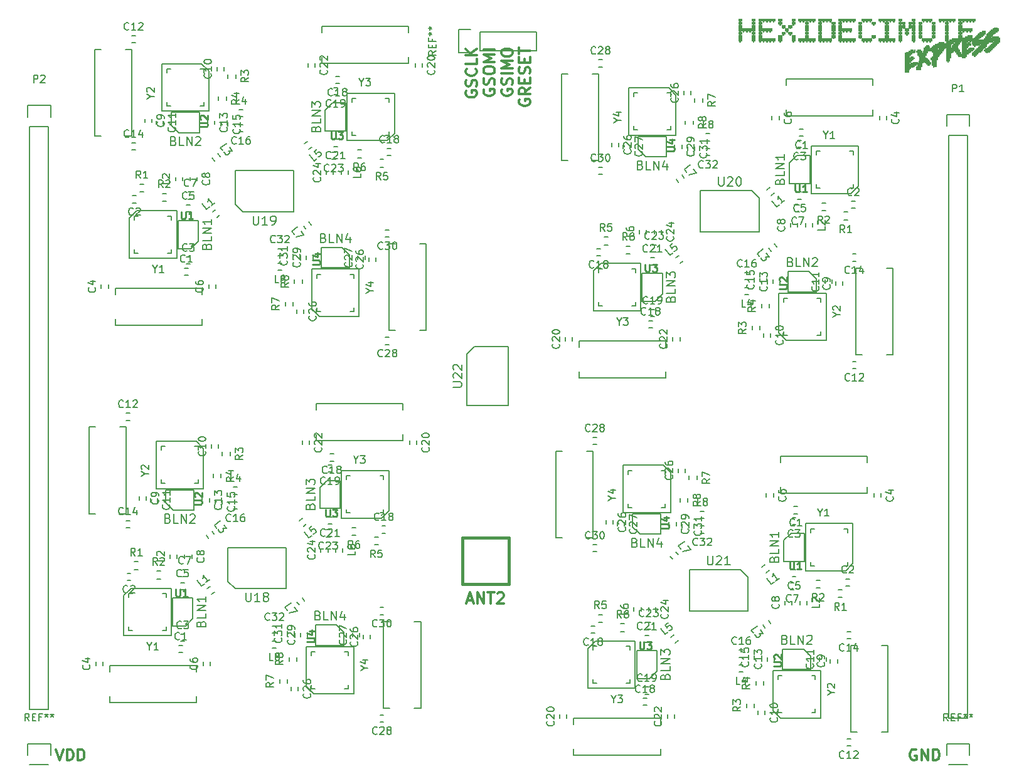
<source format=gbr>
G04 #@! TF.FileFunction,Legend,Top*
%FSLAX46Y46*%
G04 Gerber Fmt 4.6, Leading zero omitted, Abs format (unit mm)*
G04 Created by KiCad (PCBNEW 4.0.2+dfsg1-stable) date Wed 06 Jul 2016 03:59:12 PM CEST*
%MOMM*%
G01*
G04 APERTURE LIST*
%ADD10C,0.100000*%
%ADD11C,0.300000*%
%ADD12C,0.149860*%
%ADD13C,0.200660*%
%ADD14C,0.150000*%
%ADD15C,0.381000*%
%ADD16C,0.010000*%
%ADD17C,0.250190*%
%ADD18C,0.304800*%
G04 APERTURE END LIST*
D10*
D11*
X197857143Y-114250000D02*
X197714286Y-114178571D01*
X197500000Y-114178571D01*
X197285715Y-114250000D01*
X197142857Y-114392857D01*
X197071429Y-114535714D01*
X197000000Y-114821429D01*
X197000000Y-115035714D01*
X197071429Y-115321429D01*
X197142857Y-115464286D01*
X197285715Y-115607143D01*
X197500000Y-115678571D01*
X197642857Y-115678571D01*
X197857143Y-115607143D01*
X197928572Y-115535714D01*
X197928572Y-115035714D01*
X197642857Y-115035714D01*
X198571429Y-115678571D02*
X198571429Y-114178571D01*
X199428572Y-115678571D01*
X199428572Y-114178571D01*
X200142858Y-115678571D02*
X200142858Y-114178571D01*
X200500001Y-114178571D01*
X200714286Y-114250000D01*
X200857144Y-114392857D01*
X200928572Y-114535714D01*
X201000001Y-114821429D01*
X201000001Y-115035714D01*
X200928572Y-115321429D01*
X200857144Y-115464286D01*
X200714286Y-115607143D01*
X200500001Y-115678571D01*
X200142858Y-115678571D01*
X81750000Y-114178571D02*
X82250000Y-115678571D01*
X82750000Y-114178571D01*
X83250000Y-115678571D02*
X83250000Y-114178571D01*
X83607143Y-114178571D01*
X83821428Y-114250000D01*
X83964286Y-114392857D01*
X84035714Y-114535714D01*
X84107143Y-114821429D01*
X84107143Y-115035714D01*
X84035714Y-115321429D01*
X83964286Y-115464286D01*
X83821428Y-115607143D01*
X83607143Y-115678571D01*
X83250000Y-115678571D01*
X84750000Y-115678571D02*
X84750000Y-114178571D01*
X85107143Y-114178571D01*
X85321428Y-114250000D01*
X85464286Y-114392857D01*
X85535714Y-114535714D01*
X85607143Y-114821429D01*
X85607143Y-115035714D01*
X85535714Y-115321429D01*
X85464286Y-115464286D01*
X85321428Y-115607143D01*
X85107143Y-115678571D01*
X84750000Y-115678571D01*
X137150000Y-25250000D02*
X137078571Y-25392857D01*
X137078571Y-25607143D01*
X137150000Y-25821428D01*
X137292857Y-25964286D01*
X137435714Y-26035714D01*
X137721429Y-26107143D01*
X137935714Y-26107143D01*
X138221429Y-26035714D01*
X138364286Y-25964286D01*
X138507143Y-25821428D01*
X138578571Y-25607143D01*
X138578571Y-25464286D01*
X138507143Y-25250000D01*
X138435714Y-25178571D01*
X137935714Y-25178571D01*
X137935714Y-25464286D01*
X138507143Y-24607143D02*
X138578571Y-24392857D01*
X138578571Y-24035714D01*
X138507143Y-23892857D01*
X138435714Y-23821428D01*
X138292857Y-23750000D01*
X138150000Y-23750000D01*
X138007143Y-23821428D01*
X137935714Y-23892857D01*
X137864286Y-24035714D01*
X137792857Y-24321428D01*
X137721429Y-24464286D01*
X137650000Y-24535714D01*
X137507143Y-24607143D01*
X137364286Y-24607143D01*
X137221429Y-24535714D01*
X137150000Y-24464286D01*
X137078571Y-24321428D01*
X137078571Y-23964286D01*
X137150000Y-23750000D01*
X138435714Y-22250000D02*
X138507143Y-22321429D01*
X138578571Y-22535715D01*
X138578571Y-22678572D01*
X138507143Y-22892857D01*
X138364286Y-23035715D01*
X138221429Y-23107143D01*
X137935714Y-23178572D01*
X137721429Y-23178572D01*
X137435714Y-23107143D01*
X137292857Y-23035715D01*
X137150000Y-22892857D01*
X137078571Y-22678572D01*
X137078571Y-22535715D01*
X137150000Y-22321429D01*
X137221429Y-22250000D01*
X138578571Y-20892857D02*
X138578571Y-21607143D01*
X137078571Y-21607143D01*
X138578571Y-20392857D02*
X137078571Y-20392857D01*
X138578571Y-19535714D02*
X137721429Y-20178571D01*
X137078571Y-19535714D02*
X137935714Y-20392857D01*
X139550000Y-25035715D02*
X139478571Y-25178572D01*
X139478571Y-25392858D01*
X139550000Y-25607143D01*
X139692857Y-25750001D01*
X139835714Y-25821429D01*
X140121429Y-25892858D01*
X140335714Y-25892858D01*
X140621429Y-25821429D01*
X140764286Y-25750001D01*
X140907143Y-25607143D01*
X140978571Y-25392858D01*
X140978571Y-25250001D01*
X140907143Y-25035715D01*
X140835714Y-24964286D01*
X140335714Y-24964286D01*
X140335714Y-25250001D01*
X140907143Y-24392858D02*
X140978571Y-24178572D01*
X140978571Y-23821429D01*
X140907143Y-23678572D01*
X140835714Y-23607143D01*
X140692857Y-23535715D01*
X140550000Y-23535715D01*
X140407143Y-23607143D01*
X140335714Y-23678572D01*
X140264286Y-23821429D01*
X140192857Y-24107143D01*
X140121429Y-24250001D01*
X140050000Y-24321429D01*
X139907143Y-24392858D01*
X139764286Y-24392858D01*
X139621429Y-24321429D01*
X139550000Y-24250001D01*
X139478571Y-24107143D01*
X139478571Y-23750001D01*
X139550000Y-23535715D01*
X139478571Y-22607144D02*
X139478571Y-22321430D01*
X139550000Y-22178572D01*
X139692857Y-22035715D01*
X139978571Y-21964287D01*
X140478571Y-21964287D01*
X140764286Y-22035715D01*
X140907143Y-22178572D01*
X140978571Y-22321430D01*
X140978571Y-22607144D01*
X140907143Y-22750001D01*
X140764286Y-22892858D01*
X140478571Y-22964287D01*
X139978571Y-22964287D01*
X139692857Y-22892858D01*
X139550000Y-22750001D01*
X139478571Y-22607144D01*
X140978571Y-21321429D02*
X139478571Y-21321429D01*
X140550000Y-20821429D01*
X139478571Y-20321429D01*
X140978571Y-20321429D01*
X140978571Y-19607143D02*
X139478571Y-19607143D01*
X141950000Y-25035715D02*
X141878571Y-25178572D01*
X141878571Y-25392858D01*
X141950000Y-25607143D01*
X142092857Y-25750001D01*
X142235714Y-25821429D01*
X142521429Y-25892858D01*
X142735714Y-25892858D01*
X143021429Y-25821429D01*
X143164286Y-25750001D01*
X143307143Y-25607143D01*
X143378571Y-25392858D01*
X143378571Y-25250001D01*
X143307143Y-25035715D01*
X143235714Y-24964286D01*
X142735714Y-24964286D01*
X142735714Y-25250001D01*
X143307143Y-24392858D02*
X143378571Y-24178572D01*
X143378571Y-23821429D01*
X143307143Y-23678572D01*
X143235714Y-23607143D01*
X143092857Y-23535715D01*
X142950000Y-23535715D01*
X142807143Y-23607143D01*
X142735714Y-23678572D01*
X142664286Y-23821429D01*
X142592857Y-24107143D01*
X142521429Y-24250001D01*
X142450000Y-24321429D01*
X142307143Y-24392858D01*
X142164286Y-24392858D01*
X142021429Y-24321429D01*
X141950000Y-24250001D01*
X141878571Y-24107143D01*
X141878571Y-23750001D01*
X141950000Y-23535715D01*
X143378571Y-22892858D02*
X141878571Y-22892858D01*
X143378571Y-22178572D02*
X141878571Y-22178572D01*
X142950000Y-21678572D01*
X141878571Y-21178572D01*
X143378571Y-21178572D01*
X141878571Y-20178572D02*
X141878571Y-19892858D01*
X141950000Y-19750000D01*
X142092857Y-19607143D01*
X142378571Y-19535715D01*
X142878571Y-19535715D01*
X143164286Y-19607143D01*
X143307143Y-19750000D01*
X143378571Y-19892858D01*
X143378571Y-20178572D01*
X143307143Y-20321429D01*
X143164286Y-20464286D01*
X142878571Y-20535715D01*
X142378571Y-20535715D01*
X142092857Y-20464286D01*
X141950000Y-20321429D01*
X141878571Y-20178572D01*
X144350000Y-26392857D02*
X144278571Y-26535714D01*
X144278571Y-26750000D01*
X144350000Y-26964285D01*
X144492857Y-27107143D01*
X144635714Y-27178571D01*
X144921429Y-27250000D01*
X145135714Y-27250000D01*
X145421429Y-27178571D01*
X145564286Y-27107143D01*
X145707143Y-26964285D01*
X145778571Y-26750000D01*
X145778571Y-26607143D01*
X145707143Y-26392857D01*
X145635714Y-26321428D01*
X145135714Y-26321428D01*
X145135714Y-26607143D01*
X145778571Y-24821428D02*
X145064286Y-25321428D01*
X145778571Y-25678571D02*
X144278571Y-25678571D01*
X144278571Y-25107143D01*
X144350000Y-24964285D01*
X144421429Y-24892857D01*
X144564286Y-24821428D01*
X144778571Y-24821428D01*
X144921429Y-24892857D01*
X144992857Y-24964285D01*
X145064286Y-25107143D01*
X145064286Y-25678571D01*
X144992857Y-24178571D02*
X144992857Y-23678571D01*
X145778571Y-23464285D02*
X145778571Y-24178571D01*
X144278571Y-24178571D01*
X144278571Y-23464285D01*
X145707143Y-22892857D02*
X145778571Y-22678571D01*
X145778571Y-22321428D01*
X145707143Y-22178571D01*
X145635714Y-22107142D01*
X145492857Y-22035714D01*
X145350000Y-22035714D01*
X145207143Y-22107142D01*
X145135714Y-22178571D01*
X145064286Y-22321428D01*
X144992857Y-22607142D01*
X144921429Y-22750000D01*
X144850000Y-22821428D01*
X144707143Y-22892857D01*
X144564286Y-22892857D01*
X144421429Y-22821428D01*
X144350000Y-22750000D01*
X144278571Y-22607142D01*
X144278571Y-22250000D01*
X144350000Y-22035714D01*
X144992857Y-21392857D02*
X144992857Y-20892857D01*
X145778571Y-20678571D02*
X145778571Y-21392857D01*
X144278571Y-21392857D01*
X144278571Y-20678571D01*
X144278571Y-20250000D02*
X144278571Y-19392857D01*
X145778571Y-19821428D02*
X144278571Y-19821428D01*
D12*
X158299600Y-75799600D02*
X158299600Y-82200400D01*
X158299600Y-82200400D02*
X164700400Y-82200400D01*
X164700400Y-82200400D02*
X164700400Y-76800360D01*
X164700400Y-76800360D02*
X163699640Y-75799600D01*
X163699640Y-75799600D02*
X158299600Y-75799600D01*
D13*
X163999360Y-77001020D02*
X163999360Y-76500640D01*
X163999360Y-76500640D02*
X163498980Y-76500640D01*
X163498980Y-81499360D02*
X163999360Y-81499360D01*
X163999360Y-81499360D02*
X163999360Y-80998980D01*
X159000640Y-80998980D02*
X159000640Y-81499360D01*
X159000640Y-81499360D02*
X159501020Y-81499360D01*
X159501020Y-76500640D02*
X159000640Y-76500640D01*
X159000640Y-76500640D02*
X159000640Y-77001020D01*
D14*
X167025000Y-80750000D02*
X167025000Y-80250000D01*
X165975000Y-80250000D02*
X165975000Y-80750000D01*
X168275000Y-77750000D02*
X168275000Y-77250000D01*
X167225000Y-77250000D02*
X167225000Y-77750000D01*
X169250000Y-82025000D02*
X168750000Y-82025000D01*
X168750000Y-82975000D02*
X169250000Y-82975000D01*
X165728220Y-87904563D02*
X165420390Y-87510558D01*
X164671780Y-88095437D02*
X164979610Y-88489442D01*
X168750000Y-84975000D02*
X169250000Y-84975000D01*
X169250000Y-84025000D02*
X168750000Y-84025000D01*
X167225000Y-84250000D02*
X167225000Y-83750000D01*
X166275000Y-83750000D02*
X166275000Y-84250000D01*
X154750000Y-86525000D02*
X154250000Y-86525000D01*
X154250000Y-87475000D02*
X154750000Y-87475000D01*
X165475000Y-84000000D02*
X165475000Y-83500000D01*
X164525000Y-83500000D02*
X164525000Y-84000000D01*
X154750000Y-72025000D02*
X154250000Y-72025000D01*
X154250000Y-72975000D02*
X154750000Y-72975000D01*
X158475000Y-84000000D02*
X158475000Y-83500000D01*
X157525000Y-83500000D02*
X157525000Y-84000000D01*
X165775000Y-76250000D02*
X165775000Y-76750000D01*
X166725000Y-76750000D02*
X166725000Y-76250000D01*
X156975000Y-83750000D02*
X156975000Y-83250000D01*
X156025000Y-83250000D02*
X156025000Y-83750000D01*
X159600000Y-84125000D02*
X160600000Y-85125000D01*
X160600000Y-85125000D02*
X163400000Y-85125000D01*
X163400000Y-85125000D02*
X163400000Y-82375000D01*
X163400000Y-82375000D02*
X159600000Y-82375000D01*
X159600000Y-82375000D02*
X159600000Y-84125000D01*
X149250640Y-73900380D02*
X149250640Y-85599620D01*
X154249360Y-85599620D02*
X154249360Y-73900380D01*
X149250640Y-85599620D02*
X150099000Y-85599620D01*
X154249360Y-85599620D02*
X153401000Y-85599620D01*
X149250640Y-73900380D02*
X150099000Y-73900380D01*
X154249360Y-73900380D02*
X153401000Y-73900380D01*
X151650380Y-114999360D02*
X163349620Y-114999360D01*
X163349620Y-110000640D02*
X151650380Y-110000640D01*
X163349620Y-114999360D02*
X163349620Y-114151000D01*
X163349620Y-110000640D02*
X163349620Y-110849000D01*
X151650380Y-114999360D02*
X151650380Y-114151000D01*
X151650380Y-110000640D02*
X151650380Y-110849000D01*
X161875000Y-104650000D02*
X162875000Y-103650000D01*
X162875000Y-103650000D02*
X162875000Y-100850000D01*
X162875000Y-100850000D02*
X160125000Y-100850000D01*
X160125000Y-100850000D02*
X160125000Y-104650000D01*
X160125000Y-104650000D02*
X161875000Y-104650000D01*
X161500000Y-107275000D02*
X161000000Y-107275000D01*
X161000000Y-108225000D02*
X161500000Y-108225000D01*
X154000000Y-98475000D02*
X154500000Y-98475000D01*
X154500000Y-97525000D02*
X154000000Y-97525000D01*
X161750000Y-105775000D02*
X161250000Y-105775000D01*
X161250000Y-106725000D02*
X161750000Y-106725000D01*
X149775000Y-109500000D02*
X149775000Y-110000000D01*
X150725000Y-110000000D02*
X150725000Y-109500000D01*
X161750000Y-98775000D02*
X161250000Y-98775000D01*
X161250000Y-99725000D02*
X161750000Y-99725000D01*
X164275000Y-109500000D02*
X164275000Y-110000000D01*
X165225000Y-110000000D02*
X165225000Y-109500000D01*
X162000000Y-97025000D02*
X161500000Y-97025000D01*
X161500000Y-97975000D02*
X162000000Y-97975000D01*
X162725000Y-95500000D02*
X162725000Y-95000000D01*
X161775000Y-95000000D02*
X161775000Y-95500000D01*
X165154563Y-98721780D02*
X164760558Y-99029610D01*
X165345437Y-99778220D02*
X165739442Y-99470390D01*
X159775000Y-95000000D02*
X159775000Y-95500000D01*
X160725000Y-95500000D02*
X160725000Y-95000000D01*
X155500000Y-95975000D02*
X155000000Y-95975000D01*
X155000000Y-97025000D02*
X155500000Y-97025000D01*
X158500000Y-97225000D02*
X158000000Y-97225000D01*
X158000000Y-98275000D02*
X158500000Y-98275000D01*
D12*
X153549600Y-105950400D02*
X159950400Y-105950400D01*
X159950400Y-105950400D02*
X159950400Y-99549600D01*
X159950400Y-99549600D02*
X154550360Y-99549600D01*
X154550360Y-99549600D02*
X153549600Y-100550360D01*
X153549600Y-100550360D02*
X153549600Y-105950400D01*
D13*
X154751020Y-100250640D02*
X154250640Y-100250640D01*
X154250640Y-100250640D02*
X154250640Y-100751020D01*
X159249360Y-100751020D02*
X159249360Y-100250640D01*
X159249360Y-100250640D02*
X158748980Y-100250640D01*
X158748980Y-105249360D02*
X159249360Y-105249360D01*
X159249360Y-105249360D02*
X159249360Y-104748980D01*
X154250640Y-104748980D02*
X154250640Y-105249360D01*
X154250640Y-105249360D02*
X154751020Y-105249360D01*
D12*
X184950400Y-109950400D02*
X184950400Y-103549600D01*
X184950400Y-103549600D02*
X178549600Y-103549600D01*
X178549600Y-103549600D02*
X178549600Y-108949640D01*
X178549600Y-108949640D02*
X179550360Y-109950400D01*
X179550360Y-109950400D02*
X184950400Y-109950400D01*
D13*
X179250640Y-108748980D02*
X179250640Y-109249360D01*
X179250640Y-109249360D02*
X179751020Y-109249360D01*
X179751020Y-104250640D02*
X179250640Y-104250640D01*
X179250640Y-104250640D02*
X179250640Y-104751020D01*
X184249360Y-104751020D02*
X184249360Y-104250640D01*
X184249360Y-104250640D02*
X183748980Y-104250640D01*
X183748980Y-109249360D02*
X184249360Y-109249360D01*
X184249360Y-109249360D02*
X184249360Y-108748980D01*
D14*
X176225000Y-105000000D02*
X176225000Y-105500000D01*
X177275000Y-105500000D02*
X177275000Y-105000000D01*
X174975000Y-108000000D02*
X174975000Y-108500000D01*
X176025000Y-108500000D02*
X176025000Y-108000000D01*
X174000000Y-103725000D02*
X174500000Y-103725000D01*
X174500000Y-102775000D02*
X174000000Y-102775000D01*
X177171780Y-97395437D02*
X177479610Y-97789442D01*
X178228220Y-97204563D02*
X177920390Y-96810558D01*
X174500000Y-100775000D02*
X174000000Y-100775000D01*
X174000000Y-101725000D02*
X174500000Y-101725000D01*
X176025000Y-101500000D02*
X176025000Y-102000000D01*
X176975000Y-102000000D02*
X176975000Y-101500000D01*
X188500000Y-99225000D02*
X189000000Y-99225000D01*
X189000000Y-98275000D02*
X188500000Y-98275000D01*
X177775000Y-101750000D02*
X177775000Y-102250000D01*
X178725000Y-102250000D02*
X178725000Y-101750000D01*
X188500000Y-113725000D02*
X189000000Y-113725000D01*
X189000000Y-112775000D02*
X188500000Y-112775000D01*
X184775000Y-101750000D02*
X184775000Y-102250000D01*
X185725000Y-102250000D02*
X185725000Y-101750000D01*
X177475000Y-109500000D02*
X177475000Y-109000000D01*
X176525000Y-109000000D02*
X176525000Y-109500000D01*
X186275000Y-102000000D02*
X186275000Y-102500000D01*
X187225000Y-102500000D02*
X187225000Y-102000000D01*
X183650000Y-101625000D02*
X182650000Y-100625000D01*
X182650000Y-100625000D02*
X179850000Y-100625000D01*
X179850000Y-100625000D02*
X179850000Y-103375000D01*
X179850000Y-103375000D02*
X183650000Y-103375000D01*
X183650000Y-103375000D02*
X183650000Y-101625000D01*
X193999360Y-111849620D02*
X193999360Y-100150380D01*
X189000640Y-100150380D02*
X189000640Y-111849620D01*
X193999360Y-100150380D02*
X193151000Y-100150380D01*
X189000640Y-100150380D02*
X189849000Y-100150380D01*
X193999360Y-111849620D02*
X193151000Y-111849620D01*
X189000640Y-111849620D02*
X189849000Y-111849620D01*
X191224620Y-74625640D02*
X179525380Y-74625640D01*
X179525380Y-79624360D02*
X191224620Y-79624360D01*
X179525380Y-74625640D02*
X179525380Y-75474000D01*
X179525380Y-79624360D02*
X179525380Y-78776000D01*
X191224620Y-74625640D02*
X191224620Y-75474000D01*
X191224620Y-79624360D02*
X191224620Y-78776000D01*
X181000000Y-84975000D02*
X180000000Y-85975000D01*
X180000000Y-85975000D02*
X180000000Y-88775000D01*
X180000000Y-88775000D02*
X182750000Y-88775000D01*
X182750000Y-88775000D02*
X182750000Y-84975000D01*
X182750000Y-84975000D02*
X181000000Y-84975000D01*
X181375000Y-82350000D02*
X181875000Y-82350000D01*
X181875000Y-81400000D02*
X181375000Y-81400000D01*
X188875000Y-91150000D02*
X188375000Y-91150000D01*
X188375000Y-92100000D02*
X188875000Y-92100000D01*
X181125000Y-83850000D02*
X181625000Y-83850000D01*
X181625000Y-82900000D02*
X181125000Y-82900000D01*
X193100000Y-80125000D02*
X193100000Y-79625000D01*
X192150000Y-79625000D02*
X192150000Y-80125000D01*
X181125000Y-90850000D02*
X181625000Y-90850000D01*
X181625000Y-89900000D02*
X181125000Y-89900000D01*
X178600000Y-80125000D02*
X178600000Y-79625000D01*
X177650000Y-79625000D02*
X177650000Y-80125000D01*
X180875000Y-92600000D02*
X181375000Y-92600000D01*
X181375000Y-91650000D02*
X180875000Y-91650000D01*
X180150000Y-94125000D02*
X180150000Y-94625000D01*
X181100000Y-94625000D02*
X181100000Y-94125000D01*
X177595437Y-90328220D02*
X177989442Y-90020390D01*
X177404563Y-89271780D02*
X177010558Y-89579610D01*
X183100000Y-94625000D02*
X183100000Y-94125000D01*
X182150000Y-94125000D02*
X182150000Y-94625000D01*
X187375000Y-93650000D02*
X187875000Y-93650000D01*
X187875000Y-92600000D02*
X187375000Y-92600000D01*
X184375000Y-92400000D02*
X184875000Y-92400000D01*
X184875000Y-91350000D02*
X184375000Y-91350000D01*
D12*
X189325400Y-83674600D02*
X182924600Y-83674600D01*
X182924600Y-83674600D02*
X182924600Y-90075400D01*
X182924600Y-90075400D02*
X188324640Y-90075400D01*
X188324640Y-90075400D02*
X189325400Y-89074640D01*
X189325400Y-89074640D02*
X189325400Y-83674600D01*
D13*
X188123980Y-89374360D02*
X188624360Y-89374360D01*
X188624360Y-89374360D02*
X188624360Y-88873980D01*
X183625640Y-88873980D02*
X183625640Y-89374360D01*
X183625640Y-89374360D02*
X184126020Y-89374360D01*
X184126020Y-84375640D02*
X183625640Y-84375640D01*
X183625640Y-84375640D02*
X183625640Y-84876020D01*
X188624360Y-84876020D02*
X188624360Y-84375640D01*
X188624360Y-84375640D02*
X188123980Y-84375640D01*
D12*
X190075400Y-32674600D02*
X183674600Y-32674600D01*
X183674600Y-32674600D02*
X183674600Y-39075400D01*
X183674600Y-39075400D02*
X189074640Y-39075400D01*
X189074640Y-39075400D02*
X190075400Y-38074640D01*
X190075400Y-38074640D02*
X190075400Y-32674600D01*
D13*
X188873980Y-38374360D02*
X189374360Y-38374360D01*
X189374360Y-38374360D02*
X189374360Y-37873980D01*
X184375640Y-37873980D02*
X184375640Y-38374360D01*
X184375640Y-38374360D02*
X184876020Y-38374360D01*
X184876020Y-33375640D02*
X184375640Y-33375640D01*
X184375640Y-33375640D02*
X184375640Y-33876020D01*
X189374360Y-33876020D02*
X189374360Y-33375640D01*
X189374360Y-33375640D02*
X188873980Y-33375640D01*
D14*
X185125000Y-41400000D02*
X185625000Y-41400000D01*
X185625000Y-40350000D02*
X185125000Y-40350000D01*
X188125000Y-42650000D02*
X188625000Y-42650000D01*
X188625000Y-41600000D02*
X188125000Y-41600000D01*
X183850000Y-43625000D02*
X183850000Y-43125000D01*
X182900000Y-43125000D02*
X182900000Y-43625000D01*
X178295437Y-39328220D02*
X178689442Y-39020390D01*
X178104563Y-38271780D02*
X177710558Y-38579610D01*
X180900000Y-43125000D02*
X180900000Y-43625000D01*
X181850000Y-43625000D02*
X181850000Y-43125000D01*
X181625000Y-41600000D02*
X182125000Y-41600000D01*
X182125000Y-40650000D02*
X181625000Y-40650000D01*
X179350000Y-29125000D02*
X179350000Y-28625000D01*
X178400000Y-28625000D02*
X178400000Y-29125000D01*
X181875000Y-39850000D02*
X182375000Y-39850000D01*
X182375000Y-38900000D02*
X181875000Y-38900000D01*
X193850000Y-29125000D02*
X193850000Y-28625000D01*
X192900000Y-28625000D02*
X192900000Y-29125000D01*
X181875000Y-32850000D02*
X182375000Y-32850000D01*
X182375000Y-31900000D02*
X181875000Y-31900000D01*
X189625000Y-40150000D02*
X189125000Y-40150000D01*
X189125000Y-41100000D02*
X189625000Y-41100000D01*
X182125000Y-31350000D02*
X182625000Y-31350000D01*
X182625000Y-30400000D02*
X182125000Y-30400000D01*
X181750000Y-33975000D02*
X180750000Y-34975000D01*
X180750000Y-34975000D02*
X180750000Y-37775000D01*
X180750000Y-37775000D02*
X183500000Y-37775000D01*
X183500000Y-37775000D02*
X183500000Y-33975000D01*
X183500000Y-33975000D02*
X181750000Y-33975000D01*
X191974620Y-23625640D02*
X180275380Y-23625640D01*
X180275380Y-28624360D02*
X191974620Y-28624360D01*
X180275380Y-23625640D02*
X180275380Y-24474000D01*
X180275380Y-28624360D02*
X180275380Y-27776000D01*
X191974620Y-23625640D02*
X191974620Y-24474000D01*
X191974620Y-28624360D02*
X191974620Y-27776000D01*
X194749360Y-60849620D02*
X194749360Y-49150380D01*
X189750640Y-49150380D02*
X189750640Y-60849620D01*
X194749360Y-49150380D02*
X193901000Y-49150380D01*
X189750640Y-49150380D02*
X190599000Y-49150380D01*
X194749360Y-60849620D02*
X193901000Y-60849620D01*
X189750640Y-60849620D02*
X190599000Y-60849620D01*
X184400000Y-50625000D02*
X183400000Y-49625000D01*
X183400000Y-49625000D02*
X180600000Y-49625000D01*
X180600000Y-49625000D02*
X180600000Y-52375000D01*
X180600000Y-52375000D02*
X184400000Y-52375000D01*
X184400000Y-52375000D02*
X184400000Y-50625000D01*
X187025000Y-51000000D02*
X187025000Y-51500000D01*
X187975000Y-51500000D02*
X187975000Y-51000000D01*
X178225000Y-58500000D02*
X178225000Y-58000000D01*
X177275000Y-58000000D02*
X177275000Y-58500000D01*
X185525000Y-50750000D02*
X185525000Y-51250000D01*
X186475000Y-51250000D02*
X186475000Y-50750000D01*
X189250000Y-62725000D02*
X189750000Y-62725000D01*
X189750000Y-61775000D02*
X189250000Y-61775000D01*
X178525000Y-50750000D02*
X178525000Y-51250000D01*
X179475000Y-51250000D02*
X179475000Y-50750000D01*
X189250000Y-48225000D02*
X189750000Y-48225000D01*
X189750000Y-47275000D02*
X189250000Y-47275000D01*
X176775000Y-50500000D02*
X176775000Y-51000000D01*
X177725000Y-51000000D02*
X177725000Y-50500000D01*
X175250000Y-49775000D02*
X174750000Y-49775000D01*
X174750000Y-50725000D02*
X175250000Y-50725000D01*
X177971780Y-46495437D02*
X178279610Y-46889442D01*
X179028220Y-46304563D02*
X178720390Y-45910558D01*
X174750000Y-52725000D02*
X175250000Y-52725000D01*
X175250000Y-51775000D02*
X174750000Y-51775000D01*
X175725000Y-57000000D02*
X175725000Y-57500000D01*
X176775000Y-57500000D02*
X176775000Y-57000000D01*
X176975000Y-54000000D02*
X176975000Y-54500000D01*
X178025000Y-54500000D02*
X178025000Y-54000000D01*
D12*
X185700400Y-58950400D02*
X185700400Y-52549600D01*
X185700400Y-52549600D02*
X179299600Y-52549600D01*
X179299600Y-52549600D02*
X179299600Y-57949640D01*
X179299600Y-57949640D02*
X180300360Y-58950400D01*
X180300360Y-58950400D02*
X185700400Y-58950400D01*
D13*
X180000640Y-57748980D02*
X180000640Y-58249360D01*
X180000640Y-58249360D02*
X180501020Y-58249360D01*
X180501020Y-53250640D02*
X180000640Y-53250640D01*
X180000640Y-53250640D02*
X180000640Y-53751020D01*
X184999360Y-53751020D02*
X184999360Y-53250640D01*
X184999360Y-53250640D02*
X184498980Y-53250640D01*
X184498980Y-58249360D02*
X184999360Y-58249360D01*
X184999360Y-58249360D02*
X184999360Y-57748980D01*
D12*
X154299600Y-54950400D02*
X160700400Y-54950400D01*
X160700400Y-54950400D02*
X160700400Y-48549600D01*
X160700400Y-48549600D02*
X155300360Y-48549600D01*
X155300360Y-48549600D02*
X154299600Y-49550360D01*
X154299600Y-49550360D02*
X154299600Y-54950400D01*
D13*
X155501020Y-49250640D02*
X155000640Y-49250640D01*
X155000640Y-49250640D02*
X155000640Y-49751020D01*
X159999360Y-49751020D02*
X159999360Y-49250640D01*
X159999360Y-49250640D02*
X159498980Y-49250640D01*
X159498980Y-54249360D02*
X159999360Y-54249360D01*
X159999360Y-54249360D02*
X159999360Y-53748980D01*
X155000640Y-53748980D02*
X155000640Y-54249360D01*
X155000640Y-54249360D02*
X155501020Y-54249360D01*
D14*
X159250000Y-46225000D02*
X158750000Y-46225000D01*
X158750000Y-47275000D02*
X159250000Y-47275000D01*
X156250000Y-44975000D02*
X155750000Y-44975000D01*
X155750000Y-46025000D02*
X156250000Y-46025000D01*
X160525000Y-44000000D02*
X160525000Y-44500000D01*
X161475000Y-44500000D02*
X161475000Y-44000000D01*
X165804563Y-47471780D02*
X165410558Y-47779610D01*
X165995437Y-48528220D02*
X166389442Y-48220390D01*
X163475000Y-44500000D02*
X163475000Y-44000000D01*
X162525000Y-44000000D02*
X162525000Y-44500000D01*
X162750000Y-46025000D02*
X162250000Y-46025000D01*
X162250000Y-46975000D02*
X162750000Y-46975000D01*
X165025000Y-58500000D02*
X165025000Y-59000000D01*
X165975000Y-59000000D02*
X165975000Y-58500000D01*
X162500000Y-47775000D02*
X162000000Y-47775000D01*
X162000000Y-48725000D02*
X162500000Y-48725000D01*
X150525000Y-58500000D02*
X150525000Y-59000000D01*
X151475000Y-59000000D02*
X151475000Y-58500000D01*
X162500000Y-54775000D02*
X162000000Y-54775000D01*
X162000000Y-55725000D02*
X162500000Y-55725000D01*
X154750000Y-47475000D02*
X155250000Y-47475000D01*
X155250000Y-46525000D02*
X154750000Y-46525000D01*
X162250000Y-56275000D02*
X161750000Y-56275000D01*
X161750000Y-57225000D02*
X162250000Y-57225000D01*
X162625000Y-53650000D02*
X163625000Y-52650000D01*
X163625000Y-52650000D02*
X163625000Y-49850000D01*
X163625000Y-49850000D02*
X160875000Y-49850000D01*
X160875000Y-49850000D02*
X160875000Y-53650000D01*
X160875000Y-53650000D02*
X162625000Y-53650000D01*
X152400380Y-63999360D02*
X164099620Y-63999360D01*
X164099620Y-59000640D02*
X152400380Y-59000640D01*
X164099620Y-63999360D02*
X164099620Y-63151000D01*
X164099620Y-59000640D02*
X164099620Y-59849000D01*
X152400380Y-63999360D02*
X152400380Y-63151000D01*
X152400380Y-59000640D02*
X152400380Y-59849000D01*
X150000640Y-22900380D02*
X150000640Y-34599620D01*
X154999360Y-34599620D02*
X154999360Y-22900380D01*
X150000640Y-34599620D02*
X150849000Y-34599620D01*
X154999360Y-34599620D02*
X154151000Y-34599620D01*
X150000640Y-22900380D02*
X150849000Y-22900380D01*
X154999360Y-22900380D02*
X154151000Y-22900380D01*
X160350000Y-33125000D02*
X161350000Y-34125000D01*
X161350000Y-34125000D02*
X164150000Y-34125000D01*
X164150000Y-34125000D02*
X164150000Y-31375000D01*
X164150000Y-31375000D02*
X160350000Y-31375000D01*
X160350000Y-31375000D02*
X160350000Y-33125000D01*
X157725000Y-32750000D02*
X157725000Y-32250000D01*
X156775000Y-32250000D02*
X156775000Y-32750000D01*
X166525000Y-25250000D02*
X166525000Y-25750000D01*
X167475000Y-25750000D02*
X167475000Y-25250000D01*
X159225000Y-33000000D02*
X159225000Y-32500000D01*
X158275000Y-32500000D02*
X158275000Y-33000000D01*
X155500000Y-21025000D02*
X155000000Y-21025000D01*
X155000000Y-21975000D02*
X155500000Y-21975000D01*
X166225000Y-33000000D02*
X166225000Y-32500000D01*
X165275000Y-32500000D02*
X165275000Y-33000000D01*
X155500000Y-35525000D02*
X155000000Y-35525000D01*
X155000000Y-36475000D02*
X155500000Y-36475000D01*
X167975000Y-33250000D02*
X167975000Y-32750000D01*
X167025000Y-32750000D02*
X167025000Y-33250000D01*
X169500000Y-33975000D02*
X170000000Y-33975000D01*
X170000000Y-33025000D02*
X169500000Y-33025000D01*
X166528220Y-37004563D02*
X166220390Y-36610558D01*
X165471780Y-37195437D02*
X165779610Y-37589442D01*
X170000000Y-31025000D02*
X169500000Y-31025000D01*
X169500000Y-31975000D02*
X170000000Y-31975000D01*
X169025000Y-26750000D02*
X169025000Y-26250000D01*
X167975000Y-26250000D02*
X167975000Y-26750000D01*
X167775000Y-29750000D02*
X167775000Y-29250000D01*
X166725000Y-29250000D02*
X166725000Y-29750000D01*
D12*
X159049600Y-24799600D02*
X159049600Y-31200400D01*
X159049600Y-31200400D02*
X165450400Y-31200400D01*
X165450400Y-31200400D02*
X165450400Y-25800360D01*
X165450400Y-25800360D02*
X164449640Y-24799600D01*
X164449640Y-24799600D02*
X159049600Y-24799600D01*
D13*
X164749360Y-26001020D02*
X164749360Y-25500640D01*
X164749360Y-25500640D02*
X164248980Y-25500640D01*
X164248980Y-30499360D02*
X164749360Y-30499360D01*
X164749360Y-30499360D02*
X164749360Y-29998980D01*
X159750640Y-29998980D02*
X159750640Y-30499360D01*
X159750640Y-30499360D02*
X160251020Y-30499360D01*
X160251020Y-25500640D02*
X159750640Y-25500640D01*
X159750640Y-25500640D02*
X159750640Y-26001020D01*
D12*
X121950400Y-106700400D02*
X121950400Y-100299600D01*
X121950400Y-100299600D02*
X115549600Y-100299600D01*
X115549600Y-100299600D02*
X115549600Y-105699640D01*
X115549600Y-105699640D02*
X116550360Y-106700400D01*
X116550360Y-106700400D02*
X121950400Y-106700400D01*
D13*
X116250640Y-105498980D02*
X116250640Y-105999360D01*
X116250640Y-105999360D02*
X116751020Y-105999360D01*
X116751020Y-101000640D02*
X116250640Y-101000640D01*
X116250640Y-101000640D02*
X116250640Y-101501020D01*
X121249360Y-101501020D02*
X121249360Y-101000640D01*
X121249360Y-101000640D02*
X120748980Y-101000640D01*
X120748980Y-105999360D02*
X121249360Y-105999360D01*
X121249360Y-105999360D02*
X121249360Y-105498980D01*
D14*
X113225000Y-101750000D02*
X113225000Y-102250000D01*
X114275000Y-102250000D02*
X114275000Y-101750000D01*
X111975000Y-104750000D02*
X111975000Y-105250000D01*
X113025000Y-105250000D02*
X113025000Y-104750000D01*
X111000000Y-100475000D02*
X111500000Y-100475000D01*
X111500000Y-99525000D02*
X111000000Y-99525000D01*
X114271780Y-94295437D02*
X114579610Y-94689442D01*
X115328220Y-94104563D02*
X115020390Y-93710558D01*
X111500000Y-97525000D02*
X111000000Y-97525000D01*
X111000000Y-98475000D02*
X111500000Y-98475000D01*
X113025000Y-98250000D02*
X113025000Y-98750000D01*
X113975000Y-98750000D02*
X113975000Y-98250000D01*
X125500000Y-95975000D02*
X126000000Y-95975000D01*
X126000000Y-95025000D02*
X125500000Y-95025000D01*
X114775000Y-98500000D02*
X114775000Y-99000000D01*
X115725000Y-99000000D02*
X115725000Y-98500000D01*
X125500000Y-110475000D02*
X126000000Y-110475000D01*
X126000000Y-109525000D02*
X125500000Y-109525000D01*
X121775000Y-98500000D02*
X121775000Y-99000000D01*
X122725000Y-99000000D02*
X122725000Y-98500000D01*
X114475000Y-106250000D02*
X114475000Y-105750000D01*
X113525000Y-105750000D02*
X113525000Y-106250000D01*
X123275000Y-98750000D02*
X123275000Y-99250000D01*
X124225000Y-99250000D02*
X124225000Y-98750000D01*
X120650000Y-98375000D02*
X119650000Y-97375000D01*
X119650000Y-97375000D02*
X116850000Y-97375000D01*
X116850000Y-97375000D02*
X116850000Y-100125000D01*
X116850000Y-100125000D02*
X120650000Y-100125000D01*
X120650000Y-100125000D02*
X120650000Y-98375000D01*
X130999360Y-108599620D02*
X130999360Y-96900380D01*
X126000640Y-96900380D02*
X126000640Y-108599620D01*
X130999360Y-96900380D02*
X130151000Y-96900380D01*
X126000640Y-96900380D02*
X126849000Y-96900380D01*
X130999360Y-108599620D02*
X130151000Y-108599620D01*
X126000640Y-108599620D02*
X126849000Y-108599620D01*
X128599620Y-67500640D02*
X116900380Y-67500640D01*
X116900380Y-72499360D02*
X128599620Y-72499360D01*
X116900380Y-67500640D02*
X116900380Y-68349000D01*
X116900380Y-72499360D02*
X116900380Y-71651000D01*
X128599620Y-67500640D02*
X128599620Y-68349000D01*
X128599620Y-72499360D02*
X128599620Y-71651000D01*
X118375000Y-77850000D02*
X117375000Y-78850000D01*
X117375000Y-78850000D02*
X117375000Y-81650000D01*
X117375000Y-81650000D02*
X120125000Y-81650000D01*
X120125000Y-81650000D02*
X120125000Y-77850000D01*
X120125000Y-77850000D02*
X118375000Y-77850000D01*
X118750000Y-75225000D02*
X119250000Y-75225000D01*
X119250000Y-74275000D02*
X118750000Y-74275000D01*
X126250000Y-84025000D02*
X125750000Y-84025000D01*
X125750000Y-84975000D02*
X126250000Y-84975000D01*
X118500000Y-76725000D02*
X119000000Y-76725000D01*
X119000000Y-75775000D02*
X118500000Y-75775000D01*
X130475000Y-73000000D02*
X130475000Y-72500000D01*
X129525000Y-72500000D02*
X129525000Y-73000000D01*
X118500000Y-83725000D02*
X119000000Y-83725000D01*
X119000000Y-82775000D02*
X118500000Y-82775000D01*
X115975000Y-73000000D02*
X115975000Y-72500000D01*
X115025000Y-72500000D02*
X115025000Y-73000000D01*
X118250000Y-85475000D02*
X118750000Y-85475000D01*
X118750000Y-84525000D02*
X118250000Y-84525000D01*
X117525000Y-87000000D02*
X117525000Y-87500000D01*
X118475000Y-87500000D02*
X118475000Y-87000000D01*
X115195437Y-84028220D02*
X115589442Y-83720390D01*
X115004563Y-82971780D02*
X114610558Y-83279610D01*
X120475000Y-87500000D02*
X120475000Y-87000000D01*
X119525000Y-87000000D02*
X119525000Y-87500000D01*
X124750000Y-86525000D02*
X125250000Y-86525000D01*
X125250000Y-85475000D02*
X124750000Y-85475000D01*
X121750000Y-85275000D02*
X122250000Y-85275000D01*
X122250000Y-84225000D02*
X121750000Y-84225000D01*
D12*
X126700400Y-76549600D02*
X120299600Y-76549600D01*
X120299600Y-76549600D02*
X120299600Y-82950400D01*
X120299600Y-82950400D02*
X125699640Y-82950400D01*
X125699640Y-82950400D02*
X126700400Y-81949640D01*
X126700400Y-81949640D02*
X126700400Y-76549600D01*
D13*
X125498980Y-82249360D02*
X125999360Y-82249360D01*
X125999360Y-82249360D02*
X125999360Y-81748980D01*
X121000640Y-81748980D02*
X121000640Y-82249360D01*
X121000640Y-82249360D02*
X121501020Y-82249360D01*
X121501020Y-77250640D02*
X121000640Y-77250640D01*
X121000640Y-77250640D02*
X121000640Y-77751020D01*
X125999360Y-77751020D02*
X125999360Y-77250640D01*
X125999360Y-77250640D02*
X125498980Y-77250640D01*
D12*
X95299600Y-72549600D02*
X95299600Y-78950400D01*
X95299600Y-78950400D02*
X101700400Y-78950400D01*
X101700400Y-78950400D02*
X101700400Y-73550360D01*
X101700400Y-73550360D02*
X100699640Y-72549600D01*
X100699640Y-72549600D02*
X95299600Y-72549600D01*
D13*
X100999360Y-73751020D02*
X100999360Y-73250640D01*
X100999360Y-73250640D02*
X100498980Y-73250640D01*
X100498980Y-78249360D02*
X100999360Y-78249360D01*
X100999360Y-78249360D02*
X100999360Y-77748980D01*
X96000640Y-77748980D02*
X96000640Y-78249360D01*
X96000640Y-78249360D02*
X96501020Y-78249360D01*
X96501020Y-73250640D02*
X96000640Y-73250640D01*
X96000640Y-73250640D02*
X96000640Y-73751020D01*
D14*
X104025000Y-77500000D02*
X104025000Y-77000000D01*
X102975000Y-77000000D02*
X102975000Y-77500000D01*
X105275000Y-74500000D02*
X105275000Y-74000000D01*
X104225000Y-74000000D02*
X104225000Y-74500000D01*
X106250000Y-78775000D02*
X105750000Y-78775000D01*
X105750000Y-79725000D02*
X106250000Y-79725000D01*
X103128220Y-85104563D02*
X102820390Y-84710558D01*
X102071780Y-85295437D02*
X102379610Y-85689442D01*
X105750000Y-81725000D02*
X106250000Y-81725000D01*
X106250000Y-80775000D02*
X105750000Y-80775000D01*
X104225000Y-81000000D02*
X104225000Y-80500000D01*
X103275000Y-80500000D02*
X103275000Y-81000000D01*
X91750000Y-83275000D02*
X91250000Y-83275000D01*
X91250000Y-84225000D02*
X91750000Y-84225000D01*
X102475000Y-80750000D02*
X102475000Y-80250000D01*
X101525000Y-80250000D02*
X101525000Y-80750000D01*
X91750000Y-68775000D02*
X91250000Y-68775000D01*
X91250000Y-69725000D02*
X91750000Y-69725000D01*
X95475000Y-80750000D02*
X95475000Y-80250000D01*
X94525000Y-80250000D02*
X94525000Y-80750000D01*
X102775000Y-73000000D02*
X102775000Y-73500000D01*
X103725000Y-73500000D02*
X103725000Y-73000000D01*
X93975000Y-80500000D02*
X93975000Y-80000000D01*
X93025000Y-80000000D02*
X93025000Y-80500000D01*
X96600000Y-80875000D02*
X97600000Y-81875000D01*
X97600000Y-81875000D02*
X100400000Y-81875000D01*
X100400000Y-81875000D02*
X100400000Y-79125000D01*
X100400000Y-79125000D02*
X96600000Y-79125000D01*
X96600000Y-79125000D02*
X96600000Y-80875000D01*
X86250640Y-70650380D02*
X86250640Y-82349620D01*
X91249360Y-82349620D02*
X91249360Y-70650380D01*
X86250640Y-82349620D02*
X87099000Y-82349620D01*
X91249360Y-82349620D02*
X90401000Y-82349620D01*
X86250640Y-70650380D02*
X87099000Y-70650380D01*
X91249360Y-70650380D02*
X90401000Y-70650380D01*
X89025380Y-107874360D02*
X100724620Y-107874360D01*
X100724620Y-102875640D02*
X89025380Y-102875640D01*
X100724620Y-107874360D02*
X100724620Y-107026000D01*
X100724620Y-102875640D02*
X100724620Y-103724000D01*
X89025380Y-107874360D02*
X89025380Y-107026000D01*
X89025380Y-102875640D02*
X89025380Y-103724000D01*
X99250000Y-97525000D02*
X100250000Y-96525000D01*
X100250000Y-96525000D02*
X100250000Y-93725000D01*
X100250000Y-93725000D02*
X97500000Y-93725000D01*
X97500000Y-93725000D02*
X97500000Y-97525000D01*
X97500000Y-97525000D02*
X99250000Y-97525000D01*
X98875000Y-100150000D02*
X98375000Y-100150000D01*
X98375000Y-101100000D02*
X98875000Y-101100000D01*
X91375000Y-91350000D02*
X91875000Y-91350000D01*
X91875000Y-90400000D02*
X91375000Y-90400000D01*
X99125000Y-98650000D02*
X98625000Y-98650000D01*
X98625000Y-99600000D02*
X99125000Y-99600000D01*
X87150000Y-102375000D02*
X87150000Y-102875000D01*
X88100000Y-102875000D02*
X88100000Y-102375000D01*
X99125000Y-91650000D02*
X98625000Y-91650000D01*
X98625000Y-92600000D02*
X99125000Y-92600000D01*
X101650000Y-102375000D02*
X101650000Y-102875000D01*
X102600000Y-102875000D02*
X102600000Y-102375000D01*
X99375000Y-89900000D02*
X98875000Y-89900000D01*
X98875000Y-90850000D02*
X99375000Y-90850000D01*
X100100000Y-88375000D02*
X100100000Y-87875000D01*
X99150000Y-87875000D02*
X99150000Y-88375000D01*
X102604563Y-92171780D02*
X102210558Y-92479610D01*
X102795437Y-93228220D02*
X103189442Y-92920390D01*
X97150000Y-87875000D02*
X97150000Y-88375000D01*
X98100000Y-88375000D02*
X98100000Y-87875000D01*
X92875000Y-88850000D02*
X92375000Y-88850000D01*
X92375000Y-89900000D02*
X92875000Y-89900000D01*
X95875000Y-90100000D02*
X95375000Y-90100000D01*
X95375000Y-91150000D02*
X95875000Y-91150000D01*
D12*
X90924600Y-98825400D02*
X97325400Y-98825400D01*
X97325400Y-98825400D02*
X97325400Y-92424600D01*
X97325400Y-92424600D02*
X91925360Y-92424600D01*
X91925360Y-92424600D02*
X90924600Y-93425360D01*
X90924600Y-93425360D02*
X90924600Y-98825400D01*
D13*
X92126020Y-93125640D02*
X91625640Y-93125640D01*
X91625640Y-93125640D02*
X91625640Y-93626020D01*
X96624360Y-93626020D02*
X96624360Y-93125640D01*
X96624360Y-93125640D02*
X96123980Y-93125640D01*
X96123980Y-98124360D02*
X96624360Y-98124360D01*
X96624360Y-98124360D02*
X96624360Y-97623980D01*
X91625640Y-97623980D02*
X91625640Y-98124360D01*
X91625640Y-98124360D02*
X92126020Y-98124360D01*
D12*
X91674600Y-47825400D02*
X98075400Y-47825400D01*
X98075400Y-47825400D02*
X98075400Y-41424600D01*
X98075400Y-41424600D02*
X92675360Y-41424600D01*
X92675360Y-41424600D02*
X91674600Y-42425360D01*
X91674600Y-42425360D02*
X91674600Y-47825400D01*
D13*
X92876020Y-42125640D02*
X92375640Y-42125640D01*
X92375640Y-42125640D02*
X92375640Y-42626020D01*
X97374360Y-42626020D02*
X97374360Y-42125640D01*
X97374360Y-42125640D02*
X96873980Y-42125640D01*
X96873980Y-47124360D02*
X97374360Y-47124360D01*
X97374360Y-47124360D02*
X97374360Y-46623980D01*
X92375640Y-46623980D02*
X92375640Y-47124360D01*
X92375640Y-47124360D02*
X92876020Y-47124360D01*
D14*
X96625000Y-39100000D02*
X96125000Y-39100000D01*
X96125000Y-40150000D02*
X96625000Y-40150000D01*
X93625000Y-37850000D02*
X93125000Y-37850000D01*
X93125000Y-38900000D02*
X93625000Y-38900000D01*
X97900000Y-36875000D02*
X97900000Y-37375000D01*
X98850000Y-37375000D02*
X98850000Y-36875000D01*
X103304563Y-41271780D02*
X102910558Y-41579610D01*
X103495437Y-42328220D02*
X103889442Y-42020390D01*
X100850000Y-37375000D02*
X100850000Y-36875000D01*
X99900000Y-36875000D02*
X99900000Y-37375000D01*
X100125000Y-38900000D02*
X99625000Y-38900000D01*
X99625000Y-39850000D02*
X100125000Y-39850000D01*
X102400000Y-51375000D02*
X102400000Y-51875000D01*
X103350000Y-51875000D02*
X103350000Y-51375000D01*
X99875000Y-40650000D02*
X99375000Y-40650000D01*
X99375000Y-41600000D02*
X99875000Y-41600000D01*
X87900000Y-51375000D02*
X87900000Y-51875000D01*
X88850000Y-51875000D02*
X88850000Y-51375000D01*
X99875000Y-47650000D02*
X99375000Y-47650000D01*
X99375000Y-48600000D02*
X99875000Y-48600000D01*
X92125000Y-40350000D02*
X92625000Y-40350000D01*
X92625000Y-39400000D02*
X92125000Y-39400000D01*
X99625000Y-49150000D02*
X99125000Y-49150000D01*
X99125000Y-50100000D02*
X99625000Y-50100000D01*
X100000000Y-46525000D02*
X101000000Y-45525000D01*
X101000000Y-45525000D02*
X101000000Y-42725000D01*
X101000000Y-42725000D02*
X98250000Y-42725000D01*
X98250000Y-42725000D02*
X98250000Y-46525000D01*
X98250000Y-46525000D02*
X100000000Y-46525000D01*
X89775380Y-56874360D02*
X101474620Y-56874360D01*
X101474620Y-51875640D02*
X89775380Y-51875640D01*
X101474620Y-56874360D02*
X101474620Y-56026000D01*
X101474620Y-51875640D02*
X101474620Y-52724000D01*
X89775380Y-56874360D02*
X89775380Y-56026000D01*
X89775380Y-51875640D02*
X89775380Y-52724000D01*
X87000640Y-19650380D02*
X87000640Y-31349620D01*
X91999360Y-31349620D02*
X91999360Y-19650380D01*
X87000640Y-31349620D02*
X87849000Y-31349620D01*
X91999360Y-31349620D02*
X91151000Y-31349620D01*
X87000640Y-19650380D02*
X87849000Y-19650380D01*
X91999360Y-19650380D02*
X91151000Y-19650380D01*
X97350000Y-29875000D02*
X98350000Y-30875000D01*
X98350000Y-30875000D02*
X101150000Y-30875000D01*
X101150000Y-30875000D02*
X101150000Y-28125000D01*
X101150000Y-28125000D02*
X97350000Y-28125000D01*
X97350000Y-28125000D02*
X97350000Y-29875000D01*
X94725000Y-29500000D02*
X94725000Y-29000000D01*
X93775000Y-29000000D02*
X93775000Y-29500000D01*
X103525000Y-22000000D02*
X103525000Y-22500000D01*
X104475000Y-22500000D02*
X104475000Y-22000000D01*
X96225000Y-29750000D02*
X96225000Y-29250000D01*
X95275000Y-29250000D02*
X95275000Y-29750000D01*
X92500000Y-17775000D02*
X92000000Y-17775000D01*
X92000000Y-18725000D02*
X92500000Y-18725000D01*
X103225000Y-29750000D02*
X103225000Y-29250000D01*
X102275000Y-29250000D02*
X102275000Y-29750000D01*
X92500000Y-32275000D02*
X92000000Y-32275000D01*
X92000000Y-33225000D02*
X92500000Y-33225000D01*
X104975000Y-30000000D02*
X104975000Y-29500000D01*
X104025000Y-29500000D02*
X104025000Y-30000000D01*
X106500000Y-30725000D02*
X107000000Y-30725000D01*
X107000000Y-29775000D02*
X106500000Y-29775000D01*
X103928220Y-34104563D02*
X103620390Y-33710558D01*
X102871780Y-34295437D02*
X103179610Y-34689442D01*
X107000000Y-27775000D02*
X106500000Y-27775000D01*
X106500000Y-28725000D02*
X107000000Y-28725000D01*
X106025000Y-23500000D02*
X106025000Y-23000000D01*
X104975000Y-23000000D02*
X104975000Y-23500000D01*
X104775000Y-26500000D02*
X104775000Y-26000000D01*
X103725000Y-26000000D02*
X103725000Y-26500000D01*
D12*
X96049600Y-21549600D02*
X96049600Y-27950400D01*
X96049600Y-27950400D02*
X102450400Y-27950400D01*
X102450400Y-27950400D02*
X102450400Y-22550360D01*
X102450400Y-22550360D02*
X101449640Y-21549600D01*
X101449640Y-21549600D02*
X96049600Y-21549600D01*
D13*
X101749360Y-22751020D02*
X101749360Y-22250640D01*
X101749360Y-22250640D02*
X101248980Y-22250640D01*
X101248980Y-27249360D02*
X101749360Y-27249360D01*
X101749360Y-27249360D02*
X101749360Y-26748980D01*
X96750640Y-26748980D02*
X96750640Y-27249360D01*
X96750640Y-27249360D02*
X97251020Y-27249360D01*
X97251020Y-22250640D02*
X96750640Y-22250640D01*
X96750640Y-22250640D02*
X96750640Y-22751020D01*
D12*
X127450400Y-25549600D02*
X121049600Y-25549600D01*
X121049600Y-25549600D02*
X121049600Y-31950400D01*
X121049600Y-31950400D02*
X126449640Y-31950400D01*
X126449640Y-31950400D02*
X127450400Y-30949640D01*
X127450400Y-30949640D02*
X127450400Y-25549600D01*
D13*
X126248980Y-31249360D02*
X126749360Y-31249360D01*
X126749360Y-31249360D02*
X126749360Y-30748980D01*
X121750640Y-30748980D02*
X121750640Y-31249360D01*
X121750640Y-31249360D02*
X122251020Y-31249360D01*
X122251020Y-26250640D02*
X121750640Y-26250640D01*
X121750640Y-26250640D02*
X121750640Y-26751020D01*
X126749360Y-26751020D02*
X126749360Y-26250640D01*
X126749360Y-26250640D02*
X126248980Y-26250640D01*
D14*
X122500000Y-34275000D02*
X123000000Y-34275000D01*
X123000000Y-33225000D02*
X122500000Y-33225000D01*
X125500000Y-35525000D02*
X126000000Y-35525000D01*
X126000000Y-34475000D02*
X125500000Y-34475000D01*
X121225000Y-36500000D02*
X121225000Y-36000000D01*
X120275000Y-36000000D02*
X120275000Y-36500000D01*
X115895437Y-33128220D02*
X116289442Y-32820390D01*
X115704563Y-32071780D02*
X115310558Y-32379610D01*
X118275000Y-36000000D02*
X118275000Y-36500000D01*
X119225000Y-36500000D02*
X119225000Y-36000000D01*
X119000000Y-34475000D02*
X119500000Y-34475000D01*
X119500000Y-33525000D02*
X119000000Y-33525000D01*
X116725000Y-22000000D02*
X116725000Y-21500000D01*
X115775000Y-21500000D02*
X115775000Y-22000000D01*
X119250000Y-32725000D02*
X119750000Y-32725000D01*
X119750000Y-31775000D02*
X119250000Y-31775000D01*
X131225000Y-22000000D02*
X131225000Y-21500000D01*
X130275000Y-21500000D02*
X130275000Y-22000000D01*
X119250000Y-25725000D02*
X119750000Y-25725000D01*
X119750000Y-24775000D02*
X119250000Y-24775000D01*
X127000000Y-33025000D02*
X126500000Y-33025000D01*
X126500000Y-33975000D02*
X127000000Y-33975000D01*
X119500000Y-24225000D02*
X120000000Y-24225000D01*
X120000000Y-23275000D02*
X119500000Y-23275000D01*
X119125000Y-26850000D02*
X118125000Y-27850000D01*
X118125000Y-27850000D02*
X118125000Y-30650000D01*
X118125000Y-30650000D02*
X120875000Y-30650000D01*
X120875000Y-30650000D02*
X120875000Y-26850000D01*
X120875000Y-26850000D02*
X119125000Y-26850000D01*
X129349620Y-16500640D02*
X117650380Y-16500640D01*
X117650380Y-21499360D02*
X129349620Y-21499360D01*
X117650380Y-16500640D02*
X117650380Y-17349000D01*
X117650380Y-21499360D02*
X117650380Y-20651000D01*
X129349620Y-16500640D02*
X129349620Y-17349000D01*
X129349620Y-21499360D02*
X129349620Y-20651000D01*
X131749360Y-57599620D02*
X131749360Y-45900380D01*
X126750640Y-45900380D02*
X126750640Y-57599620D01*
X131749360Y-45900380D02*
X130901000Y-45900380D01*
X126750640Y-45900380D02*
X127599000Y-45900380D01*
X131749360Y-57599620D02*
X130901000Y-57599620D01*
X126750640Y-57599620D02*
X127599000Y-57599620D01*
X121400000Y-47375000D02*
X120400000Y-46375000D01*
X120400000Y-46375000D02*
X117600000Y-46375000D01*
X117600000Y-46375000D02*
X117600000Y-49125000D01*
X117600000Y-49125000D02*
X121400000Y-49125000D01*
X121400000Y-49125000D02*
X121400000Y-47375000D01*
X124025000Y-47750000D02*
X124025000Y-48250000D01*
X124975000Y-48250000D02*
X124975000Y-47750000D01*
X115225000Y-55250000D02*
X115225000Y-54750000D01*
X114275000Y-54750000D02*
X114275000Y-55250000D01*
X122525000Y-47500000D02*
X122525000Y-48000000D01*
X123475000Y-48000000D02*
X123475000Y-47500000D01*
X126250000Y-59475000D02*
X126750000Y-59475000D01*
X126750000Y-58525000D02*
X126250000Y-58525000D01*
X115525000Y-47500000D02*
X115525000Y-48000000D01*
X116475000Y-48000000D02*
X116475000Y-47500000D01*
X126250000Y-44975000D02*
X126750000Y-44975000D01*
X126750000Y-44025000D02*
X126250000Y-44025000D01*
X113775000Y-47250000D02*
X113775000Y-47750000D01*
X114725000Y-47750000D02*
X114725000Y-47250000D01*
X112250000Y-46525000D02*
X111750000Y-46525000D01*
X111750000Y-47475000D02*
X112250000Y-47475000D01*
X115171780Y-43495437D02*
X115479610Y-43889442D01*
X116228220Y-43304563D02*
X115920390Y-42910558D01*
X111750000Y-49475000D02*
X112250000Y-49475000D01*
X112250000Y-48525000D02*
X111750000Y-48525000D01*
X112725000Y-53750000D02*
X112725000Y-54250000D01*
X113775000Y-54250000D02*
X113775000Y-53750000D01*
X113975000Y-50750000D02*
X113975000Y-51250000D01*
X115025000Y-51250000D02*
X115025000Y-50750000D01*
D12*
X122700400Y-55700400D02*
X122700400Y-49299600D01*
X122700400Y-49299600D02*
X116299600Y-49299600D01*
X116299600Y-49299600D02*
X116299600Y-54699640D01*
X116299600Y-54699640D02*
X117300360Y-55700400D01*
X117300360Y-55700400D02*
X122700400Y-55700400D01*
D13*
X117000640Y-54498980D02*
X117000640Y-54999360D01*
X117000640Y-54999360D02*
X117501020Y-54999360D01*
X117501020Y-50000640D02*
X117000640Y-50000640D01*
X117000640Y-50000640D02*
X117000640Y-50501020D01*
X121999360Y-50501020D02*
X121999360Y-50000640D01*
X121999360Y-50000640D02*
X121498980Y-50000640D01*
X121498980Y-54999360D02*
X121999360Y-54999360D01*
X121999360Y-54999360D02*
X121999360Y-54498980D01*
D15*
X136600400Y-85600400D02*
X142899600Y-85600400D01*
X142899600Y-85600400D02*
X142899600Y-91899600D01*
X142899600Y-91899600D02*
X136600400Y-91899600D01*
X136600400Y-91899600D02*
X136600400Y-85600400D01*
D14*
X202230000Y-31270000D02*
X202230000Y-110010000D01*
X202230000Y-110010000D02*
X204770000Y-110010000D01*
X204770000Y-110010000D02*
X204770000Y-31270000D01*
X205050000Y-28450000D02*
X205050000Y-30000000D01*
X204770000Y-31270000D02*
X202230000Y-31270000D01*
X201950000Y-30000000D02*
X201950000Y-28450000D01*
X201950000Y-28450000D02*
X205050000Y-28450000D01*
X78230000Y-30020000D02*
X78230000Y-108760000D01*
X78230000Y-108760000D02*
X80770000Y-108760000D01*
X80770000Y-108760000D02*
X80770000Y-30020000D01*
X81050000Y-27200000D02*
X81050000Y-28750000D01*
X80770000Y-30020000D02*
X78230000Y-30020000D01*
X77950000Y-28750000D02*
X77950000Y-27200000D01*
X77950000Y-27200000D02*
X81050000Y-27200000D01*
X138970000Y-19770000D02*
X146590000Y-19770000D01*
X138970000Y-17230000D02*
X146590000Y-17230000D01*
X136150000Y-16950000D02*
X137700000Y-16950000D01*
X146590000Y-19770000D02*
X146590000Y-17230000D01*
X138970000Y-17230000D02*
X138970000Y-19770000D01*
X137700000Y-20050000D02*
X136150000Y-20050000D01*
X136150000Y-20050000D02*
X136150000Y-16950000D01*
X81050000Y-113450000D02*
X81050000Y-115000000D01*
X77950000Y-115000000D02*
X77950000Y-113450000D01*
X77950000Y-113450000D02*
X81050000Y-113450000D01*
X78230000Y-116270000D02*
X80770000Y-116270000D01*
X205050000Y-113450000D02*
X205050000Y-115000000D01*
X201950000Y-115000000D02*
X201950000Y-113450000D01*
X201950000Y-113450000D02*
X205050000Y-113450000D01*
X202230000Y-116270000D02*
X204770000Y-116270000D01*
D16*
G36*
X173850000Y-15450000D02*
X174000000Y-15450000D01*
X174000000Y-15600000D01*
X173850000Y-15600000D01*
X173850000Y-15450000D01*
X173850000Y-15450000D01*
G37*
X173850000Y-15450000D02*
X174000000Y-15450000D01*
X174000000Y-15600000D01*
X173850000Y-15600000D01*
X173850000Y-15450000D01*
G36*
X174000000Y-15450000D02*
X174150000Y-15450000D01*
X174150000Y-15600000D01*
X174000000Y-15600000D01*
X174000000Y-15450000D01*
X174000000Y-15450000D01*
G37*
X174000000Y-15450000D02*
X174150000Y-15450000D01*
X174150000Y-15600000D01*
X174000000Y-15600000D01*
X174000000Y-15450000D01*
G36*
X174150000Y-15450000D02*
X174300000Y-15450000D01*
X174300000Y-15600000D01*
X174150000Y-15600000D01*
X174150000Y-15450000D01*
X174150000Y-15450000D01*
G37*
X174150000Y-15450000D02*
X174300000Y-15450000D01*
X174300000Y-15600000D01*
X174150000Y-15600000D01*
X174150000Y-15450000D01*
G36*
X175650000Y-15450000D02*
X175800000Y-15450000D01*
X175800000Y-15600000D01*
X175650000Y-15600000D01*
X175650000Y-15450000D01*
X175650000Y-15450000D01*
G37*
X175650000Y-15450000D02*
X175800000Y-15450000D01*
X175800000Y-15600000D01*
X175650000Y-15600000D01*
X175650000Y-15450000D01*
G36*
X175800000Y-15450000D02*
X175950000Y-15450000D01*
X175950000Y-15600000D01*
X175800000Y-15600000D01*
X175800000Y-15450000D01*
X175800000Y-15450000D01*
G37*
X175800000Y-15450000D02*
X175950000Y-15450000D01*
X175950000Y-15600000D01*
X175800000Y-15600000D01*
X175800000Y-15450000D01*
G36*
X175950000Y-15450000D02*
X176100000Y-15450000D01*
X176100000Y-15600000D01*
X175950000Y-15600000D01*
X175950000Y-15450000D01*
X175950000Y-15450000D01*
G37*
X175950000Y-15450000D02*
X176100000Y-15450000D01*
X176100000Y-15600000D01*
X175950000Y-15600000D01*
X175950000Y-15450000D01*
G36*
X176550000Y-15450000D02*
X176700000Y-15450000D01*
X176700000Y-15600000D01*
X176550000Y-15600000D01*
X176550000Y-15450000D01*
X176550000Y-15450000D01*
G37*
X176550000Y-15450000D02*
X176700000Y-15450000D01*
X176700000Y-15600000D01*
X176550000Y-15600000D01*
X176550000Y-15450000D01*
G36*
X176700000Y-15450000D02*
X176850000Y-15450000D01*
X176850000Y-15600000D01*
X176700000Y-15600000D01*
X176700000Y-15450000D01*
X176700000Y-15450000D01*
G37*
X176700000Y-15450000D02*
X176850000Y-15450000D01*
X176850000Y-15600000D01*
X176700000Y-15600000D01*
X176700000Y-15450000D01*
G36*
X176850000Y-15450000D02*
X177000000Y-15450000D01*
X177000000Y-15600000D01*
X176850000Y-15600000D01*
X176850000Y-15450000D01*
X176850000Y-15450000D01*
G37*
X176850000Y-15450000D02*
X177000000Y-15450000D01*
X177000000Y-15600000D01*
X176850000Y-15600000D01*
X176850000Y-15450000D01*
G36*
X177000000Y-15450000D02*
X177150000Y-15450000D01*
X177150000Y-15600000D01*
X177000000Y-15600000D01*
X177000000Y-15450000D01*
X177000000Y-15450000D01*
G37*
X177000000Y-15450000D02*
X177150000Y-15450000D01*
X177150000Y-15600000D01*
X177000000Y-15600000D01*
X177000000Y-15450000D01*
G36*
X177150000Y-15450000D02*
X177300000Y-15450000D01*
X177300000Y-15600000D01*
X177150000Y-15600000D01*
X177150000Y-15450000D01*
X177150000Y-15450000D01*
G37*
X177150000Y-15450000D02*
X177300000Y-15450000D01*
X177300000Y-15600000D01*
X177150000Y-15600000D01*
X177150000Y-15450000D01*
G36*
X177300000Y-15450000D02*
X177450000Y-15450000D01*
X177450000Y-15600000D01*
X177300000Y-15600000D01*
X177300000Y-15450000D01*
X177300000Y-15450000D01*
G37*
X177300000Y-15450000D02*
X177450000Y-15450000D01*
X177450000Y-15600000D01*
X177300000Y-15600000D01*
X177300000Y-15450000D01*
G36*
X177450000Y-15450000D02*
X177600000Y-15450000D01*
X177600000Y-15600000D01*
X177450000Y-15600000D01*
X177450000Y-15450000D01*
X177450000Y-15450000D01*
G37*
X177450000Y-15450000D02*
X177600000Y-15450000D01*
X177600000Y-15600000D01*
X177450000Y-15600000D01*
X177450000Y-15450000D01*
G36*
X177600000Y-15450000D02*
X177750000Y-15450000D01*
X177750000Y-15600000D01*
X177600000Y-15600000D01*
X177600000Y-15450000D01*
X177600000Y-15450000D01*
G37*
X177600000Y-15450000D02*
X177750000Y-15450000D01*
X177750000Y-15600000D01*
X177600000Y-15600000D01*
X177600000Y-15450000D01*
G36*
X177750000Y-15450000D02*
X177900000Y-15450000D01*
X177900000Y-15600000D01*
X177750000Y-15600000D01*
X177750000Y-15450000D01*
X177750000Y-15450000D01*
G37*
X177750000Y-15450000D02*
X177900000Y-15450000D01*
X177900000Y-15600000D01*
X177750000Y-15600000D01*
X177750000Y-15450000D01*
G36*
X177900000Y-15450000D02*
X178050000Y-15450000D01*
X178050000Y-15600000D01*
X177900000Y-15600000D01*
X177900000Y-15450000D01*
X177900000Y-15450000D01*
G37*
X177900000Y-15450000D02*
X178050000Y-15450000D01*
X178050000Y-15600000D01*
X177900000Y-15600000D01*
X177900000Y-15450000D01*
G36*
X178050000Y-15450000D02*
X178200000Y-15450000D01*
X178200000Y-15600000D01*
X178050000Y-15600000D01*
X178050000Y-15450000D01*
X178050000Y-15450000D01*
G37*
X178050000Y-15450000D02*
X178200000Y-15450000D01*
X178200000Y-15600000D01*
X178050000Y-15600000D01*
X178050000Y-15450000D01*
G36*
X178200000Y-15450000D02*
X178350000Y-15450000D01*
X178350000Y-15600000D01*
X178200000Y-15600000D01*
X178200000Y-15450000D01*
X178200000Y-15450000D01*
G37*
X178200000Y-15450000D02*
X178350000Y-15450000D01*
X178350000Y-15600000D01*
X178200000Y-15600000D01*
X178200000Y-15450000D01*
G36*
X178350000Y-15450000D02*
X178500000Y-15450000D01*
X178500000Y-15600000D01*
X178350000Y-15600000D01*
X178350000Y-15450000D01*
X178350000Y-15450000D01*
G37*
X178350000Y-15450000D02*
X178500000Y-15450000D01*
X178500000Y-15600000D01*
X178350000Y-15600000D01*
X178350000Y-15450000D01*
G36*
X178500000Y-15450000D02*
X178650000Y-15450000D01*
X178650000Y-15600000D01*
X178500000Y-15600000D01*
X178500000Y-15450000D01*
X178500000Y-15450000D01*
G37*
X178500000Y-15450000D02*
X178650000Y-15450000D01*
X178650000Y-15600000D01*
X178500000Y-15600000D01*
X178500000Y-15450000D01*
G36*
X178650000Y-15450000D02*
X178800000Y-15450000D01*
X178800000Y-15600000D01*
X178650000Y-15600000D01*
X178650000Y-15450000D01*
X178650000Y-15450000D01*
G37*
X178650000Y-15450000D02*
X178800000Y-15450000D01*
X178800000Y-15600000D01*
X178650000Y-15600000D01*
X178650000Y-15450000D01*
G36*
X179250000Y-15450000D02*
X179400000Y-15450000D01*
X179400000Y-15600000D01*
X179250000Y-15600000D01*
X179250000Y-15450000D01*
X179250000Y-15450000D01*
G37*
X179250000Y-15450000D02*
X179400000Y-15450000D01*
X179400000Y-15600000D01*
X179250000Y-15600000D01*
X179250000Y-15450000D01*
G36*
X179400000Y-15450000D02*
X179550000Y-15450000D01*
X179550000Y-15600000D01*
X179400000Y-15600000D01*
X179400000Y-15450000D01*
X179400000Y-15450000D01*
G37*
X179400000Y-15450000D02*
X179550000Y-15450000D01*
X179550000Y-15600000D01*
X179400000Y-15600000D01*
X179400000Y-15450000D01*
G36*
X179550000Y-15450000D02*
X179700000Y-15450000D01*
X179700000Y-15600000D01*
X179550000Y-15600000D01*
X179550000Y-15450000D01*
X179550000Y-15450000D01*
G37*
X179550000Y-15450000D02*
X179700000Y-15450000D01*
X179700000Y-15600000D01*
X179550000Y-15600000D01*
X179550000Y-15450000D01*
G36*
X181050000Y-15450000D02*
X181200000Y-15450000D01*
X181200000Y-15600000D01*
X181050000Y-15600000D01*
X181050000Y-15450000D01*
X181050000Y-15450000D01*
G37*
X181050000Y-15450000D02*
X181200000Y-15450000D01*
X181200000Y-15600000D01*
X181050000Y-15600000D01*
X181050000Y-15450000D01*
G36*
X181200000Y-15450000D02*
X181350000Y-15450000D01*
X181350000Y-15600000D01*
X181200000Y-15600000D01*
X181200000Y-15450000D01*
X181200000Y-15450000D01*
G37*
X181200000Y-15450000D02*
X181350000Y-15450000D01*
X181350000Y-15600000D01*
X181200000Y-15600000D01*
X181200000Y-15450000D01*
G36*
X181350000Y-15450000D02*
X181500000Y-15450000D01*
X181500000Y-15600000D01*
X181350000Y-15600000D01*
X181350000Y-15450000D01*
X181350000Y-15450000D01*
G37*
X181350000Y-15450000D02*
X181500000Y-15450000D01*
X181500000Y-15600000D01*
X181350000Y-15600000D01*
X181350000Y-15450000D01*
G36*
X181950000Y-15450000D02*
X182100000Y-15450000D01*
X182100000Y-15600000D01*
X181950000Y-15600000D01*
X181950000Y-15450000D01*
X181950000Y-15450000D01*
G37*
X181950000Y-15450000D02*
X182100000Y-15450000D01*
X182100000Y-15600000D01*
X181950000Y-15600000D01*
X181950000Y-15450000D01*
G36*
X182100000Y-15450000D02*
X182250000Y-15450000D01*
X182250000Y-15600000D01*
X182100000Y-15600000D01*
X182100000Y-15450000D01*
X182100000Y-15450000D01*
G37*
X182100000Y-15450000D02*
X182250000Y-15450000D01*
X182250000Y-15600000D01*
X182100000Y-15600000D01*
X182100000Y-15450000D01*
G36*
X182250000Y-15450000D02*
X182400000Y-15450000D01*
X182400000Y-15600000D01*
X182250000Y-15600000D01*
X182250000Y-15450000D01*
X182250000Y-15450000D01*
G37*
X182250000Y-15450000D02*
X182400000Y-15450000D01*
X182400000Y-15600000D01*
X182250000Y-15600000D01*
X182250000Y-15450000D01*
G36*
X182400000Y-15450000D02*
X182550000Y-15450000D01*
X182550000Y-15600000D01*
X182400000Y-15600000D01*
X182400000Y-15450000D01*
X182400000Y-15450000D01*
G37*
X182400000Y-15450000D02*
X182550000Y-15450000D01*
X182550000Y-15600000D01*
X182400000Y-15600000D01*
X182400000Y-15450000D01*
G36*
X182550000Y-15450000D02*
X182700000Y-15450000D01*
X182700000Y-15600000D01*
X182550000Y-15600000D01*
X182550000Y-15450000D01*
X182550000Y-15450000D01*
G37*
X182550000Y-15450000D02*
X182700000Y-15450000D01*
X182700000Y-15600000D01*
X182550000Y-15600000D01*
X182550000Y-15450000D01*
G36*
X182700000Y-15450000D02*
X182850000Y-15450000D01*
X182850000Y-15600000D01*
X182700000Y-15600000D01*
X182700000Y-15450000D01*
X182700000Y-15450000D01*
G37*
X182700000Y-15450000D02*
X182850000Y-15450000D01*
X182850000Y-15600000D01*
X182700000Y-15600000D01*
X182700000Y-15450000D01*
G36*
X182850000Y-15450000D02*
X183000000Y-15450000D01*
X183000000Y-15600000D01*
X182850000Y-15600000D01*
X182850000Y-15450000D01*
X182850000Y-15450000D01*
G37*
X182850000Y-15450000D02*
X183000000Y-15450000D01*
X183000000Y-15600000D01*
X182850000Y-15600000D01*
X182850000Y-15450000D01*
G36*
X183000000Y-15450000D02*
X183150000Y-15450000D01*
X183150000Y-15600000D01*
X183000000Y-15600000D01*
X183000000Y-15450000D01*
X183000000Y-15450000D01*
G37*
X183000000Y-15450000D02*
X183150000Y-15450000D01*
X183150000Y-15600000D01*
X183000000Y-15600000D01*
X183000000Y-15450000D01*
G36*
X183150000Y-15450000D02*
X183300000Y-15450000D01*
X183300000Y-15600000D01*
X183150000Y-15600000D01*
X183150000Y-15450000D01*
X183150000Y-15450000D01*
G37*
X183150000Y-15450000D02*
X183300000Y-15450000D01*
X183300000Y-15600000D01*
X183150000Y-15600000D01*
X183150000Y-15450000D01*
G36*
X183300000Y-15450000D02*
X183450000Y-15450000D01*
X183450000Y-15600000D01*
X183300000Y-15600000D01*
X183300000Y-15450000D01*
X183300000Y-15450000D01*
G37*
X183300000Y-15450000D02*
X183450000Y-15450000D01*
X183450000Y-15600000D01*
X183300000Y-15600000D01*
X183300000Y-15450000D01*
G36*
X183450000Y-15450000D02*
X183600000Y-15450000D01*
X183600000Y-15600000D01*
X183450000Y-15600000D01*
X183450000Y-15450000D01*
X183450000Y-15450000D01*
G37*
X183450000Y-15450000D02*
X183600000Y-15450000D01*
X183600000Y-15600000D01*
X183450000Y-15600000D01*
X183450000Y-15450000D01*
G36*
X183600000Y-15450000D02*
X183750000Y-15450000D01*
X183750000Y-15600000D01*
X183600000Y-15600000D01*
X183600000Y-15450000D01*
X183600000Y-15450000D01*
G37*
X183600000Y-15450000D02*
X183750000Y-15450000D01*
X183750000Y-15600000D01*
X183600000Y-15600000D01*
X183600000Y-15450000D01*
G36*
X183750000Y-15450000D02*
X183900000Y-15450000D01*
X183900000Y-15600000D01*
X183750000Y-15600000D01*
X183750000Y-15450000D01*
X183750000Y-15450000D01*
G37*
X183750000Y-15450000D02*
X183900000Y-15450000D01*
X183900000Y-15600000D01*
X183750000Y-15600000D01*
X183750000Y-15450000D01*
G36*
X183900000Y-15450000D02*
X184050000Y-15450000D01*
X184050000Y-15600000D01*
X183900000Y-15600000D01*
X183900000Y-15450000D01*
X183900000Y-15450000D01*
G37*
X183900000Y-15450000D02*
X184050000Y-15450000D01*
X184050000Y-15600000D01*
X183900000Y-15600000D01*
X183900000Y-15450000D01*
G36*
X184050000Y-15450000D02*
X184200000Y-15450000D01*
X184200000Y-15600000D01*
X184050000Y-15600000D01*
X184050000Y-15450000D01*
X184050000Y-15450000D01*
G37*
X184050000Y-15450000D02*
X184200000Y-15450000D01*
X184200000Y-15600000D01*
X184050000Y-15600000D01*
X184050000Y-15450000D01*
G36*
X184650000Y-15450000D02*
X184800000Y-15450000D01*
X184800000Y-15600000D01*
X184650000Y-15600000D01*
X184650000Y-15450000D01*
X184650000Y-15450000D01*
G37*
X184650000Y-15450000D02*
X184800000Y-15450000D01*
X184800000Y-15600000D01*
X184650000Y-15600000D01*
X184650000Y-15450000D01*
G36*
X184800000Y-15450000D02*
X184950000Y-15450000D01*
X184950000Y-15600000D01*
X184800000Y-15600000D01*
X184800000Y-15450000D01*
X184800000Y-15450000D01*
G37*
X184800000Y-15450000D02*
X184950000Y-15450000D01*
X184950000Y-15600000D01*
X184800000Y-15600000D01*
X184800000Y-15450000D01*
G36*
X184950000Y-15450000D02*
X185100000Y-15450000D01*
X185100000Y-15600000D01*
X184950000Y-15600000D01*
X184950000Y-15450000D01*
X184950000Y-15450000D01*
G37*
X184950000Y-15450000D02*
X185100000Y-15450000D01*
X185100000Y-15600000D01*
X184950000Y-15600000D01*
X184950000Y-15450000D01*
G36*
X185100000Y-15450000D02*
X185250000Y-15450000D01*
X185250000Y-15600000D01*
X185100000Y-15600000D01*
X185100000Y-15450000D01*
X185100000Y-15450000D01*
G37*
X185100000Y-15450000D02*
X185250000Y-15450000D01*
X185250000Y-15600000D01*
X185100000Y-15600000D01*
X185100000Y-15450000D01*
G36*
X185250000Y-15450000D02*
X185400000Y-15450000D01*
X185400000Y-15600000D01*
X185250000Y-15600000D01*
X185250000Y-15450000D01*
X185250000Y-15450000D01*
G37*
X185250000Y-15450000D02*
X185400000Y-15450000D01*
X185400000Y-15600000D01*
X185250000Y-15600000D01*
X185250000Y-15450000D01*
G36*
X185400000Y-15450000D02*
X185550000Y-15450000D01*
X185550000Y-15600000D01*
X185400000Y-15600000D01*
X185400000Y-15450000D01*
X185400000Y-15450000D01*
G37*
X185400000Y-15450000D02*
X185550000Y-15450000D01*
X185550000Y-15600000D01*
X185400000Y-15600000D01*
X185400000Y-15450000D01*
G36*
X185550000Y-15450000D02*
X185700000Y-15450000D01*
X185700000Y-15600000D01*
X185550000Y-15600000D01*
X185550000Y-15450000D01*
X185550000Y-15450000D01*
G37*
X185550000Y-15450000D02*
X185700000Y-15450000D01*
X185700000Y-15600000D01*
X185550000Y-15600000D01*
X185550000Y-15450000D01*
G36*
X185700000Y-15450000D02*
X185850000Y-15450000D01*
X185850000Y-15600000D01*
X185700000Y-15600000D01*
X185700000Y-15450000D01*
X185700000Y-15450000D01*
G37*
X185700000Y-15450000D02*
X185850000Y-15450000D01*
X185850000Y-15600000D01*
X185700000Y-15600000D01*
X185700000Y-15450000D01*
G36*
X185850000Y-15450000D02*
X186000000Y-15450000D01*
X186000000Y-15600000D01*
X185850000Y-15600000D01*
X185850000Y-15450000D01*
X185850000Y-15450000D01*
G37*
X185850000Y-15450000D02*
X186000000Y-15450000D01*
X186000000Y-15600000D01*
X185850000Y-15600000D01*
X185850000Y-15450000D01*
G36*
X186000000Y-15450000D02*
X186150000Y-15450000D01*
X186150000Y-15600000D01*
X186000000Y-15600000D01*
X186000000Y-15450000D01*
X186000000Y-15450000D01*
G37*
X186000000Y-15450000D02*
X186150000Y-15450000D01*
X186150000Y-15600000D01*
X186000000Y-15600000D01*
X186000000Y-15450000D01*
G36*
X186150000Y-15450000D02*
X186300000Y-15450000D01*
X186300000Y-15600000D01*
X186150000Y-15600000D01*
X186150000Y-15450000D01*
X186150000Y-15450000D01*
G37*
X186150000Y-15450000D02*
X186300000Y-15450000D01*
X186300000Y-15600000D01*
X186150000Y-15600000D01*
X186150000Y-15450000D01*
G36*
X186300000Y-15450000D02*
X186450000Y-15450000D01*
X186450000Y-15600000D01*
X186300000Y-15600000D01*
X186300000Y-15450000D01*
X186300000Y-15450000D01*
G37*
X186300000Y-15450000D02*
X186450000Y-15450000D01*
X186450000Y-15600000D01*
X186300000Y-15600000D01*
X186300000Y-15450000D01*
G36*
X187350000Y-15450000D02*
X187500000Y-15450000D01*
X187500000Y-15600000D01*
X187350000Y-15600000D01*
X187350000Y-15450000D01*
X187350000Y-15450000D01*
G37*
X187350000Y-15450000D02*
X187500000Y-15450000D01*
X187500000Y-15600000D01*
X187350000Y-15600000D01*
X187350000Y-15450000D01*
G36*
X187500000Y-15450000D02*
X187650000Y-15450000D01*
X187650000Y-15600000D01*
X187500000Y-15600000D01*
X187500000Y-15450000D01*
X187500000Y-15450000D01*
G37*
X187500000Y-15450000D02*
X187650000Y-15450000D01*
X187650000Y-15600000D01*
X187500000Y-15600000D01*
X187500000Y-15450000D01*
G36*
X187650000Y-15450000D02*
X187800000Y-15450000D01*
X187800000Y-15600000D01*
X187650000Y-15600000D01*
X187650000Y-15450000D01*
X187650000Y-15450000D01*
G37*
X187650000Y-15450000D02*
X187800000Y-15450000D01*
X187800000Y-15600000D01*
X187650000Y-15600000D01*
X187650000Y-15450000D01*
G36*
X187800000Y-15450000D02*
X187950000Y-15450000D01*
X187950000Y-15600000D01*
X187800000Y-15600000D01*
X187800000Y-15450000D01*
X187800000Y-15450000D01*
G37*
X187800000Y-15450000D02*
X187950000Y-15450000D01*
X187950000Y-15600000D01*
X187800000Y-15600000D01*
X187800000Y-15450000D01*
G36*
X187950000Y-15450000D02*
X188100000Y-15450000D01*
X188100000Y-15600000D01*
X187950000Y-15600000D01*
X187950000Y-15450000D01*
X187950000Y-15450000D01*
G37*
X187950000Y-15450000D02*
X188100000Y-15450000D01*
X188100000Y-15600000D01*
X187950000Y-15600000D01*
X187950000Y-15450000D01*
G36*
X188100000Y-15450000D02*
X188250000Y-15450000D01*
X188250000Y-15600000D01*
X188100000Y-15600000D01*
X188100000Y-15450000D01*
X188100000Y-15450000D01*
G37*
X188100000Y-15450000D02*
X188250000Y-15450000D01*
X188250000Y-15600000D01*
X188100000Y-15600000D01*
X188100000Y-15450000D01*
G36*
X188250000Y-15450000D02*
X188400000Y-15450000D01*
X188400000Y-15600000D01*
X188250000Y-15600000D01*
X188250000Y-15450000D01*
X188250000Y-15450000D01*
G37*
X188250000Y-15450000D02*
X188400000Y-15450000D01*
X188400000Y-15600000D01*
X188250000Y-15600000D01*
X188250000Y-15450000D01*
G36*
X188400000Y-15450000D02*
X188550000Y-15450000D01*
X188550000Y-15600000D01*
X188400000Y-15600000D01*
X188400000Y-15450000D01*
X188400000Y-15450000D01*
G37*
X188400000Y-15450000D02*
X188550000Y-15450000D01*
X188550000Y-15600000D01*
X188400000Y-15600000D01*
X188400000Y-15450000D01*
G36*
X188550000Y-15450000D02*
X188700000Y-15450000D01*
X188700000Y-15600000D01*
X188550000Y-15600000D01*
X188550000Y-15450000D01*
X188550000Y-15450000D01*
G37*
X188550000Y-15450000D02*
X188700000Y-15450000D01*
X188700000Y-15600000D01*
X188550000Y-15600000D01*
X188550000Y-15450000D01*
G36*
X188700000Y-15450000D02*
X188850000Y-15450000D01*
X188850000Y-15600000D01*
X188700000Y-15600000D01*
X188700000Y-15450000D01*
X188700000Y-15450000D01*
G37*
X188700000Y-15450000D02*
X188850000Y-15450000D01*
X188850000Y-15600000D01*
X188700000Y-15600000D01*
X188700000Y-15450000D01*
G36*
X188850000Y-15450000D02*
X189000000Y-15450000D01*
X189000000Y-15600000D01*
X188850000Y-15600000D01*
X188850000Y-15450000D01*
X188850000Y-15450000D01*
G37*
X188850000Y-15450000D02*
X189000000Y-15450000D01*
X189000000Y-15600000D01*
X188850000Y-15600000D01*
X188850000Y-15450000D01*
G36*
X189000000Y-15450000D02*
X189150000Y-15450000D01*
X189150000Y-15600000D01*
X189000000Y-15600000D01*
X189000000Y-15450000D01*
X189000000Y-15450000D01*
G37*
X189000000Y-15450000D02*
X189150000Y-15450000D01*
X189150000Y-15600000D01*
X189000000Y-15600000D01*
X189000000Y-15450000D01*
G36*
X189150000Y-15450000D02*
X189300000Y-15450000D01*
X189300000Y-15600000D01*
X189150000Y-15600000D01*
X189150000Y-15450000D01*
X189150000Y-15450000D01*
G37*
X189150000Y-15450000D02*
X189300000Y-15450000D01*
X189300000Y-15600000D01*
X189150000Y-15600000D01*
X189150000Y-15450000D01*
G36*
X189300000Y-15450000D02*
X189450000Y-15450000D01*
X189450000Y-15600000D01*
X189300000Y-15600000D01*
X189300000Y-15450000D01*
X189300000Y-15450000D01*
G37*
X189300000Y-15450000D02*
X189450000Y-15450000D01*
X189450000Y-15600000D01*
X189300000Y-15600000D01*
X189300000Y-15450000D01*
G36*
X189450000Y-15450000D02*
X189600000Y-15450000D01*
X189600000Y-15600000D01*
X189450000Y-15600000D01*
X189450000Y-15450000D01*
X189450000Y-15450000D01*
G37*
X189450000Y-15450000D02*
X189600000Y-15450000D01*
X189600000Y-15600000D01*
X189450000Y-15600000D01*
X189450000Y-15450000D01*
G36*
X190500000Y-15450000D02*
X190650000Y-15450000D01*
X190650000Y-15600000D01*
X190500000Y-15600000D01*
X190500000Y-15450000D01*
X190500000Y-15450000D01*
G37*
X190500000Y-15450000D02*
X190650000Y-15450000D01*
X190650000Y-15600000D01*
X190500000Y-15600000D01*
X190500000Y-15450000D01*
G36*
X190650000Y-15450000D02*
X190800000Y-15450000D01*
X190800000Y-15600000D01*
X190650000Y-15600000D01*
X190650000Y-15450000D01*
X190650000Y-15450000D01*
G37*
X190650000Y-15450000D02*
X190800000Y-15450000D01*
X190800000Y-15600000D01*
X190650000Y-15600000D01*
X190650000Y-15450000D01*
G36*
X190800000Y-15450000D02*
X190950000Y-15450000D01*
X190950000Y-15600000D01*
X190800000Y-15600000D01*
X190800000Y-15450000D01*
X190800000Y-15450000D01*
G37*
X190800000Y-15450000D02*
X190950000Y-15450000D01*
X190950000Y-15600000D01*
X190800000Y-15600000D01*
X190800000Y-15450000D01*
G36*
X190950000Y-15450000D02*
X191100000Y-15450000D01*
X191100000Y-15600000D01*
X190950000Y-15600000D01*
X190950000Y-15450000D01*
X190950000Y-15450000D01*
G37*
X190950000Y-15450000D02*
X191100000Y-15450000D01*
X191100000Y-15600000D01*
X190950000Y-15600000D01*
X190950000Y-15450000D01*
G36*
X191100000Y-15450000D02*
X191250000Y-15450000D01*
X191250000Y-15600000D01*
X191100000Y-15600000D01*
X191100000Y-15450000D01*
X191100000Y-15450000D01*
G37*
X191100000Y-15450000D02*
X191250000Y-15450000D01*
X191250000Y-15600000D01*
X191100000Y-15600000D01*
X191100000Y-15450000D01*
G36*
X191250000Y-15450000D02*
X191400000Y-15450000D01*
X191400000Y-15600000D01*
X191250000Y-15600000D01*
X191250000Y-15450000D01*
X191250000Y-15450000D01*
G37*
X191250000Y-15450000D02*
X191400000Y-15450000D01*
X191400000Y-15600000D01*
X191250000Y-15600000D01*
X191250000Y-15450000D01*
G36*
X191400000Y-15450000D02*
X191550000Y-15450000D01*
X191550000Y-15600000D01*
X191400000Y-15600000D01*
X191400000Y-15450000D01*
X191400000Y-15450000D01*
G37*
X191400000Y-15450000D02*
X191550000Y-15450000D01*
X191550000Y-15600000D01*
X191400000Y-15600000D01*
X191400000Y-15450000D01*
G36*
X191550000Y-15450000D02*
X191700000Y-15450000D01*
X191700000Y-15600000D01*
X191550000Y-15600000D01*
X191550000Y-15450000D01*
X191550000Y-15450000D01*
G37*
X191550000Y-15450000D02*
X191700000Y-15450000D01*
X191700000Y-15600000D01*
X191550000Y-15600000D01*
X191550000Y-15450000D01*
G36*
X191700000Y-15450000D02*
X191850000Y-15450000D01*
X191850000Y-15600000D01*
X191700000Y-15600000D01*
X191700000Y-15450000D01*
X191700000Y-15450000D01*
G37*
X191700000Y-15450000D02*
X191850000Y-15450000D01*
X191850000Y-15600000D01*
X191700000Y-15600000D01*
X191700000Y-15450000D01*
G36*
X192750000Y-15450000D02*
X192900000Y-15450000D01*
X192900000Y-15600000D01*
X192750000Y-15600000D01*
X192750000Y-15450000D01*
X192750000Y-15450000D01*
G37*
X192750000Y-15450000D02*
X192900000Y-15450000D01*
X192900000Y-15600000D01*
X192750000Y-15600000D01*
X192750000Y-15450000D01*
G36*
X192900000Y-15450000D02*
X193050000Y-15450000D01*
X193050000Y-15600000D01*
X192900000Y-15600000D01*
X192900000Y-15450000D01*
X192900000Y-15450000D01*
G37*
X192900000Y-15450000D02*
X193050000Y-15450000D01*
X193050000Y-15600000D01*
X192900000Y-15600000D01*
X192900000Y-15450000D01*
G36*
X193050000Y-15450000D02*
X193200000Y-15450000D01*
X193200000Y-15600000D01*
X193050000Y-15600000D01*
X193050000Y-15450000D01*
X193050000Y-15450000D01*
G37*
X193050000Y-15450000D02*
X193200000Y-15450000D01*
X193200000Y-15600000D01*
X193050000Y-15600000D01*
X193050000Y-15450000D01*
G36*
X193200000Y-15450000D02*
X193350000Y-15450000D01*
X193350000Y-15600000D01*
X193200000Y-15600000D01*
X193200000Y-15450000D01*
X193200000Y-15450000D01*
G37*
X193200000Y-15450000D02*
X193350000Y-15450000D01*
X193350000Y-15600000D01*
X193200000Y-15600000D01*
X193200000Y-15450000D01*
G36*
X193350000Y-15450000D02*
X193500000Y-15450000D01*
X193500000Y-15600000D01*
X193350000Y-15600000D01*
X193350000Y-15450000D01*
X193350000Y-15450000D01*
G37*
X193350000Y-15450000D02*
X193500000Y-15450000D01*
X193500000Y-15600000D01*
X193350000Y-15600000D01*
X193350000Y-15450000D01*
G36*
X193500000Y-15450000D02*
X193650000Y-15450000D01*
X193650000Y-15600000D01*
X193500000Y-15600000D01*
X193500000Y-15450000D01*
X193500000Y-15450000D01*
G37*
X193500000Y-15450000D02*
X193650000Y-15450000D01*
X193650000Y-15600000D01*
X193500000Y-15600000D01*
X193500000Y-15450000D01*
G36*
X193650000Y-15450000D02*
X193800000Y-15450000D01*
X193800000Y-15600000D01*
X193650000Y-15600000D01*
X193650000Y-15450000D01*
X193650000Y-15450000D01*
G37*
X193650000Y-15450000D02*
X193800000Y-15450000D01*
X193800000Y-15600000D01*
X193650000Y-15600000D01*
X193650000Y-15450000D01*
G36*
X193800000Y-15450000D02*
X193950000Y-15450000D01*
X193950000Y-15600000D01*
X193800000Y-15600000D01*
X193800000Y-15450000D01*
X193800000Y-15450000D01*
G37*
X193800000Y-15450000D02*
X193950000Y-15450000D01*
X193950000Y-15600000D01*
X193800000Y-15600000D01*
X193800000Y-15450000D01*
G36*
X193950000Y-15450000D02*
X194100000Y-15450000D01*
X194100000Y-15600000D01*
X193950000Y-15600000D01*
X193950000Y-15450000D01*
X193950000Y-15450000D01*
G37*
X193950000Y-15450000D02*
X194100000Y-15450000D01*
X194100000Y-15600000D01*
X193950000Y-15600000D01*
X193950000Y-15450000D01*
G36*
X194100000Y-15450000D02*
X194250000Y-15450000D01*
X194250000Y-15600000D01*
X194100000Y-15600000D01*
X194100000Y-15450000D01*
X194100000Y-15450000D01*
G37*
X194100000Y-15450000D02*
X194250000Y-15450000D01*
X194250000Y-15600000D01*
X194100000Y-15600000D01*
X194100000Y-15450000D01*
G36*
X194250000Y-15450000D02*
X194400000Y-15450000D01*
X194400000Y-15600000D01*
X194250000Y-15600000D01*
X194250000Y-15450000D01*
X194250000Y-15450000D01*
G37*
X194250000Y-15450000D02*
X194400000Y-15450000D01*
X194400000Y-15600000D01*
X194250000Y-15600000D01*
X194250000Y-15450000D01*
G36*
X194400000Y-15450000D02*
X194550000Y-15450000D01*
X194550000Y-15600000D01*
X194400000Y-15600000D01*
X194400000Y-15450000D01*
X194400000Y-15450000D01*
G37*
X194400000Y-15450000D02*
X194550000Y-15450000D01*
X194550000Y-15600000D01*
X194400000Y-15600000D01*
X194400000Y-15450000D01*
G36*
X194550000Y-15450000D02*
X194700000Y-15450000D01*
X194700000Y-15600000D01*
X194550000Y-15600000D01*
X194550000Y-15450000D01*
X194550000Y-15450000D01*
G37*
X194550000Y-15450000D02*
X194700000Y-15450000D01*
X194700000Y-15600000D01*
X194550000Y-15600000D01*
X194550000Y-15450000D01*
G36*
X194700000Y-15450000D02*
X194850000Y-15450000D01*
X194850000Y-15600000D01*
X194700000Y-15600000D01*
X194700000Y-15450000D01*
X194700000Y-15450000D01*
G37*
X194700000Y-15450000D02*
X194850000Y-15450000D01*
X194850000Y-15600000D01*
X194700000Y-15600000D01*
X194700000Y-15450000D01*
G36*
X194850000Y-15450000D02*
X195000000Y-15450000D01*
X195000000Y-15600000D01*
X194850000Y-15600000D01*
X194850000Y-15450000D01*
X194850000Y-15450000D01*
G37*
X194850000Y-15450000D02*
X195000000Y-15450000D01*
X195000000Y-15600000D01*
X194850000Y-15600000D01*
X194850000Y-15450000D01*
G36*
X195450000Y-15450000D02*
X195600000Y-15450000D01*
X195600000Y-15600000D01*
X195450000Y-15600000D01*
X195450000Y-15450000D01*
X195450000Y-15450000D01*
G37*
X195450000Y-15450000D02*
X195600000Y-15450000D01*
X195600000Y-15600000D01*
X195450000Y-15600000D01*
X195450000Y-15450000D01*
G36*
X195600000Y-15450000D02*
X195750000Y-15450000D01*
X195750000Y-15600000D01*
X195600000Y-15600000D01*
X195600000Y-15450000D01*
X195600000Y-15450000D01*
G37*
X195600000Y-15450000D02*
X195750000Y-15450000D01*
X195750000Y-15600000D01*
X195600000Y-15600000D01*
X195600000Y-15450000D01*
G36*
X195750000Y-15450000D02*
X195900000Y-15450000D01*
X195900000Y-15600000D01*
X195750000Y-15600000D01*
X195750000Y-15450000D01*
X195750000Y-15450000D01*
G37*
X195750000Y-15450000D02*
X195900000Y-15450000D01*
X195900000Y-15600000D01*
X195750000Y-15600000D01*
X195750000Y-15450000D01*
G36*
X197250000Y-15450000D02*
X197400000Y-15450000D01*
X197400000Y-15600000D01*
X197250000Y-15600000D01*
X197250000Y-15450000D01*
X197250000Y-15450000D01*
G37*
X197250000Y-15450000D02*
X197400000Y-15450000D01*
X197400000Y-15600000D01*
X197250000Y-15600000D01*
X197250000Y-15450000D01*
G36*
X197400000Y-15450000D02*
X197550000Y-15450000D01*
X197550000Y-15600000D01*
X197400000Y-15600000D01*
X197400000Y-15450000D01*
X197400000Y-15450000D01*
G37*
X197400000Y-15450000D02*
X197550000Y-15450000D01*
X197550000Y-15600000D01*
X197400000Y-15600000D01*
X197400000Y-15450000D01*
G36*
X197550000Y-15450000D02*
X197700000Y-15450000D01*
X197700000Y-15600000D01*
X197550000Y-15600000D01*
X197550000Y-15450000D01*
X197550000Y-15450000D01*
G37*
X197550000Y-15450000D02*
X197700000Y-15450000D01*
X197700000Y-15600000D01*
X197550000Y-15600000D01*
X197550000Y-15450000D01*
G36*
X198600000Y-15450000D02*
X198750000Y-15450000D01*
X198750000Y-15600000D01*
X198600000Y-15600000D01*
X198600000Y-15450000D01*
X198600000Y-15450000D01*
G37*
X198600000Y-15450000D02*
X198750000Y-15450000D01*
X198750000Y-15600000D01*
X198600000Y-15600000D01*
X198600000Y-15450000D01*
G36*
X198750000Y-15450000D02*
X198900000Y-15450000D01*
X198900000Y-15600000D01*
X198750000Y-15600000D01*
X198750000Y-15450000D01*
X198750000Y-15450000D01*
G37*
X198750000Y-15450000D02*
X198900000Y-15450000D01*
X198900000Y-15600000D01*
X198750000Y-15600000D01*
X198750000Y-15450000D01*
G36*
X198900000Y-15450000D02*
X199050000Y-15450000D01*
X199050000Y-15600000D01*
X198900000Y-15600000D01*
X198900000Y-15450000D01*
X198900000Y-15450000D01*
G37*
X198900000Y-15450000D02*
X199050000Y-15450000D01*
X199050000Y-15600000D01*
X198900000Y-15600000D01*
X198900000Y-15450000D01*
G36*
X199050000Y-15450000D02*
X199200000Y-15450000D01*
X199200000Y-15600000D01*
X199050000Y-15600000D01*
X199050000Y-15450000D01*
X199050000Y-15450000D01*
G37*
X199050000Y-15450000D02*
X199200000Y-15450000D01*
X199200000Y-15600000D01*
X199050000Y-15600000D01*
X199050000Y-15450000D01*
G36*
X199200000Y-15450000D02*
X199350000Y-15450000D01*
X199350000Y-15600000D01*
X199200000Y-15600000D01*
X199200000Y-15450000D01*
X199200000Y-15450000D01*
G37*
X199200000Y-15450000D02*
X199350000Y-15450000D01*
X199350000Y-15600000D01*
X199200000Y-15600000D01*
X199200000Y-15450000D01*
G36*
X199350000Y-15450000D02*
X199500000Y-15450000D01*
X199500000Y-15600000D01*
X199350000Y-15600000D01*
X199350000Y-15450000D01*
X199350000Y-15450000D01*
G37*
X199350000Y-15450000D02*
X199500000Y-15450000D01*
X199500000Y-15600000D01*
X199350000Y-15600000D01*
X199350000Y-15450000D01*
G36*
X199500000Y-15450000D02*
X199650000Y-15450000D01*
X199650000Y-15600000D01*
X199500000Y-15600000D01*
X199500000Y-15450000D01*
X199500000Y-15450000D01*
G37*
X199500000Y-15450000D02*
X199650000Y-15450000D01*
X199650000Y-15600000D01*
X199500000Y-15600000D01*
X199500000Y-15450000D01*
G36*
X199650000Y-15450000D02*
X199800000Y-15450000D01*
X199800000Y-15600000D01*
X199650000Y-15600000D01*
X199650000Y-15450000D01*
X199650000Y-15450000D01*
G37*
X199650000Y-15450000D02*
X199800000Y-15450000D01*
X199800000Y-15600000D01*
X199650000Y-15600000D01*
X199650000Y-15450000D01*
G36*
X199800000Y-15450000D02*
X199950000Y-15450000D01*
X199950000Y-15600000D01*
X199800000Y-15600000D01*
X199800000Y-15450000D01*
X199800000Y-15450000D01*
G37*
X199800000Y-15450000D02*
X199950000Y-15450000D01*
X199950000Y-15600000D01*
X199800000Y-15600000D01*
X199800000Y-15450000D01*
G36*
X200850000Y-15450000D02*
X201000000Y-15450000D01*
X201000000Y-15600000D01*
X200850000Y-15600000D01*
X200850000Y-15450000D01*
X200850000Y-15450000D01*
G37*
X200850000Y-15450000D02*
X201000000Y-15450000D01*
X201000000Y-15600000D01*
X200850000Y-15600000D01*
X200850000Y-15450000D01*
G36*
X201000000Y-15450000D02*
X201150000Y-15450000D01*
X201150000Y-15600000D01*
X201000000Y-15600000D01*
X201000000Y-15450000D01*
X201000000Y-15450000D01*
G37*
X201000000Y-15450000D02*
X201150000Y-15450000D01*
X201150000Y-15600000D01*
X201000000Y-15600000D01*
X201000000Y-15450000D01*
G36*
X201150000Y-15450000D02*
X201300000Y-15450000D01*
X201300000Y-15600000D01*
X201150000Y-15600000D01*
X201150000Y-15450000D01*
X201150000Y-15450000D01*
G37*
X201150000Y-15450000D02*
X201300000Y-15450000D01*
X201300000Y-15600000D01*
X201150000Y-15600000D01*
X201150000Y-15450000D01*
G36*
X201300000Y-15450000D02*
X201450000Y-15450000D01*
X201450000Y-15600000D01*
X201300000Y-15600000D01*
X201300000Y-15450000D01*
X201300000Y-15450000D01*
G37*
X201300000Y-15450000D02*
X201450000Y-15450000D01*
X201450000Y-15600000D01*
X201300000Y-15600000D01*
X201300000Y-15450000D01*
G36*
X201450000Y-15450000D02*
X201600000Y-15450000D01*
X201600000Y-15600000D01*
X201450000Y-15600000D01*
X201450000Y-15450000D01*
X201450000Y-15450000D01*
G37*
X201450000Y-15450000D02*
X201600000Y-15450000D01*
X201600000Y-15600000D01*
X201450000Y-15600000D01*
X201450000Y-15450000D01*
G36*
X201600000Y-15450000D02*
X201750000Y-15450000D01*
X201750000Y-15600000D01*
X201600000Y-15600000D01*
X201600000Y-15450000D01*
X201600000Y-15450000D01*
G37*
X201600000Y-15450000D02*
X201750000Y-15450000D01*
X201750000Y-15600000D01*
X201600000Y-15600000D01*
X201600000Y-15450000D01*
G36*
X201750000Y-15450000D02*
X201900000Y-15450000D01*
X201900000Y-15600000D01*
X201750000Y-15600000D01*
X201750000Y-15450000D01*
X201750000Y-15450000D01*
G37*
X201750000Y-15450000D02*
X201900000Y-15450000D01*
X201900000Y-15600000D01*
X201750000Y-15600000D01*
X201750000Y-15450000D01*
G36*
X201900000Y-15450000D02*
X202050000Y-15450000D01*
X202050000Y-15600000D01*
X201900000Y-15600000D01*
X201900000Y-15450000D01*
X201900000Y-15450000D01*
G37*
X201900000Y-15450000D02*
X202050000Y-15450000D01*
X202050000Y-15600000D01*
X201900000Y-15600000D01*
X201900000Y-15450000D01*
G36*
X202050000Y-15450000D02*
X202200000Y-15450000D01*
X202200000Y-15600000D01*
X202050000Y-15600000D01*
X202050000Y-15450000D01*
X202050000Y-15450000D01*
G37*
X202050000Y-15450000D02*
X202200000Y-15450000D01*
X202200000Y-15600000D01*
X202050000Y-15600000D01*
X202050000Y-15450000D01*
G36*
X202200000Y-15450000D02*
X202350000Y-15450000D01*
X202350000Y-15600000D01*
X202200000Y-15600000D01*
X202200000Y-15450000D01*
X202200000Y-15450000D01*
G37*
X202200000Y-15450000D02*
X202350000Y-15450000D01*
X202350000Y-15600000D01*
X202200000Y-15600000D01*
X202200000Y-15450000D01*
G36*
X202350000Y-15450000D02*
X202500000Y-15450000D01*
X202500000Y-15600000D01*
X202350000Y-15600000D01*
X202350000Y-15450000D01*
X202350000Y-15450000D01*
G37*
X202350000Y-15450000D02*
X202500000Y-15450000D01*
X202500000Y-15600000D01*
X202350000Y-15600000D01*
X202350000Y-15450000D01*
G36*
X202500000Y-15450000D02*
X202650000Y-15450000D01*
X202650000Y-15600000D01*
X202500000Y-15600000D01*
X202500000Y-15450000D01*
X202500000Y-15450000D01*
G37*
X202500000Y-15450000D02*
X202650000Y-15450000D01*
X202650000Y-15600000D01*
X202500000Y-15600000D01*
X202500000Y-15450000D01*
G36*
X202650000Y-15450000D02*
X202800000Y-15450000D01*
X202800000Y-15600000D01*
X202650000Y-15600000D01*
X202650000Y-15450000D01*
X202650000Y-15450000D01*
G37*
X202650000Y-15450000D02*
X202800000Y-15450000D01*
X202800000Y-15600000D01*
X202650000Y-15600000D01*
X202650000Y-15450000D01*
G36*
X202800000Y-15450000D02*
X202950000Y-15450000D01*
X202950000Y-15600000D01*
X202800000Y-15600000D01*
X202800000Y-15450000D01*
X202800000Y-15450000D01*
G37*
X202800000Y-15450000D02*
X202950000Y-15450000D01*
X202950000Y-15600000D01*
X202800000Y-15600000D01*
X202800000Y-15450000D01*
G36*
X202950000Y-15450000D02*
X203100000Y-15450000D01*
X203100000Y-15600000D01*
X202950000Y-15600000D01*
X202950000Y-15450000D01*
X202950000Y-15450000D01*
G37*
X202950000Y-15450000D02*
X203100000Y-15450000D01*
X203100000Y-15600000D01*
X202950000Y-15600000D01*
X202950000Y-15450000D01*
G36*
X203550000Y-15450000D02*
X203700000Y-15450000D01*
X203700000Y-15600000D01*
X203550000Y-15600000D01*
X203550000Y-15450000D01*
X203550000Y-15450000D01*
G37*
X203550000Y-15450000D02*
X203700000Y-15450000D01*
X203700000Y-15600000D01*
X203550000Y-15600000D01*
X203550000Y-15450000D01*
G36*
X203700000Y-15450000D02*
X203850000Y-15450000D01*
X203850000Y-15600000D01*
X203700000Y-15600000D01*
X203700000Y-15450000D01*
X203700000Y-15450000D01*
G37*
X203700000Y-15450000D02*
X203850000Y-15450000D01*
X203850000Y-15600000D01*
X203700000Y-15600000D01*
X203700000Y-15450000D01*
G36*
X203850000Y-15450000D02*
X204000000Y-15450000D01*
X204000000Y-15600000D01*
X203850000Y-15600000D01*
X203850000Y-15450000D01*
X203850000Y-15450000D01*
G37*
X203850000Y-15450000D02*
X204000000Y-15450000D01*
X204000000Y-15600000D01*
X203850000Y-15600000D01*
X203850000Y-15450000D01*
G36*
X204000000Y-15450000D02*
X204150000Y-15450000D01*
X204150000Y-15600000D01*
X204000000Y-15600000D01*
X204000000Y-15450000D01*
X204000000Y-15450000D01*
G37*
X204000000Y-15450000D02*
X204150000Y-15450000D01*
X204150000Y-15600000D01*
X204000000Y-15600000D01*
X204000000Y-15450000D01*
G36*
X204150000Y-15450000D02*
X204300000Y-15450000D01*
X204300000Y-15600000D01*
X204150000Y-15600000D01*
X204150000Y-15450000D01*
X204150000Y-15450000D01*
G37*
X204150000Y-15450000D02*
X204300000Y-15450000D01*
X204300000Y-15600000D01*
X204150000Y-15600000D01*
X204150000Y-15450000D01*
G36*
X204300000Y-15450000D02*
X204450000Y-15450000D01*
X204450000Y-15600000D01*
X204300000Y-15600000D01*
X204300000Y-15450000D01*
X204300000Y-15450000D01*
G37*
X204300000Y-15450000D02*
X204450000Y-15450000D01*
X204450000Y-15600000D01*
X204300000Y-15600000D01*
X204300000Y-15450000D01*
G36*
X204450000Y-15450000D02*
X204600000Y-15450000D01*
X204600000Y-15600000D01*
X204450000Y-15600000D01*
X204450000Y-15450000D01*
X204450000Y-15450000D01*
G37*
X204450000Y-15450000D02*
X204600000Y-15450000D01*
X204600000Y-15600000D01*
X204450000Y-15600000D01*
X204450000Y-15450000D01*
G36*
X204600000Y-15450000D02*
X204750000Y-15450000D01*
X204750000Y-15600000D01*
X204600000Y-15600000D01*
X204600000Y-15450000D01*
X204600000Y-15450000D01*
G37*
X204600000Y-15450000D02*
X204750000Y-15450000D01*
X204750000Y-15600000D01*
X204600000Y-15600000D01*
X204600000Y-15450000D01*
G36*
X204750000Y-15450000D02*
X204900000Y-15450000D01*
X204900000Y-15600000D01*
X204750000Y-15600000D01*
X204750000Y-15450000D01*
X204750000Y-15450000D01*
G37*
X204750000Y-15450000D02*
X204900000Y-15450000D01*
X204900000Y-15600000D01*
X204750000Y-15600000D01*
X204750000Y-15450000D01*
G36*
X204900000Y-15450000D02*
X205050000Y-15450000D01*
X205050000Y-15600000D01*
X204900000Y-15600000D01*
X204900000Y-15450000D01*
X204900000Y-15450000D01*
G37*
X204900000Y-15450000D02*
X205050000Y-15450000D01*
X205050000Y-15600000D01*
X204900000Y-15600000D01*
X204900000Y-15450000D01*
G36*
X205050000Y-15450000D02*
X205200000Y-15450000D01*
X205200000Y-15600000D01*
X205050000Y-15600000D01*
X205050000Y-15450000D01*
X205050000Y-15450000D01*
G37*
X205050000Y-15450000D02*
X205200000Y-15450000D01*
X205200000Y-15600000D01*
X205050000Y-15600000D01*
X205050000Y-15450000D01*
G36*
X205200000Y-15450000D02*
X205350000Y-15450000D01*
X205350000Y-15600000D01*
X205200000Y-15600000D01*
X205200000Y-15450000D01*
X205200000Y-15450000D01*
G37*
X205200000Y-15450000D02*
X205350000Y-15450000D01*
X205350000Y-15600000D01*
X205200000Y-15600000D01*
X205200000Y-15450000D01*
G36*
X205350000Y-15450000D02*
X205500000Y-15450000D01*
X205500000Y-15600000D01*
X205350000Y-15600000D01*
X205350000Y-15450000D01*
X205350000Y-15450000D01*
G37*
X205350000Y-15450000D02*
X205500000Y-15450000D01*
X205500000Y-15600000D01*
X205350000Y-15600000D01*
X205350000Y-15450000D01*
G36*
X205500000Y-15450000D02*
X205650000Y-15450000D01*
X205650000Y-15600000D01*
X205500000Y-15600000D01*
X205500000Y-15450000D01*
X205500000Y-15450000D01*
G37*
X205500000Y-15450000D02*
X205650000Y-15450000D01*
X205650000Y-15600000D01*
X205500000Y-15600000D01*
X205500000Y-15450000D01*
G36*
X205650000Y-15450000D02*
X205800000Y-15450000D01*
X205800000Y-15600000D01*
X205650000Y-15600000D01*
X205650000Y-15450000D01*
X205650000Y-15450000D01*
G37*
X205650000Y-15450000D02*
X205800000Y-15450000D01*
X205800000Y-15600000D01*
X205650000Y-15600000D01*
X205650000Y-15450000D01*
G36*
X173850000Y-15600000D02*
X174000000Y-15600000D01*
X174000000Y-15750000D01*
X173850000Y-15750000D01*
X173850000Y-15600000D01*
X173850000Y-15600000D01*
G37*
X173850000Y-15600000D02*
X174000000Y-15600000D01*
X174000000Y-15750000D01*
X173850000Y-15750000D01*
X173850000Y-15600000D01*
G36*
X174000000Y-15600000D02*
X174150000Y-15600000D01*
X174150000Y-15750000D01*
X174000000Y-15750000D01*
X174000000Y-15600000D01*
X174000000Y-15600000D01*
G37*
X174000000Y-15600000D02*
X174150000Y-15600000D01*
X174150000Y-15750000D01*
X174000000Y-15750000D01*
X174000000Y-15600000D01*
G36*
X174150000Y-15600000D02*
X174300000Y-15600000D01*
X174300000Y-15750000D01*
X174150000Y-15750000D01*
X174150000Y-15600000D01*
X174150000Y-15600000D01*
G37*
X174150000Y-15600000D02*
X174300000Y-15600000D01*
X174300000Y-15750000D01*
X174150000Y-15750000D01*
X174150000Y-15600000D01*
G36*
X175650000Y-15600000D02*
X175800000Y-15600000D01*
X175800000Y-15750000D01*
X175650000Y-15750000D01*
X175650000Y-15600000D01*
X175650000Y-15600000D01*
G37*
X175650000Y-15600000D02*
X175800000Y-15600000D01*
X175800000Y-15750000D01*
X175650000Y-15750000D01*
X175650000Y-15600000D01*
G36*
X175800000Y-15600000D02*
X175950000Y-15600000D01*
X175950000Y-15750000D01*
X175800000Y-15750000D01*
X175800000Y-15600000D01*
X175800000Y-15600000D01*
G37*
X175800000Y-15600000D02*
X175950000Y-15600000D01*
X175950000Y-15750000D01*
X175800000Y-15750000D01*
X175800000Y-15600000D01*
G36*
X175950000Y-15600000D02*
X176100000Y-15600000D01*
X176100000Y-15750000D01*
X175950000Y-15750000D01*
X175950000Y-15600000D01*
X175950000Y-15600000D01*
G37*
X175950000Y-15600000D02*
X176100000Y-15600000D01*
X176100000Y-15750000D01*
X175950000Y-15750000D01*
X175950000Y-15600000D01*
G36*
X176550000Y-15600000D02*
X176700000Y-15600000D01*
X176700000Y-15750000D01*
X176550000Y-15750000D01*
X176550000Y-15600000D01*
X176550000Y-15600000D01*
G37*
X176550000Y-15600000D02*
X176700000Y-15600000D01*
X176700000Y-15750000D01*
X176550000Y-15750000D01*
X176550000Y-15600000D01*
G36*
X176700000Y-15600000D02*
X176850000Y-15600000D01*
X176850000Y-15750000D01*
X176700000Y-15750000D01*
X176700000Y-15600000D01*
X176700000Y-15600000D01*
G37*
X176700000Y-15600000D02*
X176850000Y-15600000D01*
X176850000Y-15750000D01*
X176700000Y-15750000D01*
X176700000Y-15600000D01*
G36*
X176850000Y-15600000D02*
X177000000Y-15600000D01*
X177000000Y-15750000D01*
X176850000Y-15750000D01*
X176850000Y-15600000D01*
X176850000Y-15600000D01*
G37*
X176850000Y-15600000D02*
X177000000Y-15600000D01*
X177000000Y-15750000D01*
X176850000Y-15750000D01*
X176850000Y-15600000D01*
G36*
X177000000Y-15600000D02*
X177150000Y-15600000D01*
X177150000Y-15750000D01*
X177000000Y-15750000D01*
X177000000Y-15600000D01*
X177000000Y-15600000D01*
G37*
X177000000Y-15600000D02*
X177150000Y-15600000D01*
X177150000Y-15750000D01*
X177000000Y-15750000D01*
X177000000Y-15600000D01*
G36*
X177150000Y-15600000D02*
X177300000Y-15600000D01*
X177300000Y-15750000D01*
X177150000Y-15750000D01*
X177150000Y-15600000D01*
X177150000Y-15600000D01*
G37*
X177150000Y-15600000D02*
X177300000Y-15600000D01*
X177300000Y-15750000D01*
X177150000Y-15750000D01*
X177150000Y-15600000D01*
G36*
X177300000Y-15600000D02*
X177450000Y-15600000D01*
X177450000Y-15750000D01*
X177300000Y-15750000D01*
X177300000Y-15600000D01*
X177300000Y-15600000D01*
G37*
X177300000Y-15600000D02*
X177450000Y-15600000D01*
X177450000Y-15750000D01*
X177300000Y-15750000D01*
X177300000Y-15600000D01*
G36*
X177450000Y-15600000D02*
X177600000Y-15600000D01*
X177600000Y-15750000D01*
X177450000Y-15750000D01*
X177450000Y-15600000D01*
X177450000Y-15600000D01*
G37*
X177450000Y-15600000D02*
X177600000Y-15600000D01*
X177600000Y-15750000D01*
X177450000Y-15750000D01*
X177450000Y-15600000D01*
G36*
X177600000Y-15600000D02*
X177750000Y-15600000D01*
X177750000Y-15750000D01*
X177600000Y-15750000D01*
X177600000Y-15600000D01*
X177600000Y-15600000D01*
G37*
X177600000Y-15600000D02*
X177750000Y-15600000D01*
X177750000Y-15750000D01*
X177600000Y-15750000D01*
X177600000Y-15600000D01*
G36*
X177750000Y-15600000D02*
X177900000Y-15600000D01*
X177900000Y-15750000D01*
X177750000Y-15750000D01*
X177750000Y-15600000D01*
X177750000Y-15600000D01*
G37*
X177750000Y-15600000D02*
X177900000Y-15600000D01*
X177900000Y-15750000D01*
X177750000Y-15750000D01*
X177750000Y-15600000D01*
G36*
X177900000Y-15600000D02*
X178050000Y-15600000D01*
X178050000Y-15750000D01*
X177900000Y-15750000D01*
X177900000Y-15600000D01*
X177900000Y-15600000D01*
G37*
X177900000Y-15600000D02*
X178050000Y-15600000D01*
X178050000Y-15750000D01*
X177900000Y-15750000D01*
X177900000Y-15600000D01*
G36*
X178050000Y-15600000D02*
X178200000Y-15600000D01*
X178200000Y-15750000D01*
X178050000Y-15750000D01*
X178050000Y-15600000D01*
X178050000Y-15600000D01*
G37*
X178050000Y-15600000D02*
X178200000Y-15600000D01*
X178200000Y-15750000D01*
X178050000Y-15750000D01*
X178050000Y-15600000D01*
G36*
X178200000Y-15600000D02*
X178350000Y-15600000D01*
X178350000Y-15750000D01*
X178200000Y-15750000D01*
X178200000Y-15600000D01*
X178200000Y-15600000D01*
G37*
X178200000Y-15600000D02*
X178350000Y-15600000D01*
X178350000Y-15750000D01*
X178200000Y-15750000D01*
X178200000Y-15600000D01*
G36*
X178350000Y-15600000D02*
X178500000Y-15600000D01*
X178500000Y-15750000D01*
X178350000Y-15750000D01*
X178350000Y-15600000D01*
X178350000Y-15600000D01*
G37*
X178350000Y-15600000D02*
X178500000Y-15600000D01*
X178500000Y-15750000D01*
X178350000Y-15750000D01*
X178350000Y-15600000D01*
G36*
X178500000Y-15600000D02*
X178650000Y-15600000D01*
X178650000Y-15750000D01*
X178500000Y-15750000D01*
X178500000Y-15600000D01*
X178500000Y-15600000D01*
G37*
X178500000Y-15600000D02*
X178650000Y-15600000D01*
X178650000Y-15750000D01*
X178500000Y-15750000D01*
X178500000Y-15600000D01*
G36*
X178650000Y-15600000D02*
X178800000Y-15600000D01*
X178800000Y-15750000D01*
X178650000Y-15750000D01*
X178650000Y-15600000D01*
X178650000Y-15600000D01*
G37*
X178650000Y-15600000D02*
X178800000Y-15600000D01*
X178800000Y-15750000D01*
X178650000Y-15750000D01*
X178650000Y-15600000D01*
G36*
X179250000Y-15600000D02*
X179400000Y-15600000D01*
X179400000Y-15750000D01*
X179250000Y-15750000D01*
X179250000Y-15600000D01*
X179250000Y-15600000D01*
G37*
X179250000Y-15600000D02*
X179400000Y-15600000D01*
X179400000Y-15750000D01*
X179250000Y-15750000D01*
X179250000Y-15600000D01*
G36*
X179400000Y-15600000D02*
X179550000Y-15600000D01*
X179550000Y-15750000D01*
X179400000Y-15750000D01*
X179400000Y-15600000D01*
X179400000Y-15600000D01*
G37*
X179400000Y-15600000D02*
X179550000Y-15600000D01*
X179550000Y-15750000D01*
X179400000Y-15750000D01*
X179400000Y-15600000D01*
G36*
X179550000Y-15600000D02*
X179700000Y-15600000D01*
X179700000Y-15750000D01*
X179550000Y-15750000D01*
X179550000Y-15600000D01*
X179550000Y-15600000D01*
G37*
X179550000Y-15600000D02*
X179700000Y-15600000D01*
X179700000Y-15750000D01*
X179550000Y-15750000D01*
X179550000Y-15600000D01*
G36*
X181050000Y-15600000D02*
X181200000Y-15600000D01*
X181200000Y-15750000D01*
X181050000Y-15750000D01*
X181050000Y-15600000D01*
X181050000Y-15600000D01*
G37*
X181050000Y-15600000D02*
X181200000Y-15600000D01*
X181200000Y-15750000D01*
X181050000Y-15750000D01*
X181050000Y-15600000D01*
G36*
X181200000Y-15600000D02*
X181350000Y-15600000D01*
X181350000Y-15750000D01*
X181200000Y-15750000D01*
X181200000Y-15600000D01*
X181200000Y-15600000D01*
G37*
X181200000Y-15600000D02*
X181350000Y-15600000D01*
X181350000Y-15750000D01*
X181200000Y-15750000D01*
X181200000Y-15600000D01*
G36*
X181350000Y-15600000D02*
X181500000Y-15600000D01*
X181500000Y-15750000D01*
X181350000Y-15750000D01*
X181350000Y-15600000D01*
X181350000Y-15600000D01*
G37*
X181350000Y-15600000D02*
X181500000Y-15600000D01*
X181500000Y-15750000D01*
X181350000Y-15750000D01*
X181350000Y-15600000D01*
G36*
X181950000Y-15600000D02*
X182100000Y-15600000D01*
X182100000Y-15750000D01*
X181950000Y-15750000D01*
X181950000Y-15600000D01*
X181950000Y-15600000D01*
G37*
X181950000Y-15600000D02*
X182100000Y-15600000D01*
X182100000Y-15750000D01*
X181950000Y-15750000D01*
X181950000Y-15600000D01*
G36*
X182100000Y-15600000D02*
X182250000Y-15600000D01*
X182250000Y-15750000D01*
X182100000Y-15750000D01*
X182100000Y-15600000D01*
X182100000Y-15600000D01*
G37*
X182100000Y-15600000D02*
X182250000Y-15600000D01*
X182250000Y-15750000D01*
X182100000Y-15750000D01*
X182100000Y-15600000D01*
G36*
X182250000Y-15600000D02*
X182400000Y-15600000D01*
X182400000Y-15750000D01*
X182250000Y-15750000D01*
X182250000Y-15600000D01*
X182250000Y-15600000D01*
G37*
X182250000Y-15600000D02*
X182400000Y-15600000D01*
X182400000Y-15750000D01*
X182250000Y-15750000D01*
X182250000Y-15600000D01*
G36*
X182400000Y-15600000D02*
X182550000Y-15600000D01*
X182550000Y-15750000D01*
X182400000Y-15750000D01*
X182400000Y-15600000D01*
X182400000Y-15600000D01*
G37*
X182400000Y-15600000D02*
X182550000Y-15600000D01*
X182550000Y-15750000D01*
X182400000Y-15750000D01*
X182400000Y-15600000D01*
G36*
X182550000Y-15600000D02*
X182700000Y-15600000D01*
X182700000Y-15750000D01*
X182550000Y-15750000D01*
X182550000Y-15600000D01*
X182550000Y-15600000D01*
G37*
X182550000Y-15600000D02*
X182700000Y-15600000D01*
X182700000Y-15750000D01*
X182550000Y-15750000D01*
X182550000Y-15600000D01*
G36*
X182700000Y-15600000D02*
X182850000Y-15600000D01*
X182850000Y-15750000D01*
X182700000Y-15750000D01*
X182700000Y-15600000D01*
X182700000Y-15600000D01*
G37*
X182700000Y-15600000D02*
X182850000Y-15600000D01*
X182850000Y-15750000D01*
X182700000Y-15750000D01*
X182700000Y-15600000D01*
G36*
X182850000Y-15600000D02*
X183000000Y-15600000D01*
X183000000Y-15750000D01*
X182850000Y-15750000D01*
X182850000Y-15600000D01*
X182850000Y-15600000D01*
G37*
X182850000Y-15600000D02*
X183000000Y-15600000D01*
X183000000Y-15750000D01*
X182850000Y-15750000D01*
X182850000Y-15600000D01*
G36*
X183000000Y-15600000D02*
X183150000Y-15600000D01*
X183150000Y-15750000D01*
X183000000Y-15750000D01*
X183000000Y-15600000D01*
X183000000Y-15600000D01*
G37*
X183000000Y-15600000D02*
X183150000Y-15600000D01*
X183150000Y-15750000D01*
X183000000Y-15750000D01*
X183000000Y-15600000D01*
G36*
X183150000Y-15600000D02*
X183300000Y-15600000D01*
X183300000Y-15750000D01*
X183150000Y-15750000D01*
X183150000Y-15600000D01*
X183150000Y-15600000D01*
G37*
X183150000Y-15600000D02*
X183300000Y-15600000D01*
X183300000Y-15750000D01*
X183150000Y-15750000D01*
X183150000Y-15600000D01*
G36*
X183300000Y-15600000D02*
X183450000Y-15600000D01*
X183450000Y-15750000D01*
X183300000Y-15750000D01*
X183300000Y-15600000D01*
X183300000Y-15600000D01*
G37*
X183300000Y-15600000D02*
X183450000Y-15600000D01*
X183450000Y-15750000D01*
X183300000Y-15750000D01*
X183300000Y-15600000D01*
G36*
X183450000Y-15600000D02*
X183600000Y-15600000D01*
X183600000Y-15750000D01*
X183450000Y-15750000D01*
X183450000Y-15600000D01*
X183450000Y-15600000D01*
G37*
X183450000Y-15600000D02*
X183600000Y-15600000D01*
X183600000Y-15750000D01*
X183450000Y-15750000D01*
X183450000Y-15600000D01*
G36*
X183600000Y-15600000D02*
X183750000Y-15600000D01*
X183750000Y-15750000D01*
X183600000Y-15750000D01*
X183600000Y-15600000D01*
X183600000Y-15600000D01*
G37*
X183600000Y-15600000D02*
X183750000Y-15600000D01*
X183750000Y-15750000D01*
X183600000Y-15750000D01*
X183600000Y-15600000D01*
G36*
X183750000Y-15600000D02*
X183900000Y-15600000D01*
X183900000Y-15750000D01*
X183750000Y-15750000D01*
X183750000Y-15600000D01*
X183750000Y-15600000D01*
G37*
X183750000Y-15600000D02*
X183900000Y-15600000D01*
X183900000Y-15750000D01*
X183750000Y-15750000D01*
X183750000Y-15600000D01*
G36*
X183900000Y-15600000D02*
X184050000Y-15600000D01*
X184050000Y-15750000D01*
X183900000Y-15750000D01*
X183900000Y-15600000D01*
X183900000Y-15600000D01*
G37*
X183900000Y-15600000D02*
X184050000Y-15600000D01*
X184050000Y-15750000D01*
X183900000Y-15750000D01*
X183900000Y-15600000D01*
G36*
X184050000Y-15600000D02*
X184200000Y-15600000D01*
X184200000Y-15750000D01*
X184050000Y-15750000D01*
X184050000Y-15600000D01*
X184050000Y-15600000D01*
G37*
X184050000Y-15600000D02*
X184200000Y-15600000D01*
X184200000Y-15750000D01*
X184050000Y-15750000D01*
X184050000Y-15600000D01*
G36*
X184650000Y-15600000D02*
X184800000Y-15600000D01*
X184800000Y-15750000D01*
X184650000Y-15750000D01*
X184650000Y-15600000D01*
X184650000Y-15600000D01*
G37*
X184650000Y-15600000D02*
X184800000Y-15600000D01*
X184800000Y-15750000D01*
X184650000Y-15750000D01*
X184650000Y-15600000D01*
G36*
X184800000Y-15600000D02*
X184950000Y-15600000D01*
X184950000Y-15750000D01*
X184800000Y-15750000D01*
X184800000Y-15600000D01*
X184800000Y-15600000D01*
G37*
X184800000Y-15600000D02*
X184950000Y-15600000D01*
X184950000Y-15750000D01*
X184800000Y-15750000D01*
X184800000Y-15600000D01*
G36*
X184950000Y-15600000D02*
X185100000Y-15600000D01*
X185100000Y-15750000D01*
X184950000Y-15750000D01*
X184950000Y-15600000D01*
X184950000Y-15600000D01*
G37*
X184950000Y-15600000D02*
X185100000Y-15600000D01*
X185100000Y-15750000D01*
X184950000Y-15750000D01*
X184950000Y-15600000D01*
G36*
X185100000Y-15600000D02*
X185250000Y-15600000D01*
X185250000Y-15750000D01*
X185100000Y-15750000D01*
X185100000Y-15600000D01*
X185100000Y-15600000D01*
G37*
X185100000Y-15600000D02*
X185250000Y-15600000D01*
X185250000Y-15750000D01*
X185100000Y-15750000D01*
X185100000Y-15600000D01*
G36*
X185250000Y-15600000D02*
X185400000Y-15600000D01*
X185400000Y-15750000D01*
X185250000Y-15750000D01*
X185250000Y-15600000D01*
X185250000Y-15600000D01*
G37*
X185250000Y-15600000D02*
X185400000Y-15600000D01*
X185400000Y-15750000D01*
X185250000Y-15750000D01*
X185250000Y-15600000D01*
G36*
X185400000Y-15600000D02*
X185550000Y-15600000D01*
X185550000Y-15750000D01*
X185400000Y-15750000D01*
X185400000Y-15600000D01*
X185400000Y-15600000D01*
G37*
X185400000Y-15600000D02*
X185550000Y-15600000D01*
X185550000Y-15750000D01*
X185400000Y-15750000D01*
X185400000Y-15600000D01*
G36*
X185550000Y-15600000D02*
X185700000Y-15600000D01*
X185700000Y-15750000D01*
X185550000Y-15750000D01*
X185550000Y-15600000D01*
X185550000Y-15600000D01*
G37*
X185550000Y-15600000D02*
X185700000Y-15600000D01*
X185700000Y-15750000D01*
X185550000Y-15750000D01*
X185550000Y-15600000D01*
G36*
X185700000Y-15600000D02*
X185850000Y-15600000D01*
X185850000Y-15750000D01*
X185700000Y-15750000D01*
X185700000Y-15600000D01*
X185700000Y-15600000D01*
G37*
X185700000Y-15600000D02*
X185850000Y-15600000D01*
X185850000Y-15750000D01*
X185700000Y-15750000D01*
X185700000Y-15600000D01*
G36*
X185850000Y-15600000D02*
X186000000Y-15600000D01*
X186000000Y-15750000D01*
X185850000Y-15750000D01*
X185850000Y-15600000D01*
X185850000Y-15600000D01*
G37*
X185850000Y-15600000D02*
X186000000Y-15600000D01*
X186000000Y-15750000D01*
X185850000Y-15750000D01*
X185850000Y-15600000D01*
G36*
X186000000Y-15600000D02*
X186150000Y-15600000D01*
X186150000Y-15750000D01*
X186000000Y-15750000D01*
X186000000Y-15600000D01*
X186000000Y-15600000D01*
G37*
X186000000Y-15600000D02*
X186150000Y-15600000D01*
X186150000Y-15750000D01*
X186000000Y-15750000D01*
X186000000Y-15600000D01*
G36*
X186150000Y-15600000D02*
X186300000Y-15600000D01*
X186300000Y-15750000D01*
X186150000Y-15750000D01*
X186150000Y-15600000D01*
X186150000Y-15600000D01*
G37*
X186150000Y-15600000D02*
X186300000Y-15600000D01*
X186300000Y-15750000D01*
X186150000Y-15750000D01*
X186150000Y-15600000D01*
G36*
X186300000Y-15600000D02*
X186450000Y-15600000D01*
X186450000Y-15750000D01*
X186300000Y-15750000D01*
X186300000Y-15600000D01*
X186300000Y-15600000D01*
G37*
X186300000Y-15600000D02*
X186450000Y-15600000D01*
X186450000Y-15750000D01*
X186300000Y-15750000D01*
X186300000Y-15600000D01*
G36*
X187350000Y-15600000D02*
X187500000Y-15600000D01*
X187500000Y-15750000D01*
X187350000Y-15750000D01*
X187350000Y-15600000D01*
X187350000Y-15600000D01*
G37*
X187350000Y-15600000D02*
X187500000Y-15600000D01*
X187500000Y-15750000D01*
X187350000Y-15750000D01*
X187350000Y-15600000D01*
G36*
X187500000Y-15600000D02*
X187650000Y-15600000D01*
X187650000Y-15750000D01*
X187500000Y-15750000D01*
X187500000Y-15600000D01*
X187500000Y-15600000D01*
G37*
X187500000Y-15600000D02*
X187650000Y-15600000D01*
X187650000Y-15750000D01*
X187500000Y-15750000D01*
X187500000Y-15600000D01*
G36*
X187650000Y-15600000D02*
X187800000Y-15600000D01*
X187800000Y-15750000D01*
X187650000Y-15750000D01*
X187650000Y-15600000D01*
X187650000Y-15600000D01*
G37*
X187650000Y-15600000D02*
X187800000Y-15600000D01*
X187800000Y-15750000D01*
X187650000Y-15750000D01*
X187650000Y-15600000D01*
G36*
X187800000Y-15600000D02*
X187950000Y-15600000D01*
X187950000Y-15750000D01*
X187800000Y-15750000D01*
X187800000Y-15600000D01*
X187800000Y-15600000D01*
G37*
X187800000Y-15600000D02*
X187950000Y-15600000D01*
X187950000Y-15750000D01*
X187800000Y-15750000D01*
X187800000Y-15600000D01*
G36*
X187950000Y-15600000D02*
X188100000Y-15600000D01*
X188100000Y-15750000D01*
X187950000Y-15750000D01*
X187950000Y-15600000D01*
X187950000Y-15600000D01*
G37*
X187950000Y-15600000D02*
X188100000Y-15600000D01*
X188100000Y-15750000D01*
X187950000Y-15750000D01*
X187950000Y-15600000D01*
G36*
X188100000Y-15600000D02*
X188250000Y-15600000D01*
X188250000Y-15750000D01*
X188100000Y-15750000D01*
X188100000Y-15600000D01*
X188100000Y-15600000D01*
G37*
X188100000Y-15600000D02*
X188250000Y-15600000D01*
X188250000Y-15750000D01*
X188100000Y-15750000D01*
X188100000Y-15600000D01*
G36*
X188250000Y-15600000D02*
X188400000Y-15600000D01*
X188400000Y-15750000D01*
X188250000Y-15750000D01*
X188250000Y-15600000D01*
X188250000Y-15600000D01*
G37*
X188250000Y-15600000D02*
X188400000Y-15600000D01*
X188400000Y-15750000D01*
X188250000Y-15750000D01*
X188250000Y-15600000D01*
G36*
X188400000Y-15600000D02*
X188550000Y-15600000D01*
X188550000Y-15750000D01*
X188400000Y-15750000D01*
X188400000Y-15600000D01*
X188400000Y-15600000D01*
G37*
X188400000Y-15600000D02*
X188550000Y-15600000D01*
X188550000Y-15750000D01*
X188400000Y-15750000D01*
X188400000Y-15600000D01*
G36*
X188550000Y-15600000D02*
X188700000Y-15600000D01*
X188700000Y-15750000D01*
X188550000Y-15750000D01*
X188550000Y-15600000D01*
X188550000Y-15600000D01*
G37*
X188550000Y-15600000D02*
X188700000Y-15600000D01*
X188700000Y-15750000D01*
X188550000Y-15750000D01*
X188550000Y-15600000D01*
G36*
X188700000Y-15600000D02*
X188850000Y-15600000D01*
X188850000Y-15750000D01*
X188700000Y-15750000D01*
X188700000Y-15600000D01*
X188700000Y-15600000D01*
G37*
X188700000Y-15600000D02*
X188850000Y-15600000D01*
X188850000Y-15750000D01*
X188700000Y-15750000D01*
X188700000Y-15600000D01*
G36*
X188850000Y-15600000D02*
X189000000Y-15600000D01*
X189000000Y-15750000D01*
X188850000Y-15750000D01*
X188850000Y-15600000D01*
X188850000Y-15600000D01*
G37*
X188850000Y-15600000D02*
X189000000Y-15600000D01*
X189000000Y-15750000D01*
X188850000Y-15750000D01*
X188850000Y-15600000D01*
G36*
X189000000Y-15600000D02*
X189150000Y-15600000D01*
X189150000Y-15750000D01*
X189000000Y-15750000D01*
X189000000Y-15600000D01*
X189000000Y-15600000D01*
G37*
X189000000Y-15600000D02*
X189150000Y-15600000D01*
X189150000Y-15750000D01*
X189000000Y-15750000D01*
X189000000Y-15600000D01*
G36*
X189150000Y-15600000D02*
X189300000Y-15600000D01*
X189300000Y-15750000D01*
X189150000Y-15750000D01*
X189150000Y-15600000D01*
X189150000Y-15600000D01*
G37*
X189150000Y-15600000D02*
X189300000Y-15600000D01*
X189300000Y-15750000D01*
X189150000Y-15750000D01*
X189150000Y-15600000D01*
G36*
X189300000Y-15600000D02*
X189450000Y-15600000D01*
X189450000Y-15750000D01*
X189300000Y-15750000D01*
X189300000Y-15600000D01*
X189300000Y-15600000D01*
G37*
X189300000Y-15600000D02*
X189450000Y-15600000D01*
X189450000Y-15750000D01*
X189300000Y-15750000D01*
X189300000Y-15600000D01*
G36*
X189450000Y-15600000D02*
X189600000Y-15600000D01*
X189600000Y-15750000D01*
X189450000Y-15750000D01*
X189450000Y-15600000D01*
X189450000Y-15600000D01*
G37*
X189450000Y-15600000D02*
X189600000Y-15600000D01*
X189600000Y-15750000D01*
X189450000Y-15750000D01*
X189450000Y-15600000D01*
G36*
X190500000Y-15600000D02*
X190650000Y-15600000D01*
X190650000Y-15750000D01*
X190500000Y-15750000D01*
X190500000Y-15600000D01*
X190500000Y-15600000D01*
G37*
X190500000Y-15600000D02*
X190650000Y-15600000D01*
X190650000Y-15750000D01*
X190500000Y-15750000D01*
X190500000Y-15600000D01*
G36*
X190650000Y-15600000D02*
X190800000Y-15600000D01*
X190800000Y-15750000D01*
X190650000Y-15750000D01*
X190650000Y-15600000D01*
X190650000Y-15600000D01*
G37*
X190650000Y-15600000D02*
X190800000Y-15600000D01*
X190800000Y-15750000D01*
X190650000Y-15750000D01*
X190650000Y-15600000D01*
G36*
X190800000Y-15600000D02*
X190950000Y-15600000D01*
X190950000Y-15750000D01*
X190800000Y-15750000D01*
X190800000Y-15600000D01*
X190800000Y-15600000D01*
G37*
X190800000Y-15600000D02*
X190950000Y-15600000D01*
X190950000Y-15750000D01*
X190800000Y-15750000D01*
X190800000Y-15600000D01*
G36*
X190950000Y-15600000D02*
X191100000Y-15600000D01*
X191100000Y-15750000D01*
X190950000Y-15750000D01*
X190950000Y-15600000D01*
X190950000Y-15600000D01*
G37*
X190950000Y-15600000D02*
X191100000Y-15600000D01*
X191100000Y-15750000D01*
X190950000Y-15750000D01*
X190950000Y-15600000D01*
G36*
X191100000Y-15600000D02*
X191250000Y-15600000D01*
X191250000Y-15750000D01*
X191100000Y-15750000D01*
X191100000Y-15600000D01*
X191100000Y-15600000D01*
G37*
X191100000Y-15600000D02*
X191250000Y-15600000D01*
X191250000Y-15750000D01*
X191100000Y-15750000D01*
X191100000Y-15600000D01*
G36*
X191250000Y-15600000D02*
X191400000Y-15600000D01*
X191400000Y-15750000D01*
X191250000Y-15750000D01*
X191250000Y-15600000D01*
X191250000Y-15600000D01*
G37*
X191250000Y-15600000D02*
X191400000Y-15600000D01*
X191400000Y-15750000D01*
X191250000Y-15750000D01*
X191250000Y-15600000D01*
G36*
X191400000Y-15600000D02*
X191550000Y-15600000D01*
X191550000Y-15750000D01*
X191400000Y-15750000D01*
X191400000Y-15600000D01*
X191400000Y-15600000D01*
G37*
X191400000Y-15600000D02*
X191550000Y-15600000D01*
X191550000Y-15750000D01*
X191400000Y-15750000D01*
X191400000Y-15600000D01*
G36*
X191550000Y-15600000D02*
X191700000Y-15600000D01*
X191700000Y-15750000D01*
X191550000Y-15750000D01*
X191550000Y-15600000D01*
X191550000Y-15600000D01*
G37*
X191550000Y-15600000D02*
X191700000Y-15600000D01*
X191700000Y-15750000D01*
X191550000Y-15750000D01*
X191550000Y-15600000D01*
G36*
X191700000Y-15600000D02*
X191850000Y-15600000D01*
X191850000Y-15750000D01*
X191700000Y-15750000D01*
X191700000Y-15600000D01*
X191700000Y-15600000D01*
G37*
X191700000Y-15600000D02*
X191850000Y-15600000D01*
X191850000Y-15750000D01*
X191700000Y-15750000D01*
X191700000Y-15600000D01*
G36*
X192750000Y-15600000D02*
X192900000Y-15600000D01*
X192900000Y-15750000D01*
X192750000Y-15750000D01*
X192750000Y-15600000D01*
X192750000Y-15600000D01*
G37*
X192750000Y-15600000D02*
X192900000Y-15600000D01*
X192900000Y-15750000D01*
X192750000Y-15750000D01*
X192750000Y-15600000D01*
G36*
X192900000Y-15600000D02*
X193050000Y-15600000D01*
X193050000Y-15750000D01*
X192900000Y-15750000D01*
X192900000Y-15600000D01*
X192900000Y-15600000D01*
G37*
X192900000Y-15600000D02*
X193050000Y-15600000D01*
X193050000Y-15750000D01*
X192900000Y-15750000D01*
X192900000Y-15600000D01*
G36*
X193050000Y-15600000D02*
X193200000Y-15600000D01*
X193200000Y-15750000D01*
X193050000Y-15750000D01*
X193050000Y-15600000D01*
X193050000Y-15600000D01*
G37*
X193050000Y-15600000D02*
X193200000Y-15600000D01*
X193200000Y-15750000D01*
X193050000Y-15750000D01*
X193050000Y-15600000D01*
G36*
X193200000Y-15600000D02*
X193350000Y-15600000D01*
X193350000Y-15750000D01*
X193200000Y-15750000D01*
X193200000Y-15600000D01*
X193200000Y-15600000D01*
G37*
X193200000Y-15600000D02*
X193350000Y-15600000D01*
X193350000Y-15750000D01*
X193200000Y-15750000D01*
X193200000Y-15600000D01*
G36*
X193350000Y-15600000D02*
X193500000Y-15600000D01*
X193500000Y-15750000D01*
X193350000Y-15750000D01*
X193350000Y-15600000D01*
X193350000Y-15600000D01*
G37*
X193350000Y-15600000D02*
X193500000Y-15600000D01*
X193500000Y-15750000D01*
X193350000Y-15750000D01*
X193350000Y-15600000D01*
G36*
X193500000Y-15600000D02*
X193650000Y-15600000D01*
X193650000Y-15750000D01*
X193500000Y-15750000D01*
X193500000Y-15600000D01*
X193500000Y-15600000D01*
G37*
X193500000Y-15600000D02*
X193650000Y-15600000D01*
X193650000Y-15750000D01*
X193500000Y-15750000D01*
X193500000Y-15600000D01*
G36*
X193650000Y-15600000D02*
X193800000Y-15600000D01*
X193800000Y-15750000D01*
X193650000Y-15750000D01*
X193650000Y-15600000D01*
X193650000Y-15600000D01*
G37*
X193650000Y-15600000D02*
X193800000Y-15600000D01*
X193800000Y-15750000D01*
X193650000Y-15750000D01*
X193650000Y-15600000D01*
G36*
X193800000Y-15600000D02*
X193950000Y-15600000D01*
X193950000Y-15750000D01*
X193800000Y-15750000D01*
X193800000Y-15600000D01*
X193800000Y-15600000D01*
G37*
X193800000Y-15600000D02*
X193950000Y-15600000D01*
X193950000Y-15750000D01*
X193800000Y-15750000D01*
X193800000Y-15600000D01*
G36*
X193950000Y-15600000D02*
X194100000Y-15600000D01*
X194100000Y-15750000D01*
X193950000Y-15750000D01*
X193950000Y-15600000D01*
X193950000Y-15600000D01*
G37*
X193950000Y-15600000D02*
X194100000Y-15600000D01*
X194100000Y-15750000D01*
X193950000Y-15750000D01*
X193950000Y-15600000D01*
G36*
X194100000Y-15600000D02*
X194250000Y-15600000D01*
X194250000Y-15750000D01*
X194100000Y-15750000D01*
X194100000Y-15600000D01*
X194100000Y-15600000D01*
G37*
X194100000Y-15600000D02*
X194250000Y-15600000D01*
X194250000Y-15750000D01*
X194100000Y-15750000D01*
X194100000Y-15600000D01*
G36*
X194250000Y-15600000D02*
X194400000Y-15600000D01*
X194400000Y-15750000D01*
X194250000Y-15750000D01*
X194250000Y-15600000D01*
X194250000Y-15600000D01*
G37*
X194250000Y-15600000D02*
X194400000Y-15600000D01*
X194400000Y-15750000D01*
X194250000Y-15750000D01*
X194250000Y-15600000D01*
G36*
X194400000Y-15600000D02*
X194550000Y-15600000D01*
X194550000Y-15750000D01*
X194400000Y-15750000D01*
X194400000Y-15600000D01*
X194400000Y-15600000D01*
G37*
X194400000Y-15600000D02*
X194550000Y-15600000D01*
X194550000Y-15750000D01*
X194400000Y-15750000D01*
X194400000Y-15600000D01*
G36*
X194550000Y-15600000D02*
X194700000Y-15600000D01*
X194700000Y-15750000D01*
X194550000Y-15750000D01*
X194550000Y-15600000D01*
X194550000Y-15600000D01*
G37*
X194550000Y-15600000D02*
X194700000Y-15600000D01*
X194700000Y-15750000D01*
X194550000Y-15750000D01*
X194550000Y-15600000D01*
G36*
X194700000Y-15600000D02*
X194850000Y-15600000D01*
X194850000Y-15750000D01*
X194700000Y-15750000D01*
X194700000Y-15600000D01*
X194700000Y-15600000D01*
G37*
X194700000Y-15600000D02*
X194850000Y-15600000D01*
X194850000Y-15750000D01*
X194700000Y-15750000D01*
X194700000Y-15600000D01*
G36*
X194850000Y-15600000D02*
X195000000Y-15600000D01*
X195000000Y-15750000D01*
X194850000Y-15750000D01*
X194850000Y-15600000D01*
X194850000Y-15600000D01*
G37*
X194850000Y-15600000D02*
X195000000Y-15600000D01*
X195000000Y-15750000D01*
X194850000Y-15750000D01*
X194850000Y-15600000D01*
G36*
X195450000Y-15600000D02*
X195600000Y-15600000D01*
X195600000Y-15750000D01*
X195450000Y-15750000D01*
X195450000Y-15600000D01*
X195450000Y-15600000D01*
G37*
X195450000Y-15600000D02*
X195600000Y-15600000D01*
X195600000Y-15750000D01*
X195450000Y-15750000D01*
X195450000Y-15600000D01*
G36*
X195600000Y-15600000D02*
X195750000Y-15600000D01*
X195750000Y-15750000D01*
X195600000Y-15750000D01*
X195600000Y-15600000D01*
X195600000Y-15600000D01*
G37*
X195600000Y-15600000D02*
X195750000Y-15600000D01*
X195750000Y-15750000D01*
X195600000Y-15750000D01*
X195600000Y-15600000D01*
G36*
X195750000Y-15600000D02*
X195900000Y-15600000D01*
X195900000Y-15750000D01*
X195750000Y-15750000D01*
X195750000Y-15600000D01*
X195750000Y-15600000D01*
G37*
X195750000Y-15600000D02*
X195900000Y-15600000D01*
X195900000Y-15750000D01*
X195750000Y-15750000D01*
X195750000Y-15600000D01*
G36*
X197250000Y-15600000D02*
X197400000Y-15600000D01*
X197400000Y-15750000D01*
X197250000Y-15750000D01*
X197250000Y-15600000D01*
X197250000Y-15600000D01*
G37*
X197250000Y-15600000D02*
X197400000Y-15600000D01*
X197400000Y-15750000D01*
X197250000Y-15750000D01*
X197250000Y-15600000D01*
G36*
X197400000Y-15600000D02*
X197550000Y-15600000D01*
X197550000Y-15750000D01*
X197400000Y-15750000D01*
X197400000Y-15600000D01*
X197400000Y-15600000D01*
G37*
X197400000Y-15600000D02*
X197550000Y-15600000D01*
X197550000Y-15750000D01*
X197400000Y-15750000D01*
X197400000Y-15600000D01*
G36*
X197550000Y-15600000D02*
X197700000Y-15600000D01*
X197700000Y-15750000D01*
X197550000Y-15750000D01*
X197550000Y-15600000D01*
X197550000Y-15600000D01*
G37*
X197550000Y-15600000D02*
X197700000Y-15600000D01*
X197700000Y-15750000D01*
X197550000Y-15750000D01*
X197550000Y-15600000D01*
G36*
X198600000Y-15600000D02*
X198750000Y-15600000D01*
X198750000Y-15750000D01*
X198600000Y-15750000D01*
X198600000Y-15600000D01*
X198600000Y-15600000D01*
G37*
X198600000Y-15600000D02*
X198750000Y-15600000D01*
X198750000Y-15750000D01*
X198600000Y-15750000D01*
X198600000Y-15600000D01*
G36*
X198750000Y-15600000D02*
X198900000Y-15600000D01*
X198900000Y-15750000D01*
X198750000Y-15750000D01*
X198750000Y-15600000D01*
X198750000Y-15600000D01*
G37*
X198750000Y-15600000D02*
X198900000Y-15600000D01*
X198900000Y-15750000D01*
X198750000Y-15750000D01*
X198750000Y-15600000D01*
G36*
X198900000Y-15600000D02*
X199050000Y-15600000D01*
X199050000Y-15750000D01*
X198900000Y-15750000D01*
X198900000Y-15600000D01*
X198900000Y-15600000D01*
G37*
X198900000Y-15600000D02*
X199050000Y-15600000D01*
X199050000Y-15750000D01*
X198900000Y-15750000D01*
X198900000Y-15600000D01*
G36*
X199050000Y-15600000D02*
X199200000Y-15600000D01*
X199200000Y-15750000D01*
X199050000Y-15750000D01*
X199050000Y-15600000D01*
X199050000Y-15600000D01*
G37*
X199050000Y-15600000D02*
X199200000Y-15600000D01*
X199200000Y-15750000D01*
X199050000Y-15750000D01*
X199050000Y-15600000D01*
G36*
X199200000Y-15600000D02*
X199350000Y-15600000D01*
X199350000Y-15750000D01*
X199200000Y-15750000D01*
X199200000Y-15600000D01*
X199200000Y-15600000D01*
G37*
X199200000Y-15600000D02*
X199350000Y-15600000D01*
X199350000Y-15750000D01*
X199200000Y-15750000D01*
X199200000Y-15600000D01*
G36*
X199350000Y-15600000D02*
X199500000Y-15600000D01*
X199500000Y-15750000D01*
X199350000Y-15750000D01*
X199350000Y-15600000D01*
X199350000Y-15600000D01*
G37*
X199350000Y-15600000D02*
X199500000Y-15600000D01*
X199500000Y-15750000D01*
X199350000Y-15750000D01*
X199350000Y-15600000D01*
G36*
X199500000Y-15600000D02*
X199650000Y-15600000D01*
X199650000Y-15750000D01*
X199500000Y-15750000D01*
X199500000Y-15600000D01*
X199500000Y-15600000D01*
G37*
X199500000Y-15600000D02*
X199650000Y-15600000D01*
X199650000Y-15750000D01*
X199500000Y-15750000D01*
X199500000Y-15600000D01*
G36*
X199650000Y-15600000D02*
X199800000Y-15600000D01*
X199800000Y-15750000D01*
X199650000Y-15750000D01*
X199650000Y-15600000D01*
X199650000Y-15600000D01*
G37*
X199650000Y-15600000D02*
X199800000Y-15600000D01*
X199800000Y-15750000D01*
X199650000Y-15750000D01*
X199650000Y-15600000D01*
G36*
X199800000Y-15600000D02*
X199950000Y-15600000D01*
X199950000Y-15750000D01*
X199800000Y-15750000D01*
X199800000Y-15600000D01*
X199800000Y-15600000D01*
G37*
X199800000Y-15600000D02*
X199950000Y-15600000D01*
X199950000Y-15750000D01*
X199800000Y-15750000D01*
X199800000Y-15600000D01*
G36*
X200850000Y-15600000D02*
X201000000Y-15600000D01*
X201000000Y-15750000D01*
X200850000Y-15750000D01*
X200850000Y-15600000D01*
X200850000Y-15600000D01*
G37*
X200850000Y-15600000D02*
X201000000Y-15600000D01*
X201000000Y-15750000D01*
X200850000Y-15750000D01*
X200850000Y-15600000D01*
G36*
X201000000Y-15600000D02*
X201150000Y-15600000D01*
X201150000Y-15750000D01*
X201000000Y-15750000D01*
X201000000Y-15600000D01*
X201000000Y-15600000D01*
G37*
X201000000Y-15600000D02*
X201150000Y-15600000D01*
X201150000Y-15750000D01*
X201000000Y-15750000D01*
X201000000Y-15600000D01*
G36*
X201150000Y-15600000D02*
X201300000Y-15600000D01*
X201300000Y-15750000D01*
X201150000Y-15750000D01*
X201150000Y-15600000D01*
X201150000Y-15600000D01*
G37*
X201150000Y-15600000D02*
X201300000Y-15600000D01*
X201300000Y-15750000D01*
X201150000Y-15750000D01*
X201150000Y-15600000D01*
G36*
X201300000Y-15600000D02*
X201450000Y-15600000D01*
X201450000Y-15750000D01*
X201300000Y-15750000D01*
X201300000Y-15600000D01*
X201300000Y-15600000D01*
G37*
X201300000Y-15600000D02*
X201450000Y-15600000D01*
X201450000Y-15750000D01*
X201300000Y-15750000D01*
X201300000Y-15600000D01*
G36*
X201450000Y-15600000D02*
X201600000Y-15600000D01*
X201600000Y-15750000D01*
X201450000Y-15750000D01*
X201450000Y-15600000D01*
X201450000Y-15600000D01*
G37*
X201450000Y-15600000D02*
X201600000Y-15600000D01*
X201600000Y-15750000D01*
X201450000Y-15750000D01*
X201450000Y-15600000D01*
G36*
X201600000Y-15600000D02*
X201750000Y-15600000D01*
X201750000Y-15750000D01*
X201600000Y-15750000D01*
X201600000Y-15600000D01*
X201600000Y-15600000D01*
G37*
X201600000Y-15600000D02*
X201750000Y-15600000D01*
X201750000Y-15750000D01*
X201600000Y-15750000D01*
X201600000Y-15600000D01*
G36*
X201750000Y-15600000D02*
X201900000Y-15600000D01*
X201900000Y-15750000D01*
X201750000Y-15750000D01*
X201750000Y-15600000D01*
X201750000Y-15600000D01*
G37*
X201750000Y-15600000D02*
X201900000Y-15600000D01*
X201900000Y-15750000D01*
X201750000Y-15750000D01*
X201750000Y-15600000D01*
G36*
X201900000Y-15600000D02*
X202050000Y-15600000D01*
X202050000Y-15750000D01*
X201900000Y-15750000D01*
X201900000Y-15600000D01*
X201900000Y-15600000D01*
G37*
X201900000Y-15600000D02*
X202050000Y-15600000D01*
X202050000Y-15750000D01*
X201900000Y-15750000D01*
X201900000Y-15600000D01*
G36*
X202050000Y-15600000D02*
X202200000Y-15600000D01*
X202200000Y-15750000D01*
X202050000Y-15750000D01*
X202050000Y-15600000D01*
X202050000Y-15600000D01*
G37*
X202050000Y-15600000D02*
X202200000Y-15600000D01*
X202200000Y-15750000D01*
X202050000Y-15750000D01*
X202050000Y-15600000D01*
G36*
X202200000Y-15600000D02*
X202350000Y-15600000D01*
X202350000Y-15750000D01*
X202200000Y-15750000D01*
X202200000Y-15600000D01*
X202200000Y-15600000D01*
G37*
X202200000Y-15600000D02*
X202350000Y-15600000D01*
X202350000Y-15750000D01*
X202200000Y-15750000D01*
X202200000Y-15600000D01*
G36*
X202350000Y-15600000D02*
X202500000Y-15600000D01*
X202500000Y-15750000D01*
X202350000Y-15750000D01*
X202350000Y-15600000D01*
X202350000Y-15600000D01*
G37*
X202350000Y-15600000D02*
X202500000Y-15600000D01*
X202500000Y-15750000D01*
X202350000Y-15750000D01*
X202350000Y-15600000D01*
G36*
X202500000Y-15600000D02*
X202650000Y-15600000D01*
X202650000Y-15750000D01*
X202500000Y-15750000D01*
X202500000Y-15600000D01*
X202500000Y-15600000D01*
G37*
X202500000Y-15600000D02*
X202650000Y-15600000D01*
X202650000Y-15750000D01*
X202500000Y-15750000D01*
X202500000Y-15600000D01*
G36*
X202650000Y-15600000D02*
X202800000Y-15600000D01*
X202800000Y-15750000D01*
X202650000Y-15750000D01*
X202650000Y-15600000D01*
X202650000Y-15600000D01*
G37*
X202650000Y-15600000D02*
X202800000Y-15600000D01*
X202800000Y-15750000D01*
X202650000Y-15750000D01*
X202650000Y-15600000D01*
G36*
X202800000Y-15600000D02*
X202950000Y-15600000D01*
X202950000Y-15750000D01*
X202800000Y-15750000D01*
X202800000Y-15600000D01*
X202800000Y-15600000D01*
G37*
X202800000Y-15600000D02*
X202950000Y-15600000D01*
X202950000Y-15750000D01*
X202800000Y-15750000D01*
X202800000Y-15600000D01*
G36*
X202950000Y-15600000D02*
X203100000Y-15600000D01*
X203100000Y-15750000D01*
X202950000Y-15750000D01*
X202950000Y-15600000D01*
X202950000Y-15600000D01*
G37*
X202950000Y-15600000D02*
X203100000Y-15600000D01*
X203100000Y-15750000D01*
X202950000Y-15750000D01*
X202950000Y-15600000D01*
G36*
X203550000Y-15600000D02*
X203700000Y-15600000D01*
X203700000Y-15750000D01*
X203550000Y-15750000D01*
X203550000Y-15600000D01*
X203550000Y-15600000D01*
G37*
X203550000Y-15600000D02*
X203700000Y-15600000D01*
X203700000Y-15750000D01*
X203550000Y-15750000D01*
X203550000Y-15600000D01*
G36*
X203700000Y-15600000D02*
X203850000Y-15600000D01*
X203850000Y-15750000D01*
X203700000Y-15750000D01*
X203700000Y-15600000D01*
X203700000Y-15600000D01*
G37*
X203700000Y-15600000D02*
X203850000Y-15600000D01*
X203850000Y-15750000D01*
X203700000Y-15750000D01*
X203700000Y-15600000D01*
G36*
X203850000Y-15600000D02*
X204000000Y-15600000D01*
X204000000Y-15750000D01*
X203850000Y-15750000D01*
X203850000Y-15600000D01*
X203850000Y-15600000D01*
G37*
X203850000Y-15600000D02*
X204000000Y-15600000D01*
X204000000Y-15750000D01*
X203850000Y-15750000D01*
X203850000Y-15600000D01*
G36*
X204000000Y-15600000D02*
X204150000Y-15600000D01*
X204150000Y-15750000D01*
X204000000Y-15750000D01*
X204000000Y-15600000D01*
X204000000Y-15600000D01*
G37*
X204000000Y-15600000D02*
X204150000Y-15600000D01*
X204150000Y-15750000D01*
X204000000Y-15750000D01*
X204000000Y-15600000D01*
G36*
X204150000Y-15600000D02*
X204300000Y-15600000D01*
X204300000Y-15750000D01*
X204150000Y-15750000D01*
X204150000Y-15600000D01*
X204150000Y-15600000D01*
G37*
X204150000Y-15600000D02*
X204300000Y-15600000D01*
X204300000Y-15750000D01*
X204150000Y-15750000D01*
X204150000Y-15600000D01*
G36*
X204300000Y-15600000D02*
X204450000Y-15600000D01*
X204450000Y-15750000D01*
X204300000Y-15750000D01*
X204300000Y-15600000D01*
X204300000Y-15600000D01*
G37*
X204300000Y-15600000D02*
X204450000Y-15600000D01*
X204450000Y-15750000D01*
X204300000Y-15750000D01*
X204300000Y-15600000D01*
G36*
X204450000Y-15600000D02*
X204600000Y-15600000D01*
X204600000Y-15750000D01*
X204450000Y-15750000D01*
X204450000Y-15600000D01*
X204450000Y-15600000D01*
G37*
X204450000Y-15600000D02*
X204600000Y-15600000D01*
X204600000Y-15750000D01*
X204450000Y-15750000D01*
X204450000Y-15600000D01*
G36*
X204600000Y-15600000D02*
X204750000Y-15600000D01*
X204750000Y-15750000D01*
X204600000Y-15750000D01*
X204600000Y-15600000D01*
X204600000Y-15600000D01*
G37*
X204600000Y-15600000D02*
X204750000Y-15600000D01*
X204750000Y-15750000D01*
X204600000Y-15750000D01*
X204600000Y-15600000D01*
G36*
X204750000Y-15600000D02*
X204900000Y-15600000D01*
X204900000Y-15750000D01*
X204750000Y-15750000D01*
X204750000Y-15600000D01*
X204750000Y-15600000D01*
G37*
X204750000Y-15600000D02*
X204900000Y-15600000D01*
X204900000Y-15750000D01*
X204750000Y-15750000D01*
X204750000Y-15600000D01*
G36*
X204900000Y-15600000D02*
X205050000Y-15600000D01*
X205050000Y-15750000D01*
X204900000Y-15750000D01*
X204900000Y-15600000D01*
X204900000Y-15600000D01*
G37*
X204900000Y-15600000D02*
X205050000Y-15600000D01*
X205050000Y-15750000D01*
X204900000Y-15750000D01*
X204900000Y-15600000D01*
G36*
X205050000Y-15600000D02*
X205200000Y-15600000D01*
X205200000Y-15750000D01*
X205050000Y-15750000D01*
X205050000Y-15600000D01*
X205050000Y-15600000D01*
G37*
X205050000Y-15600000D02*
X205200000Y-15600000D01*
X205200000Y-15750000D01*
X205050000Y-15750000D01*
X205050000Y-15600000D01*
G36*
X205200000Y-15600000D02*
X205350000Y-15600000D01*
X205350000Y-15750000D01*
X205200000Y-15750000D01*
X205200000Y-15600000D01*
X205200000Y-15600000D01*
G37*
X205200000Y-15600000D02*
X205350000Y-15600000D01*
X205350000Y-15750000D01*
X205200000Y-15750000D01*
X205200000Y-15600000D01*
G36*
X205350000Y-15600000D02*
X205500000Y-15600000D01*
X205500000Y-15750000D01*
X205350000Y-15750000D01*
X205350000Y-15600000D01*
X205350000Y-15600000D01*
G37*
X205350000Y-15600000D02*
X205500000Y-15600000D01*
X205500000Y-15750000D01*
X205350000Y-15750000D01*
X205350000Y-15600000D01*
G36*
X205500000Y-15600000D02*
X205650000Y-15600000D01*
X205650000Y-15750000D01*
X205500000Y-15750000D01*
X205500000Y-15600000D01*
X205500000Y-15600000D01*
G37*
X205500000Y-15600000D02*
X205650000Y-15600000D01*
X205650000Y-15750000D01*
X205500000Y-15750000D01*
X205500000Y-15600000D01*
G36*
X205650000Y-15600000D02*
X205800000Y-15600000D01*
X205800000Y-15750000D01*
X205650000Y-15750000D01*
X205650000Y-15600000D01*
X205650000Y-15600000D01*
G37*
X205650000Y-15600000D02*
X205800000Y-15600000D01*
X205800000Y-15750000D01*
X205650000Y-15750000D01*
X205650000Y-15600000D01*
G36*
X174000000Y-15750000D02*
X174150000Y-15750000D01*
X174150000Y-15900000D01*
X174000000Y-15900000D01*
X174000000Y-15750000D01*
X174000000Y-15750000D01*
G37*
X174000000Y-15750000D02*
X174150000Y-15750000D01*
X174150000Y-15900000D01*
X174000000Y-15900000D01*
X174000000Y-15750000D01*
G36*
X175800000Y-15750000D02*
X175950000Y-15750000D01*
X175950000Y-15900000D01*
X175800000Y-15900000D01*
X175800000Y-15750000D01*
X175800000Y-15750000D01*
G37*
X175800000Y-15750000D02*
X175950000Y-15750000D01*
X175950000Y-15900000D01*
X175800000Y-15900000D01*
X175800000Y-15750000D01*
G36*
X176700000Y-15750000D02*
X176850000Y-15750000D01*
X176850000Y-15900000D01*
X176700000Y-15900000D01*
X176700000Y-15750000D01*
X176700000Y-15750000D01*
G37*
X176700000Y-15750000D02*
X176850000Y-15750000D01*
X176850000Y-15900000D01*
X176700000Y-15900000D01*
X176700000Y-15750000D01*
G36*
X177150000Y-15750000D02*
X177300000Y-15750000D01*
X177300000Y-15900000D01*
X177150000Y-15900000D01*
X177150000Y-15750000D01*
X177150000Y-15750000D01*
G37*
X177150000Y-15750000D02*
X177300000Y-15750000D01*
X177300000Y-15900000D01*
X177150000Y-15900000D01*
X177150000Y-15750000D01*
G36*
X177600000Y-15750000D02*
X177750000Y-15750000D01*
X177750000Y-15900000D01*
X177600000Y-15900000D01*
X177600000Y-15750000D01*
X177600000Y-15750000D01*
G37*
X177600000Y-15750000D02*
X177750000Y-15750000D01*
X177750000Y-15900000D01*
X177600000Y-15900000D01*
X177600000Y-15750000D01*
G36*
X178050000Y-15750000D02*
X178200000Y-15750000D01*
X178200000Y-15900000D01*
X178050000Y-15900000D01*
X178050000Y-15750000D01*
X178050000Y-15750000D01*
G37*
X178050000Y-15750000D02*
X178200000Y-15750000D01*
X178200000Y-15900000D01*
X178050000Y-15900000D01*
X178050000Y-15750000D01*
G36*
X178500000Y-15750000D02*
X178650000Y-15750000D01*
X178650000Y-15900000D01*
X178500000Y-15900000D01*
X178500000Y-15750000D01*
X178500000Y-15750000D01*
G37*
X178500000Y-15750000D02*
X178650000Y-15750000D01*
X178650000Y-15900000D01*
X178500000Y-15900000D01*
X178500000Y-15750000D01*
G36*
X179400000Y-15750000D02*
X179550000Y-15750000D01*
X179550000Y-15900000D01*
X179400000Y-15900000D01*
X179400000Y-15750000D01*
X179400000Y-15750000D01*
G37*
X179400000Y-15750000D02*
X179550000Y-15750000D01*
X179550000Y-15900000D01*
X179400000Y-15900000D01*
X179400000Y-15750000D01*
G36*
X181200000Y-15750000D02*
X181350000Y-15750000D01*
X181350000Y-15900000D01*
X181200000Y-15900000D01*
X181200000Y-15750000D01*
X181200000Y-15750000D01*
G37*
X181200000Y-15750000D02*
X181350000Y-15750000D01*
X181350000Y-15900000D01*
X181200000Y-15900000D01*
X181200000Y-15750000D01*
G36*
X182100000Y-15750000D02*
X182250000Y-15750000D01*
X182250000Y-15900000D01*
X182100000Y-15900000D01*
X182100000Y-15750000D01*
X182100000Y-15750000D01*
G37*
X182100000Y-15750000D02*
X182250000Y-15750000D01*
X182250000Y-15900000D01*
X182100000Y-15900000D01*
X182100000Y-15750000D01*
G36*
X182550000Y-15750000D02*
X182700000Y-15750000D01*
X182700000Y-15900000D01*
X182550000Y-15900000D01*
X182550000Y-15750000D01*
X182550000Y-15750000D01*
G37*
X182550000Y-15750000D02*
X182700000Y-15750000D01*
X182700000Y-15900000D01*
X182550000Y-15900000D01*
X182550000Y-15750000D01*
G36*
X183000000Y-15750000D02*
X183150000Y-15750000D01*
X183150000Y-15900000D01*
X183000000Y-15900000D01*
X183000000Y-15750000D01*
X183000000Y-15750000D01*
G37*
X183000000Y-15750000D02*
X183150000Y-15750000D01*
X183150000Y-15900000D01*
X183000000Y-15900000D01*
X183000000Y-15750000D01*
G36*
X183450000Y-15750000D02*
X183600000Y-15750000D01*
X183600000Y-15900000D01*
X183450000Y-15900000D01*
X183450000Y-15750000D01*
X183450000Y-15750000D01*
G37*
X183450000Y-15750000D02*
X183600000Y-15750000D01*
X183600000Y-15900000D01*
X183450000Y-15900000D01*
X183450000Y-15750000D01*
G36*
X183900000Y-15750000D02*
X184050000Y-15750000D01*
X184050000Y-15900000D01*
X183900000Y-15900000D01*
X183900000Y-15750000D01*
X183900000Y-15750000D01*
G37*
X183900000Y-15750000D02*
X184050000Y-15750000D01*
X184050000Y-15900000D01*
X183900000Y-15900000D01*
X183900000Y-15750000D01*
G36*
X184800000Y-15750000D02*
X184950000Y-15750000D01*
X184950000Y-15900000D01*
X184800000Y-15900000D01*
X184800000Y-15750000D01*
X184800000Y-15750000D01*
G37*
X184800000Y-15750000D02*
X184950000Y-15750000D01*
X184950000Y-15900000D01*
X184800000Y-15900000D01*
X184800000Y-15750000D01*
G36*
X185250000Y-15750000D02*
X185400000Y-15750000D01*
X185400000Y-15900000D01*
X185250000Y-15900000D01*
X185250000Y-15750000D01*
X185250000Y-15750000D01*
G37*
X185250000Y-15750000D02*
X185400000Y-15750000D01*
X185400000Y-15900000D01*
X185250000Y-15900000D01*
X185250000Y-15750000D01*
G36*
X185700000Y-15750000D02*
X185850000Y-15750000D01*
X185850000Y-15900000D01*
X185700000Y-15900000D01*
X185700000Y-15750000D01*
X185700000Y-15750000D01*
G37*
X185700000Y-15750000D02*
X185850000Y-15750000D01*
X185850000Y-15900000D01*
X185700000Y-15900000D01*
X185700000Y-15750000D01*
G36*
X186150000Y-15750000D02*
X186300000Y-15750000D01*
X186300000Y-15900000D01*
X186150000Y-15900000D01*
X186150000Y-15750000D01*
X186150000Y-15750000D01*
G37*
X186150000Y-15750000D02*
X186300000Y-15750000D01*
X186300000Y-15900000D01*
X186150000Y-15900000D01*
X186150000Y-15750000D01*
G36*
X187500000Y-15750000D02*
X187650000Y-15750000D01*
X187650000Y-15900000D01*
X187500000Y-15900000D01*
X187500000Y-15750000D01*
X187500000Y-15750000D01*
G37*
X187500000Y-15750000D02*
X187650000Y-15750000D01*
X187650000Y-15900000D01*
X187500000Y-15900000D01*
X187500000Y-15750000D01*
G36*
X187950000Y-15750000D02*
X188100000Y-15750000D01*
X188100000Y-15900000D01*
X187950000Y-15900000D01*
X187950000Y-15750000D01*
X187950000Y-15750000D01*
G37*
X187950000Y-15750000D02*
X188100000Y-15750000D01*
X188100000Y-15900000D01*
X187950000Y-15900000D01*
X187950000Y-15750000D01*
G36*
X188400000Y-15750000D02*
X188550000Y-15750000D01*
X188550000Y-15900000D01*
X188400000Y-15900000D01*
X188400000Y-15750000D01*
X188400000Y-15750000D01*
G37*
X188400000Y-15750000D02*
X188550000Y-15750000D01*
X188550000Y-15900000D01*
X188400000Y-15900000D01*
X188400000Y-15750000D01*
G36*
X188850000Y-15750000D02*
X189000000Y-15750000D01*
X189000000Y-15900000D01*
X188850000Y-15900000D01*
X188850000Y-15750000D01*
X188850000Y-15750000D01*
G37*
X188850000Y-15750000D02*
X189000000Y-15750000D01*
X189000000Y-15900000D01*
X188850000Y-15900000D01*
X188850000Y-15750000D01*
G36*
X189300000Y-15750000D02*
X189450000Y-15750000D01*
X189450000Y-15900000D01*
X189300000Y-15900000D01*
X189300000Y-15750000D01*
X189300000Y-15750000D01*
G37*
X189300000Y-15750000D02*
X189450000Y-15750000D01*
X189450000Y-15900000D01*
X189300000Y-15900000D01*
X189300000Y-15750000D01*
G36*
X190650000Y-15750000D02*
X190800000Y-15750000D01*
X190800000Y-15900000D01*
X190650000Y-15900000D01*
X190650000Y-15750000D01*
X190650000Y-15750000D01*
G37*
X190650000Y-15750000D02*
X190800000Y-15750000D01*
X190800000Y-15900000D01*
X190650000Y-15900000D01*
X190650000Y-15750000D01*
G36*
X191100000Y-15750000D02*
X191250000Y-15750000D01*
X191250000Y-15900000D01*
X191100000Y-15900000D01*
X191100000Y-15750000D01*
X191100000Y-15750000D01*
G37*
X191100000Y-15750000D02*
X191250000Y-15750000D01*
X191250000Y-15900000D01*
X191100000Y-15900000D01*
X191100000Y-15750000D01*
G36*
X191550000Y-15750000D02*
X191700000Y-15750000D01*
X191700000Y-15900000D01*
X191550000Y-15900000D01*
X191550000Y-15750000D01*
X191550000Y-15750000D01*
G37*
X191550000Y-15750000D02*
X191700000Y-15750000D01*
X191700000Y-15900000D01*
X191550000Y-15900000D01*
X191550000Y-15750000D01*
G36*
X192900000Y-15750000D02*
X193050000Y-15750000D01*
X193050000Y-15900000D01*
X192900000Y-15900000D01*
X192900000Y-15750000D01*
X192900000Y-15750000D01*
G37*
X192900000Y-15750000D02*
X193050000Y-15750000D01*
X193050000Y-15900000D01*
X192900000Y-15900000D01*
X192900000Y-15750000D01*
G36*
X193350000Y-15750000D02*
X193500000Y-15750000D01*
X193500000Y-15900000D01*
X193350000Y-15900000D01*
X193350000Y-15750000D01*
X193350000Y-15750000D01*
G37*
X193350000Y-15750000D02*
X193500000Y-15750000D01*
X193500000Y-15900000D01*
X193350000Y-15900000D01*
X193350000Y-15750000D01*
G36*
X193800000Y-15750000D02*
X193950000Y-15750000D01*
X193950000Y-15900000D01*
X193800000Y-15900000D01*
X193800000Y-15750000D01*
X193800000Y-15750000D01*
G37*
X193800000Y-15750000D02*
X193950000Y-15750000D01*
X193950000Y-15900000D01*
X193800000Y-15900000D01*
X193800000Y-15750000D01*
G36*
X194250000Y-15750000D02*
X194400000Y-15750000D01*
X194400000Y-15900000D01*
X194250000Y-15900000D01*
X194250000Y-15750000D01*
X194250000Y-15750000D01*
G37*
X194250000Y-15750000D02*
X194400000Y-15750000D01*
X194400000Y-15900000D01*
X194250000Y-15900000D01*
X194250000Y-15750000D01*
G36*
X194700000Y-15750000D02*
X194850000Y-15750000D01*
X194850000Y-15900000D01*
X194700000Y-15900000D01*
X194700000Y-15750000D01*
X194700000Y-15750000D01*
G37*
X194700000Y-15750000D02*
X194850000Y-15750000D01*
X194850000Y-15900000D01*
X194700000Y-15900000D01*
X194700000Y-15750000D01*
G36*
X195600000Y-15750000D02*
X195750000Y-15750000D01*
X195750000Y-15900000D01*
X195600000Y-15900000D01*
X195600000Y-15750000D01*
X195600000Y-15750000D01*
G37*
X195600000Y-15750000D02*
X195750000Y-15750000D01*
X195750000Y-15900000D01*
X195600000Y-15900000D01*
X195600000Y-15750000D01*
G36*
X197400000Y-15750000D02*
X197550000Y-15750000D01*
X197550000Y-15900000D01*
X197400000Y-15900000D01*
X197400000Y-15750000D01*
X197400000Y-15750000D01*
G37*
X197400000Y-15750000D02*
X197550000Y-15750000D01*
X197550000Y-15900000D01*
X197400000Y-15900000D01*
X197400000Y-15750000D01*
G36*
X198750000Y-15750000D02*
X198900000Y-15750000D01*
X198900000Y-15900000D01*
X198750000Y-15900000D01*
X198750000Y-15750000D01*
X198750000Y-15750000D01*
G37*
X198750000Y-15750000D02*
X198900000Y-15750000D01*
X198900000Y-15900000D01*
X198750000Y-15900000D01*
X198750000Y-15750000D01*
G36*
X199200000Y-15750000D02*
X199350000Y-15750000D01*
X199350000Y-15900000D01*
X199200000Y-15900000D01*
X199200000Y-15750000D01*
X199200000Y-15750000D01*
G37*
X199200000Y-15750000D02*
X199350000Y-15750000D01*
X199350000Y-15900000D01*
X199200000Y-15900000D01*
X199200000Y-15750000D01*
G36*
X199650000Y-15750000D02*
X199800000Y-15750000D01*
X199800000Y-15900000D01*
X199650000Y-15900000D01*
X199650000Y-15750000D01*
X199650000Y-15750000D01*
G37*
X199650000Y-15750000D02*
X199800000Y-15750000D01*
X199800000Y-15900000D01*
X199650000Y-15900000D01*
X199650000Y-15750000D01*
G36*
X201000000Y-15750000D02*
X201150000Y-15750000D01*
X201150000Y-15900000D01*
X201000000Y-15900000D01*
X201000000Y-15750000D01*
X201000000Y-15750000D01*
G37*
X201000000Y-15750000D02*
X201150000Y-15750000D01*
X201150000Y-15900000D01*
X201000000Y-15900000D01*
X201000000Y-15750000D01*
G36*
X201450000Y-15750000D02*
X201600000Y-15750000D01*
X201600000Y-15900000D01*
X201450000Y-15900000D01*
X201450000Y-15750000D01*
X201450000Y-15750000D01*
G37*
X201450000Y-15750000D02*
X201600000Y-15750000D01*
X201600000Y-15900000D01*
X201450000Y-15900000D01*
X201450000Y-15750000D01*
G36*
X201900000Y-15750000D02*
X202050000Y-15750000D01*
X202050000Y-15900000D01*
X201900000Y-15900000D01*
X201900000Y-15750000D01*
X201900000Y-15750000D01*
G37*
X201900000Y-15750000D02*
X202050000Y-15750000D01*
X202050000Y-15900000D01*
X201900000Y-15900000D01*
X201900000Y-15750000D01*
G36*
X202350000Y-15750000D02*
X202500000Y-15750000D01*
X202500000Y-15900000D01*
X202350000Y-15900000D01*
X202350000Y-15750000D01*
X202350000Y-15750000D01*
G37*
X202350000Y-15750000D02*
X202500000Y-15750000D01*
X202500000Y-15900000D01*
X202350000Y-15900000D01*
X202350000Y-15750000D01*
G36*
X202800000Y-15750000D02*
X202950000Y-15750000D01*
X202950000Y-15900000D01*
X202800000Y-15900000D01*
X202800000Y-15750000D01*
X202800000Y-15750000D01*
G37*
X202800000Y-15750000D02*
X202950000Y-15750000D01*
X202950000Y-15900000D01*
X202800000Y-15900000D01*
X202800000Y-15750000D01*
G36*
X203700000Y-15750000D02*
X203850000Y-15750000D01*
X203850000Y-15900000D01*
X203700000Y-15900000D01*
X203700000Y-15750000D01*
X203700000Y-15750000D01*
G37*
X203700000Y-15750000D02*
X203850000Y-15750000D01*
X203850000Y-15900000D01*
X203700000Y-15900000D01*
X203700000Y-15750000D01*
G36*
X204150000Y-15750000D02*
X204300000Y-15750000D01*
X204300000Y-15900000D01*
X204150000Y-15900000D01*
X204150000Y-15750000D01*
X204150000Y-15750000D01*
G37*
X204150000Y-15750000D02*
X204300000Y-15750000D01*
X204300000Y-15900000D01*
X204150000Y-15900000D01*
X204150000Y-15750000D01*
G36*
X204600000Y-15750000D02*
X204750000Y-15750000D01*
X204750000Y-15900000D01*
X204600000Y-15900000D01*
X204600000Y-15750000D01*
X204600000Y-15750000D01*
G37*
X204600000Y-15750000D02*
X204750000Y-15750000D01*
X204750000Y-15900000D01*
X204600000Y-15900000D01*
X204600000Y-15750000D01*
G36*
X205050000Y-15750000D02*
X205200000Y-15750000D01*
X205200000Y-15900000D01*
X205050000Y-15900000D01*
X205050000Y-15750000D01*
X205050000Y-15750000D01*
G37*
X205050000Y-15750000D02*
X205200000Y-15750000D01*
X205200000Y-15900000D01*
X205050000Y-15900000D01*
X205050000Y-15750000D01*
G36*
X205500000Y-15750000D02*
X205650000Y-15750000D01*
X205650000Y-15900000D01*
X205500000Y-15900000D01*
X205500000Y-15750000D01*
X205500000Y-15750000D01*
G37*
X205500000Y-15750000D02*
X205650000Y-15750000D01*
X205650000Y-15900000D01*
X205500000Y-15900000D01*
X205500000Y-15750000D01*
G36*
X173850000Y-15900000D02*
X174000000Y-15900000D01*
X174000000Y-16050000D01*
X173850000Y-16050000D01*
X173850000Y-15900000D01*
X173850000Y-15900000D01*
G37*
X173850000Y-15900000D02*
X174000000Y-15900000D01*
X174000000Y-16050000D01*
X173850000Y-16050000D01*
X173850000Y-15900000D01*
G36*
X174000000Y-15900000D02*
X174150000Y-15900000D01*
X174150000Y-16050000D01*
X174000000Y-16050000D01*
X174000000Y-15900000D01*
X174000000Y-15900000D01*
G37*
X174000000Y-15900000D02*
X174150000Y-15900000D01*
X174150000Y-16050000D01*
X174000000Y-16050000D01*
X174000000Y-15900000D01*
G36*
X174150000Y-15900000D02*
X174300000Y-15900000D01*
X174300000Y-16050000D01*
X174150000Y-16050000D01*
X174150000Y-15900000D01*
X174150000Y-15900000D01*
G37*
X174150000Y-15900000D02*
X174300000Y-15900000D01*
X174300000Y-16050000D01*
X174150000Y-16050000D01*
X174150000Y-15900000D01*
G36*
X175650000Y-15900000D02*
X175800000Y-15900000D01*
X175800000Y-16050000D01*
X175650000Y-16050000D01*
X175650000Y-15900000D01*
X175650000Y-15900000D01*
G37*
X175650000Y-15900000D02*
X175800000Y-15900000D01*
X175800000Y-16050000D01*
X175650000Y-16050000D01*
X175650000Y-15900000D01*
G36*
X175800000Y-15900000D02*
X175950000Y-15900000D01*
X175950000Y-16050000D01*
X175800000Y-16050000D01*
X175800000Y-15900000D01*
X175800000Y-15900000D01*
G37*
X175800000Y-15900000D02*
X175950000Y-15900000D01*
X175950000Y-16050000D01*
X175800000Y-16050000D01*
X175800000Y-15900000D01*
G36*
X175950000Y-15900000D02*
X176100000Y-15900000D01*
X176100000Y-16050000D01*
X175950000Y-16050000D01*
X175950000Y-15900000D01*
X175950000Y-15900000D01*
G37*
X175950000Y-15900000D02*
X176100000Y-15900000D01*
X176100000Y-16050000D01*
X175950000Y-16050000D01*
X175950000Y-15900000D01*
G36*
X176550000Y-15900000D02*
X176700000Y-15900000D01*
X176700000Y-16050000D01*
X176550000Y-16050000D01*
X176550000Y-15900000D01*
X176550000Y-15900000D01*
G37*
X176550000Y-15900000D02*
X176700000Y-15900000D01*
X176700000Y-16050000D01*
X176550000Y-16050000D01*
X176550000Y-15900000D01*
G36*
X176700000Y-15900000D02*
X176850000Y-15900000D01*
X176850000Y-16050000D01*
X176700000Y-16050000D01*
X176700000Y-15900000D01*
X176700000Y-15900000D01*
G37*
X176700000Y-15900000D02*
X176850000Y-15900000D01*
X176850000Y-16050000D01*
X176700000Y-16050000D01*
X176700000Y-15900000D01*
G36*
X176850000Y-15900000D02*
X177000000Y-15900000D01*
X177000000Y-16050000D01*
X176850000Y-16050000D01*
X176850000Y-15900000D01*
X176850000Y-15900000D01*
G37*
X176850000Y-15900000D02*
X177000000Y-15900000D01*
X177000000Y-16050000D01*
X176850000Y-16050000D01*
X176850000Y-15900000D01*
G36*
X179250000Y-15900000D02*
X179400000Y-15900000D01*
X179400000Y-16050000D01*
X179250000Y-16050000D01*
X179250000Y-15900000D01*
X179250000Y-15900000D01*
G37*
X179250000Y-15900000D02*
X179400000Y-15900000D01*
X179400000Y-16050000D01*
X179250000Y-16050000D01*
X179250000Y-15900000D01*
G36*
X179400000Y-15900000D02*
X179550000Y-15900000D01*
X179550000Y-16050000D01*
X179400000Y-16050000D01*
X179400000Y-15900000D01*
X179400000Y-15900000D01*
G37*
X179400000Y-15900000D02*
X179550000Y-15900000D01*
X179550000Y-16050000D01*
X179400000Y-16050000D01*
X179400000Y-15900000D01*
G36*
X179550000Y-15900000D02*
X179700000Y-15900000D01*
X179700000Y-16050000D01*
X179550000Y-16050000D01*
X179550000Y-15900000D01*
X179550000Y-15900000D01*
G37*
X179550000Y-15900000D02*
X179700000Y-15900000D01*
X179700000Y-16050000D01*
X179550000Y-16050000D01*
X179550000Y-15900000D01*
G36*
X181050000Y-15900000D02*
X181200000Y-15900000D01*
X181200000Y-16050000D01*
X181050000Y-16050000D01*
X181050000Y-15900000D01*
X181050000Y-15900000D01*
G37*
X181050000Y-15900000D02*
X181200000Y-15900000D01*
X181200000Y-16050000D01*
X181050000Y-16050000D01*
X181050000Y-15900000D01*
G36*
X181200000Y-15900000D02*
X181350000Y-15900000D01*
X181350000Y-16050000D01*
X181200000Y-16050000D01*
X181200000Y-15900000D01*
X181200000Y-15900000D01*
G37*
X181200000Y-15900000D02*
X181350000Y-15900000D01*
X181350000Y-16050000D01*
X181200000Y-16050000D01*
X181200000Y-15900000D01*
G36*
X181350000Y-15900000D02*
X181500000Y-15900000D01*
X181500000Y-16050000D01*
X181350000Y-16050000D01*
X181350000Y-15900000D01*
X181350000Y-15900000D01*
G37*
X181350000Y-15900000D02*
X181500000Y-15900000D01*
X181500000Y-16050000D01*
X181350000Y-16050000D01*
X181350000Y-15900000D01*
G36*
X182850000Y-15900000D02*
X183000000Y-15900000D01*
X183000000Y-16050000D01*
X182850000Y-16050000D01*
X182850000Y-15900000D01*
X182850000Y-15900000D01*
G37*
X182850000Y-15900000D02*
X183000000Y-15900000D01*
X183000000Y-16050000D01*
X182850000Y-16050000D01*
X182850000Y-15900000D01*
G36*
X183000000Y-15900000D02*
X183150000Y-15900000D01*
X183150000Y-16050000D01*
X183000000Y-16050000D01*
X183000000Y-15900000D01*
X183000000Y-15900000D01*
G37*
X183000000Y-15900000D02*
X183150000Y-15900000D01*
X183150000Y-16050000D01*
X183000000Y-16050000D01*
X183000000Y-15900000D01*
G36*
X183150000Y-15900000D02*
X183300000Y-15900000D01*
X183300000Y-16050000D01*
X183150000Y-16050000D01*
X183150000Y-15900000D01*
X183150000Y-15900000D01*
G37*
X183150000Y-15900000D02*
X183300000Y-15900000D01*
X183300000Y-16050000D01*
X183150000Y-16050000D01*
X183150000Y-15900000D01*
G36*
X184650000Y-15900000D02*
X184800000Y-15900000D01*
X184800000Y-16050000D01*
X184650000Y-16050000D01*
X184650000Y-15900000D01*
X184650000Y-15900000D01*
G37*
X184650000Y-15900000D02*
X184800000Y-15900000D01*
X184800000Y-16050000D01*
X184650000Y-16050000D01*
X184650000Y-15900000D01*
G36*
X184800000Y-15900000D02*
X184950000Y-15900000D01*
X184950000Y-16050000D01*
X184800000Y-16050000D01*
X184800000Y-15900000D01*
X184800000Y-15900000D01*
G37*
X184800000Y-15900000D02*
X184950000Y-15900000D01*
X184950000Y-16050000D01*
X184800000Y-16050000D01*
X184800000Y-15900000D01*
G36*
X184950000Y-15900000D02*
X185100000Y-15900000D01*
X185100000Y-16050000D01*
X184950000Y-16050000D01*
X184950000Y-15900000D01*
X184950000Y-15900000D01*
G37*
X184950000Y-15900000D02*
X185100000Y-15900000D01*
X185100000Y-16050000D01*
X184950000Y-16050000D01*
X184950000Y-15900000D01*
G36*
X186450000Y-15900000D02*
X186600000Y-15900000D01*
X186600000Y-16050000D01*
X186450000Y-16050000D01*
X186450000Y-15900000D01*
X186450000Y-15900000D01*
G37*
X186450000Y-15900000D02*
X186600000Y-15900000D01*
X186600000Y-16050000D01*
X186450000Y-16050000D01*
X186450000Y-15900000D01*
G36*
X186600000Y-15900000D02*
X186750000Y-15900000D01*
X186750000Y-16050000D01*
X186600000Y-16050000D01*
X186600000Y-15900000D01*
X186600000Y-15900000D01*
G37*
X186600000Y-15900000D02*
X186750000Y-15900000D01*
X186750000Y-16050000D01*
X186600000Y-16050000D01*
X186600000Y-15900000D01*
G36*
X186750000Y-15900000D02*
X186900000Y-15900000D01*
X186900000Y-16050000D01*
X186750000Y-16050000D01*
X186750000Y-15900000D01*
X186750000Y-15900000D01*
G37*
X186750000Y-15900000D02*
X186900000Y-15900000D01*
X186900000Y-16050000D01*
X186750000Y-16050000D01*
X186750000Y-15900000D01*
G36*
X187350000Y-15900000D02*
X187500000Y-15900000D01*
X187500000Y-16050000D01*
X187350000Y-16050000D01*
X187350000Y-15900000D01*
X187350000Y-15900000D01*
G37*
X187350000Y-15900000D02*
X187500000Y-15900000D01*
X187500000Y-16050000D01*
X187350000Y-16050000D01*
X187350000Y-15900000D01*
G36*
X187500000Y-15900000D02*
X187650000Y-15900000D01*
X187650000Y-16050000D01*
X187500000Y-16050000D01*
X187500000Y-15900000D01*
X187500000Y-15900000D01*
G37*
X187500000Y-15900000D02*
X187650000Y-15900000D01*
X187650000Y-16050000D01*
X187500000Y-16050000D01*
X187500000Y-15900000D01*
G36*
X187650000Y-15900000D02*
X187800000Y-15900000D01*
X187800000Y-16050000D01*
X187650000Y-16050000D01*
X187650000Y-15900000D01*
X187650000Y-15900000D01*
G37*
X187650000Y-15900000D02*
X187800000Y-15900000D01*
X187800000Y-16050000D01*
X187650000Y-16050000D01*
X187650000Y-15900000D01*
G36*
X190050000Y-15900000D02*
X190200000Y-15900000D01*
X190200000Y-16050000D01*
X190050000Y-16050000D01*
X190050000Y-15900000D01*
X190050000Y-15900000D01*
G37*
X190050000Y-15900000D02*
X190200000Y-15900000D01*
X190200000Y-16050000D01*
X190050000Y-16050000D01*
X190050000Y-15900000D01*
G36*
X190200000Y-15900000D02*
X190350000Y-15900000D01*
X190350000Y-16050000D01*
X190200000Y-16050000D01*
X190200000Y-15900000D01*
X190200000Y-15900000D01*
G37*
X190200000Y-15900000D02*
X190350000Y-15900000D01*
X190350000Y-16050000D01*
X190200000Y-16050000D01*
X190200000Y-15900000D01*
G36*
X190350000Y-15900000D02*
X190500000Y-15900000D01*
X190500000Y-16050000D01*
X190350000Y-16050000D01*
X190350000Y-15900000D01*
X190350000Y-15900000D01*
G37*
X190350000Y-15900000D02*
X190500000Y-15900000D01*
X190500000Y-16050000D01*
X190350000Y-16050000D01*
X190350000Y-15900000D01*
G36*
X191850000Y-15900000D02*
X192000000Y-15900000D01*
X192000000Y-16050000D01*
X191850000Y-16050000D01*
X191850000Y-15900000D01*
X191850000Y-15900000D01*
G37*
X191850000Y-15900000D02*
X192000000Y-15900000D01*
X192000000Y-16050000D01*
X191850000Y-16050000D01*
X191850000Y-15900000D01*
G36*
X192000000Y-15900000D02*
X192150000Y-15900000D01*
X192150000Y-16050000D01*
X192000000Y-16050000D01*
X192000000Y-15900000D01*
X192000000Y-15900000D01*
G37*
X192000000Y-15900000D02*
X192150000Y-15900000D01*
X192150000Y-16050000D01*
X192000000Y-16050000D01*
X192000000Y-15900000D01*
G36*
X192150000Y-15900000D02*
X192300000Y-15900000D01*
X192300000Y-16050000D01*
X192150000Y-16050000D01*
X192150000Y-15900000D01*
X192150000Y-15900000D01*
G37*
X192150000Y-15900000D02*
X192300000Y-15900000D01*
X192300000Y-16050000D01*
X192150000Y-16050000D01*
X192150000Y-15900000D01*
G36*
X193650000Y-15900000D02*
X193800000Y-15900000D01*
X193800000Y-16050000D01*
X193650000Y-16050000D01*
X193650000Y-15900000D01*
X193650000Y-15900000D01*
G37*
X193650000Y-15900000D02*
X193800000Y-15900000D01*
X193800000Y-16050000D01*
X193650000Y-16050000D01*
X193650000Y-15900000D01*
G36*
X193800000Y-15900000D02*
X193950000Y-15900000D01*
X193950000Y-16050000D01*
X193800000Y-16050000D01*
X193800000Y-15900000D01*
X193800000Y-15900000D01*
G37*
X193800000Y-15900000D02*
X193950000Y-15900000D01*
X193950000Y-16050000D01*
X193800000Y-16050000D01*
X193800000Y-15900000D01*
G36*
X193950000Y-15900000D02*
X194100000Y-15900000D01*
X194100000Y-16050000D01*
X193950000Y-16050000D01*
X193950000Y-15900000D01*
X193950000Y-15900000D01*
G37*
X193950000Y-15900000D02*
X194100000Y-15900000D01*
X194100000Y-16050000D01*
X193950000Y-16050000D01*
X193950000Y-15900000D01*
G36*
X195450000Y-15900000D02*
X195600000Y-15900000D01*
X195600000Y-16050000D01*
X195450000Y-16050000D01*
X195450000Y-15900000D01*
X195450000Y-15900000D01*
G37*
X195450000Y-15900000D02*
X195600000Y-15900000D01*
X195600000Y-16050000D01*
X195450000Y-16050000D01*
X195450000Y-15900000D01*
G36*
X195600000Y-15900000D02*
X195750000Y-15900000D01*
X195750000Y-16050000D01*
X195600000Y-16050000D01*
X195600000Y-15900000D01*
X195600000Y-15900000D01*
G37*
X195600000Y-15900000D02*
X195750000Y-15900000D01*
X195750000Y-16050000D01*
X195600000Y-16050000D01*
X195600000Y-15900000D01*
G36*
X195750000Y-15900000D02*
X195900000Y-15900000D01*
X195900000Y-16050000D01*
X195750000Y-16050000D01*
X195750000Y-15900000D01*
X195750000Y-15900000D01*
G37*
X195750000Y-15900000D02*
X195900000Y-15900000D01*
X195900000Y-16050000D01*
X195750000Y-16050000D01*
X195750000Y-15900000D01*
G36*
X195900000Y-15900000D02*
X196050000Y-15900000D01*
X196050000Y-16050000D01*
X195900000Y-16050000D01*
X195900000Y-15900000D01*
X195900000Y-15900000D01*
G37*
X195900000Y-15900000D02*
X196050000Y-15900000D01*
X196050000Y-16050000D01*
X195900000Y-16050000D01*
X195900000Y-15900000D01*
G36*
X196050000Y-15900000D02*
X196200000Y-15900000D01*
X196200000Y-16050000D01*
X196050000Y-16050000D01*
X196050000Y-15900000D01*
X196050000Y-15900000D01*
G37*
X196050000Y-15900000D02*
X196200000Y-15900000D01*
X196200000Y-16050000D01*
X196050000Y-16050000D01*
X196050000Y-15900000D01*
G36*
X196200000Y-15900000D02*
X196350000Y-15900000D01*
X196350000Y-16050000D01*
X196200000Y-16050000D01*
X196200000Y-15900000D01*
X196200000Y-15900000D01*
G37*
X196200000Y-15900000D02*
X196350000Y-15900000D01*
X196350000Y-16050000D01*
X196200000Y-16050000D01*
X196200000Y-15900000D01*
G36*
X196800000Y-15900000D02*
X196950000Y-15900000D01*
X196950000Y-16050000D01*
X196800000Y-16050000D01*
X196800000Y-15900000D01*
X196800000Y-15900000D01*
G37*
X196800000Y-15900000D02*
X196950000Y-15900000D01*
X196950000Y-16050000D01*
X196800000Y-16050000D01*
X196800000Y-15900000D01*
G36*
X196950000Y-15900000D02*
X197100000Y-15900000D01*
X197100000Y-16050000D01*
X196950000Y-16050000D01*
X196950000Y-15900000D01*
X196950000Y-15900000D01*
G37*
X196950000Y-15900000D02*
X197100000Y-15900000D01*
X197100000Y-16050000D01*
X196950000Y-16050000D01*
X196950000Y-15900000D01*
G36*
X197100000Y-15900000D02*
X197250000Y-15900000D01*
X197250000Y-16050000D01*
X197100000Y-16050000D01*
X197100000Y-15900000D01*
X197100000Y-15900000D01*
G37*
X197100000Y-15900000D02*
X197250000Y-15900000D01*
X197250000Y-16050000D01*
X197100000Y-16050000D01*
X197100000Y-15900000D01*
G36*
X197250000Y-15900000D02*
X197400000Y-15900000D01*
X197400000Y-16050000D01*
X197250000Y-16050000D01*
X197250000Y-15900000D01*
X197250000Y-15900000D01*
G37*
X197250000Y-15900000D02*
X197400000Y-15900000D01*
X197400000Y-16050000D01*
X197250000Y-16050000D01*
X197250000Y-15900000D01*
G36*
X197400000Y-15900000D02*
X197550000Y-15900000D01*
X197550000Y-16050000D01*
X197400000Y-16050000D01*
X197400000Y-15900000D01*
X197400000Y-15900000D01*
G37*
X197400000Y-15900000D02*
X197550000Y-15900000D01*
X197550000Y-16050000D01*
X197400000Y-16050000D01*
X197400000Y-15900000D01*
G36*
X197550000Y-15900000D02*
X197700000Y-15900000D01*
X197700000Y-16050000D01*
X197550000Y-16050000D01*
X197550000Y-15900000D01*
X197550000Y-15900000D01*
G37*
X197550000Y-15900000D02*
X197700000Y-15900000D01*
X197700000Y-16050000D01*
X197550000Y-16050000D01*
X197550000Y-15900000D01*
G36*
X198150000Y-15900000D02*
X198300000Y-15900000D01*
X198300000Y-16050000D01*
X198150000Y-16050000D01*
X198150000Y-15900000D01*
X198150000Y-15900000D01*
G37*
X198150000Y-15900000D02*
X198300000Y-15900000D01*
X198300000Y-16050000D01*
X198150000Y-16050000D01*
X198150000Y-15900000D01*
G36*
X198300000Y-15900000D02*
X198450000Y-15900000D01*
X198450000Y-16050000D01*
X198300000Y-16050000D01*
X198300000Y-15900000D01*
X198300000Y-15900000D01*
G37*
X198300000Y-15900000D02*
X198450000Y-15900000D01*
X198450000Y-16050000D01*
X198300000Y-16050000D01*
X198300000Y-15900000D01*
G36*
X198450000Y-15900000D02*
X198600000Y-15900000D01*
X198600000Y-16050000D01*
X198450000Y-16050000D01*
X198450000Y-15900000D01*
X198450000Y-15900000D01*
G37*
X198450000Y-15900000D02*
X198600000Y-15900000D01*
X198600000Y-16050000D01*
X198450000Y-16050000D01*
X198450000Y-15900000D01*
G36*
X199950000Y-15900000D02*
X200100000Y-15900000D01*
X200100000Y-16050000D01*
X199950000Y-16050000D01*
X199950000Y-15900000D01*
X199950000Y-15900000D01*
G37*
X199950000Y-15900000D02*
X200100000Y-15900000D01*
X200100000Y-16050000D01*
X199950000Y-16050000D01*
X199950000Y-15900000D01*
G36*
X200100000Y-15900000D02*
X200250000Y-15900000D01*
X200250000Y-16050000D01*
X200100000Y-16050000D01*
X200100000Y-15900000D01*
X200100000Y-15900000D01*
G37*
X200100000Y-15900000D02*
X200250000Y-15900000D01*
X200250000Y-16050000D01*
X200100000Y-16050000D01*
X200100000Y-15900000D01*
G36*
X200250000Y-15900000D02*
X200400000Y-15900000D01*
X200400000Y-16050000D01*
X200250000Y-16050000D01*
X200250000Y-15900000D01*
X200250000Y-15900000D01*
G37*
X200250000Y-15900000D02*
X200400000Y-15900000D01*
X200400000Y-16050000D01*
X200250000Y-16050000D01*
X200250000Y-15900000D01*
G36*
X201750000Y-15900000D02*
X201900000Y-15900000D01*
X201900000Y-16050000D01*
X201750000Y-16050000D01*
X201750000Y-15900000D01*
X201750000Y-15900000D01*
G37*
X201750000Y-15900000D02*
X201900000Y-15900000D01*
X201900000Y-16050000D01*
X201750000Y-16050000D01*
X201750000Y-15900000D01*
G36*
X201900000Y-15900000D02*
X202050000Y-15900000D01*
X202050000Y-16050000D01*
X201900000Y-16050000D01*
X201900000Y-15900000D01*
X201900000Y-15900000D01*
G37*
X201900000Y-15900000D02*
X202050000Y-15900000D01*
X202050000Y-16050000D01*
X201900000Y-16050000D01*
X201900000Y-15900000D01*
G36*
X202050000Y-15900000D02*
X202200000Y-15900000D01*
X202200000Y-16050000D01*
X202050000Y-16050000D01*
X202050000Y-15900000D01*
X202050000Y-15900000D01*
G37*
X202050000Y-15900000D02*
X202200000Y-15900000D01*
X202200000Y-16050000D01*
X202050000Y-16050000D01*
X202050000Y-15900000D01*
G36*
X203550000Y-15900000D02*
X203700000Y-15900000D01*
X203700000Y-16050000D01*
X203550000Y-16050000D01*
X203550000Y-15900000D01*
X203550000Y-15900000D01*
G37*
X203550000Y-15900000D02*
X203700000Y-15900000D01*
X203700000Y-16050000D01*
X203550000Y-16050000D01*
X203550000Y-15900000D01*
G36*
X203700000Y-15900000D02*
X203850000Y-15900000D01*
X203850000Y-16050000D01*
X203700000Y-16050000D01*
X203700000Y-15900000D01*
X203700000Y-15900000D01*
G37*
X203700000Y-15900000D02*
X203850000Y-15900000D01*
X203850000Y-16050000D01*
X203700000Y-16050000D01*
X203700000Y-15900000D01*
G36*
X203850000Y-15900000D02*
X204000000Y-15900000D01*
X204000000Y-16050000D01*
X203850000Y-16050000D01*
X203850000Y-15900000D01*
X203850000Y-15900000D01*
G37*
X203850000Y-15900000D02*
X204000000Y-15900000D01*
X204000000Y-16050000D01*
X203850000Y-16050000D01*
X203850000Y-15900000D01*
G36*
X173850000Y-16050000D02*
X174000000Y-16050000D01*
X174000000Y-16200000D01*
X173850000Y-16200000D01*
X173850000Y-16050000D01*
X173850000Y-16050000D01*
G37*
X173850000Y-16050000D02*
X174000000Y-16050000D01*
X174000000Y-16200000D01*
X173850000Y-16200000D01*
X173850000Y-16050000D01*
G36*
X174000000Y-16050000D02*
X174150000Y-16050000D01*
X174150000Y-16200000D01*
X174000000Y-16200000D01*
X174000000Y-16050000D01*
X174000000Y-16050000D01*
G37*
X174000000Y-16050000D02*
X174150000Y-16050000D01*
X174150000Y-16200000D01*
X174000000Y-16200000D01*
X174000000Y-16050000D01*
G36*
X174150000Y-16050000D02*
X174300000Y-16050000D01*
X174300000Y-16200000D01*
X174150000Y-16200000D01*
X174150000Y-16050000D01*
X174150000Y-16050000D01*
G37*
X174150000Y-16050000D02*
X174300000Y-16050000D01*
X174300000Y-16200000D01*
X174150000Y-16200000D01*
X174150000Y-16050000D01*
G36*
X175650000Y-16050000D02*
X175800000Y-16050000D01*
X175800000Y-16200000D01*
X175650000Y-16200000D01*
X175650000Y-16050000D01*
X175650000Y-16050000D01*
G37*
X175650000Y-16050000D02*
X175800000Y-16050000D01*
X175800000Y-16200000D01*
X175650000Y-16200000D01*
X175650000Y-16050000D01*
G36*
X175800000Y-16050000D02*
X175950000Y-16050000D01*
X175950000Y-16200000D01*
X175800000Y-16200000D01*
X175800000Y-16050000D01*
X175800000Y-16050000D01*
G37*
X175800000Y-16050000D02*
X175950000Y-16050000D01*
X175950000Y-16200000D01*
X175800000Y-16200000D01*
X175800000Y-16050000D01*
G36*
X175950000Y-16050000D02*
X176100000Y-16050000D01*
X176100000Y-16200000D01*
X175950000Y-16200000D01*
X175950000Y-16050000D01*
X175950000Y-16050000D01*
G37*
X175950000Y-16050000D02*
X176100000Y-16050000D01*
X176100000Y-16200000D01*
X175950000Y-16200000D01*
X175950000Y-16050000D01*
G36*
X176550000Y-16050000D02*
X176700000Y-16050000D01*
X176700000Y-16200000D01*
X176550000Y-16200000D01*
X176550000Y-16050000D01*
X176550000Y-16050000D01*
G37*
X176550000Y-16050000D02*
X176700000Y-16050000D01*
X176700000Y-16200000D01*
X176550000Y-16200000D01*
X176550000Y-16050000D01*
G36*
X176700000Y-16050000D02*
X176850000Y-16050000D01*
X176850000Y-16200000D01*
X176700000Y-16200000D01*
X176700000Y-16050000D01*
X176700000Y-16050000D01*
G37*
X176700000Y-16050000D02*
X176850000Y-16050000D01*
X176850000Y-16200000D01*
X176700000Y-16200000D01*
X176700000Y-16050000D01*
G36*
X176850000Y-16050000D02*
X177000000Y-16050000D01*
X177000000Y-16200000D01*
X176850000Y-16200000D01*
X176850000Y-16050000D01*
X176850000Y-16050000D01*
G37*
X176850000Y-16050000D02*
X177000000Y-16050000D01*
X177000000Y-16200000D01*
X176850000Y-16200000D01*
X176850000Y-16050000D01*
G36*
X179250000Y-16050000D02*
X179400000Y-16050000D01*
X179400000Y-16200000D01*
X179250000Y-16200000D01*
X179250000Y-16050000D01*
X179250000Y-16050000D01*
G37*
X179250000Y-16050000D02*
X179400000Y-16050000D01*
X179400000Y-16200000D01*
X179250000Y-16200000D01*
X179250000Y-16050000D01*
G36*
X179400000Y-16050000D02*
X179550000Y-16050000D01*
X179550000Y-16200000D01*
X179400000Y-16200000D01*
X179400000Y-16050000D01*
X179400000Y-16050000D01*
G37*
X179400000Y-16050000D02*
X179550000Y-16050000D01*
X179550000Y-16200000D01*
X179400000Y-16200000D01*
X179400000Y-16050000D01*
G36*
X179550000Y-16050000D02*
X179700000Y-16050000D01*
X179700000Y-16200000D01*
X179550000Y-16200000D01*
X179550000Y-16050000D01*
X179550000Y-16050000D01*
G37*
X179550000Y-16050000D02*
X179700000Y-16050000D01*
X179700000Y-16200000D01*
X179550000Y-16200000D01*
X179550000Y-16050000D01*
G36*
X181050000Y-16050000D02*
X181200000Y-16050000D01*
X181200000Y-16200000D01*
X181050000Y-16200000D01*
X181050000Y-16050000D01*
X181050000Y-16050000D01*
G37*
X181050000Y-16050000D02*
X181200000Y-16050000D01*
X181200000Y-16200000D01*
X181050000Y-16200000D01*
X181050000Y-16050000D01*
G36*
X181200000Y-16050000D02*
X181350000Y-16050000D01*
X181350000Y-16200000D01*
X181200000Y-16200000D01*
X181200000Y-16050000D01*
X181200000Y-16050000D01*
G37*
X181200000Y-16050000D02*
X181350000Y-16050000D01*
X181350000Y-16200000D01*
X181200000Y-16200000D01*
X181200000Y-16050000D01*
G36*
X181350000Y-16050000D02*
X181500000Y-16050000D01*
X181500000Y-16200000D01*
X181350000Y-16200000D01*
X181350000Y-16050000D01*
X181350000Y-16050000D01*
G37*
X181350000Y-16050000D02*
X181500000Y-16050000D01*
X181500000Y-16200000D01*
X181350000Y-16200000D01*
X181350000Y-16050000D01*
G36*
X182850000Y-16050000D02*
X183000000Y-16050000D01*
X183000000Y-16200000D01*
X182850000Y-16200000D01*
X182850000Y-16050000D01*
X182850000Y-16050000D01*
G37*
X182850000Y-16050000D02*
X183000000Y-16050000D01*
X183000000Y-16200000D01*
X182850000Y-16200000D01*
X182850000Y-16050000D01*
G36*
X183000000Y-16050000D02*
X183150000Y-16050000D01*
X183150000Y-16200000D01*
X183000000Y-16200000D01*
X183000000Y-16050000D01*
X183000000Y-16050000D01*
G37*
X183000000Y-16050000D02*
X183150000Y-16050000D01*
X183150000Y-16200000D01*
X183000000Y-16200000D01*
X183000000Y-16050000D01*
G36*
X183150000Y-16050000D02*
X183300000Y-16050000D01*
X183300000Y-16200000D01*
X183150000Y-16200000D01*
X183150000Y-16050000D01*
X183150000Y-16050000D01*
G37*
X183150000Y-16050000D02*
X183300000Y-16050000D01*
X183300000Y-16200000D01*
X183150000Y-16200000D01*
X183150000Y-16050000D01*
G36*
X184650000Y-16050000D02*
X184800000Y-16050000D01*
X184800000Y-16200000D01*
X184650000Y-16200000D01*
X184650000Y-16050000D01*
X184650000Y-16050000D01*
G37*
X184650000Y-16050000D02*
X184800000Y-16050000D01*
X184800000Y-16200000D01*
X184650000Y-16200000D01*
X184650000Y-16050000D01*
G36*
X184800000Y-16050000D02*
X184950000Y-16050000D01*
X184950000Y-16200000D01*
X184800000Y-16200000D01*
X184800000Y-16050000D01*
X184800000Y-16050000D01*
G37*
X184800000Y-16050000D02*
X184950000Y-16050000D01*
X184950000Y-16200000D01*
X184800000Y-16200000D01*
X184800000Y-16050000D01*
G36*
X184950000Y-16050000D02*
X185100000Y-16050000D01*
X185100000Y-16200000D01*
X184950000Y-16200000D01*
X184950000Y-16050000D01*
X184950000Y-16050000D01*
G37*
X184950000Y-16050000D02*
X185100000Y-16050000D01*
X185100000Y-16200000D01*
X184950000Y-16200000D01*
X184950000Y-16050000D01*
G36*
X186450000Y-16050000D02*
X186600000Y-16050000D01*
X186600000Y-16200000D01*
X186450000Y-16200000D01*
X186450000Y-16050000D01*
X186450000Y-16050000D01*
G37*
X186450000Y-16050000D02*
X186600000Y-16050000D01*
X186600000Y-16200000D01*
X186450000Y-16200000D01*
X186450000Y-16050000D01*
G36*
X186600000Y-16050000D02*
X186750000Y-16050000D01*
X186750000Y-16200000D01*
X186600000Y-16200000D01*
X186600000Y-16050000D01*
X186600000Y-16050000D01*
G37*
X186600000Y-16050000D02*
X186750000Y-16050000D01*
X186750000Y-16200000D01*
X186600000Y-16200000D01*
X186600000Y-16050000D01*
G36*
X186750000Y-16050000D02*
X186900000Y-16050000D01*
X186900000Y-16200000D01*
X186750000Y-16200000D01*
X186750000Y-16050000D01*
X186750000Y-16050000D01*
G37*
X186750000Y-16050000D02*
X186900000Y-16050000D01*
X186900000Y-16200000D01*
X186750000Y-16200000D01*
X186750000Y-16050000D01*
G36*
X187350000Y-16050000D02*
X187500000Y-16050000D01*
X187500000Y-16200000D01*
X187350000Y-16200000D01*
X187350000Y-16050000D01*
X187350000Y-16050000D01*
G37*
X187350000Y-16050000D02*
X187500000Y-16050000D01*
X187500000Y-16200000D01*
X187350000Y-16200000D01*
X187350000Y-16050000D01*
G36*
X187500000Y-16050000D02*
X187650000Y-16050000D01*
X187650000Y-16200000D01*
X187500000Y-16200000D01*
X187500000Y-16050000D01*
X187500000Y-16050000D01*
G37*
X187500000Y-16050000D02*
X187650000Y-16050000D01*
X187650000Y-16200000D01*
X187500000Y-16200000D01*
X187500000Y-16050000D01*
G36*
X187650000Y-16050000D02*
X187800000Y-16050000D01*
X187800000Y-16200000D01*
X187650000Y-16200000D01*
X187650000Y-16050000D01*
X187650000Y-16050000D01*
G37*
X187650000Y-16050000D02*
X187800000Y-16050000D01*
X187800000Y-16200000D01*
X187650000Y-16200000D01*
X187650000Y-16050000D01*
G36*
X190050000Y-16050000D02*
X190200000Y-16050000D01*
X190200000Y-16200000D01*
X190050000Y-16200000D01*
X190050000Y-16050000D01*
X190050000Y-16050000D01*
G37*
X190050000Y-16050000D02*
X190200000Y-16050000D01*
X190200000Y-16200000D01*
X190050000Y-16200000D01*
X190050000Y-16050000D01*
G36*
X190200000Y-16050000D02*
X190350000Y-16050000D01*
X190350000Y-16200000D01*
X190200000Y-16200000D01*
X190200000Y-16050000D01*
X190200000Y-16050000D01*
G37*
X190200000Y-16050000D02*
X190350000Y-16050000D01*
X190350000Y-16200000D01*
X190200000Y-16200000D01*
X190200000Y-16050000D01*
G36*
X190350000Y-16050000D02*
X190500000Y-16050000D01*
X190500000Y-16200000D01*
X190350000Y-16200000D01*
X190350000Y-16050000D01*
X190350000Y-16050000D01*
G37*
X190350000Y-16050000D02*
X190500000Y-16050000D01*
X190500000Y-16200000D01*
X190350000Y-16200000D01*
X190350000Y-16050000D01*
G36*
X191850000Y-16050000D02*
X192000000Y-16050000D01*
X192000000Y-16200000D01*
X191850000Y-16200000D01*
X191850000Y-16050000D01*
X191850000Y-16050000D01*
G37*
X191850000Y-16050000D02*
X192000000Y-16050000D01*
X192000000Y-16200000D01*
X191850000Y-16200000D01*
X191850000Y-16050000D01*
G36*
X192000000Y-16050000D02*
X192150000Y-16050000D01*
X192150000Y-16200000D01*
X192000000Y-16200000D01*
X192000000Y-16050000D01*
X192000000Y-16050000D01*
G37*
X192000000Y-16050000D02*
X192150000Y-16050000D01*
X192150000Y-16200000D01*
X192000000Y-16200000D01*
X192000000Y-16050000D01*
G36*
X192150000Y-16050000D02*
X192300000Y-16050000D01*
X192300000Y-16200000D01*
X192150000Y-16200000D01*
X192150000Y-16050000D01*
X192150000Y-16050000D01*
G37*
X192150000Y-16050000D02*
X192300000Y-16050000D01*
X192300000Y-16200000D01*
X192150000Y-16200000D01*
X192150000Y-16050000D01*
G36*
X193650000Y-16050000D02*
X193800000Y-16050000D01*
X193800000Y-16200000D01*
X193650000Y-16200000D01*
X193650000Y-16050000D01*
X193650000Y-16050000D01*
G37*
X193650000Y-16050000D02*
X193800000Y-16050000D01*
X193800000Y-16200000D01*
X193650000Y-16200000D01*
X193650000Y-16050000D01*
G36*
X193800000Y-16050000D02*
X193950000Y-16050000D01*
X193950000Y-16200000D01*
X193800000Y-16200000D01*
X193800000Y-16050000D01*
X193800000Y-16050000D01*
G37*
X193800000Y-16050000D02*
X193950000Y-16050000D01*
X193950000Y-16200000D01*
X193800000Y-16200000D01*
X193800000Y-16050000D01*
G36*
X193950000Y-16050000D02*
X194100000Y-16050000D01*
X194100000Y-16200000D01*
X193950000Y-16200000D01*
X193950000Y-16050000D01*
X193950000Y-16050000D01*
G37*
X193950000Y-16050000D02*
X194100000Y-16050000D01*
X194100000Y-16200000D01*
X193950000Y-16200000D01*
X193950000Y-16050000D01*
G36*
X195450000Y-16050000D02*
X195600000Y-16050000D01*
X195600000Y-16200000D01*
X195450000Y-16200000D01*
X195450000Y-16050000D01*
X195450000Y-16050000D01*
G37*
X195450000Y-16050000D02*
X195600000Y-16050000D01*
X195600000Y-16200000D01*
X195450000Y-16200000D01*
X195450000Y-16050000D01*
G36*
X195600000Y-16050000D02*
X195750000Y-16050000D01*
X195750000Y-16200000D01*
X195600000Y-16200000D01*
X195600000Y-16050000D01*
X195600000Y-16050000D01*
G37*
X195600000Y-16050000D02*
X195750000Y-16050000D01*
X195750000Y-16200000D01*
X195600000Y-16200000D01*
X195600000Y-16050000D01*
G36*
X195750000Y-16050000D02*
X195900000Y-16050000D01*
X195900000Y-16200000D01*
X195750000Y-16200000D01*
X195750000Y-16050000D01*
X195750000Y-16050000D01*
G37*
X195750000Y-16050000D02*
X195900000Y-16050000D01*
X195900000Y-16200000D01*
X195750000Y-16200000D01*
X195750000Y-16050000D01*
G36*
X195900000Y-16050000D02*
X196050000Y-16050000D01*
X196050000Y-16200000D01*
X195900000Y-16200000D01*
X195900000Y-16050000D01*
X195900000Y-16050000D01*
G37*
X195900000Y-16050000D02*
X196050000Y-16050000D01*
X196050000Y-16200000D01*
X195900000Y-16200000D01*
X195900000Y-16050000D01*
G36*
X196050000Y-16050000D02*
X196200000Y-16050000D01*
X196200000Y-16200000D01*
X196050000Y-16200000D01*
X196050000Y-16050000D01*
X196050000Y-16050000D01*
G37*
X196050000Y-16050000D02*
X196200000Y-16050000D01*
X196200000Y-16200000D01*
X196050000Y-16200000D01*
X196050000Y-16050000D01*
G36*
X196200000Y-16050000D02*
X196350000Y-16050000D01*
X196350000Y-16200000D01*
X196200000Y-16200000D01*
X196200000Y-16050000D01*
X196200000Y-16050000D01*
G37*
X196200000Y-16050000D02*
X196350000Y-16050000D01*
X196350000Y-16200000D01*
X196200000Y-16200000D01*
X196200000Y-16050000D01*
G36*
X196800000Y-16050000D02*
X196950000Y-16050000D01*
X196950000Y-16200000D01*
X196800000Y-16200000D01*
X196800000Y-16050000D01*
X196800000Y-16050000D01*
G37*
X196800000Y-16050000D02*
X196950000Y-16050000D01*
X196950000Y-16200000D01*
X196800000Y-16200000D01*
X196800000Y-16050000D01*
G36*
X196950000Y-16050000D02*
X197100000Y-16050000D01*
X197100000Y-16200000D01*
X196950000Y-16200000D01*
X196950000Y-16050000D01*
X196950000Y-16050000D01*
G37*
X196950000Y-16050000D02*
X197100000Y-16050000D01*
X197100000Y-16200000D01*
X196950000Y-16200000D01*
X196950000Y-16050000D01*
G36*
X197100000Y-16050000D02*
X197250000Y-16050000D01*
X197250000Y-16200000D01*
X197100000Y-16200000D01*
X197100000Y-16050000D01*
X197100000Y-16050000D01*
G37*
X197100000Y-16050000D02*
X197250000Y-16050000D01*
X197250000Y-16200000D01*
X197100000Y-16200000D01*
X197100000Y-16050000D01*
G36*
X197250000Y-16050000D02*
X197400000Y-16050000D01*
X197400000Y-16200000D01*
X197250000Y-16200000D01*
X197250000Y-16050000D01*
X197250000Y-16050000D01*
G37*
X197250000Y-16050000D02*
X197400000Y-16050000D01*
X197400000Y-16200000D01*
X197250000Y-16200000D01*
X197250000Y-16050000D01*
G36*
X197400000Y-16050000D02*
X197550000Y-16050000D01*
X197550000Y-16200000D01*
X197400000Y-16200000D01*
X197400000Y-16050000D01*
X197400000Y-16050000D01*
G37*
X197400000Y-16050000D02*
X197550000Y-16050000D01*
X197550000Y-16200000D01*
X197400000Y-16200000D01*
X197400000Y-16050000D01*
G36*
X197550000Y-16050000D02*
X197700000Y-16050000D01*
X197700000Y-16200000D01*
X197550000Y-16200000D01*
X197550000Y-16050000D01*
X197550000Y-16050000D01*
G37*
X197550000Y-16050000D02*
X197700000Y-16050000D01*
X197700000Y-16200000D01*
X197550000Y-16200000D01*
X197550000Y-16050000D01*
G36*
X198150000Y-16050000D02*
X198300000Y-16050000D01*
X198300000Y-16200000D01*
X198150000Y-16200000D01*
X198150000Y-16050000D01*
X198150000Y-16050000D01*
G37*
X198150000Y-16050000D02*
X198300000Y-16050000D01*
X198300000Y-16200000D01*
X198150000Y-16200000D01*
X198150000Y-16050000D01*
G36*
X198300000Y-16050000D02*
X198450000Y-16050000D01*
X198450000Y-16200000D01*
X198300000Y-16200000D01*
X198300000Y-16050000D01*
X198300000Y-16050000D01*
G37*
X198300000Y-16050000D02*
X198450000Y-16050000D01*
X198450000Y-16200000D01*
X198300000Y-16200000D01*
X198300000Y-16050000D01*
G36*
X198450000Y-16050000D02*
X198600000Y-16050000D01*
X198600000Y-16200000D01*
X198450000Y-16200000D01*
X198450000Y-16050000D01*
X198450000Y-16050000D01*
G37*
X198450000Y-16050000D02*
X198600000Y-16050000D01*
X198600000Y-16200000D01*
X198450000Y-16200000D01*
X198450000Y-16050000D01*
G36*
X199950000Y-16050000D02*
X200100000Y-16050000D01*
X200100000Y-16200000D01*
X199950000Y-16200000D01*
X199950000Y-16050000D01*
X199950000Y-16050000D01*
G37*
X199950000Y-16050000D02*
X200100000Y-16050000D01*
X200100000Y-16200000D01*
X199950000Y-16200000D01*
X199950000Y-16050000D01*
G36*
X200100000Y-16050000D02*
X200250000Y-16050000D01*
X200250000Y-16200000D01*
X200100000Y-16200000D01*
X200100000Y-16050000D01*
X200100000Y-16050000D01*
G37*
X200100000Y-16050000D02*
X200250000Y-16050000D01*
X200250000Y-16200000D01*
X200100000Y-16200000D01*
X200100000Y-16050000D01*
G36*
X200250000Y-16050000D02*
X200400000Y-16050000D01*
X200400000Y-16200000D01*
X200250000Y-16200000D01*
X200250000Y-16050000D01*
X200250000Y-16050000D01*
G37*
X200250000Y-16050000D02*
X200400000Y-16050000D01*
X200400000Y-16200000D01*
X200250000Y-16200000D01*
X200250000Y-16050000D01*
G36*
X201750000Y-16050000D02*
X201900000Y-16050000D01*
X201900000Y-16200000D01*
X201750000Y-16200000D01*
X201750000Y-16050000D01*
X201750000Y-16050000D01*
G37*
X201750000Y-16050000D02*
X201900000Y-16050000D01*
X201900000Y-16200000D01*
X201750000Y-16200000D01*
X201750000Y-16050000D01*
G36*
X201900000Y-16050000D02*
X202050000Y-16050000D01*
X202050000Y-16200000D01*
X201900000Y-16200000D01*
X201900000Y-16050000D01*
X201900000Y-16050000D01*
G37*
X201900000Y-16050000D02*
X202050000Y-16050000D01*
X202050000Y-16200000D01*
X201900000Y-16200000D01*
X201900000Y-16050000D01*
G36*
X202050000Y-16050000D02*
X202200000Y-16050000D01*
X202200000Y-16200000D01*
X202050000Y-16200000D01*
X202050000Y-16050000D01*
X202050000Y-16050000D01*
G37*
X202050000Y-16050000D02*
X202200000Y-16050000D01*
X202200000Y-16200000D01*
X202050000Y-16200000D01*
X202050000Y-16050000D01*
G36*
X203550000Y-16050000D02*
X203700000Y-16050000D01*
X203700000Y-16200000D01*
X203550000Y-16200000D01*
X203550000Y-16050000D01*
X203550000Y-16050000D01*
G37*
X203550000Y-16050000D02*
X203700000Y-16050000D01*
X203700000Y-16200000D01*
X203550000Y-16200000D01*
X203550000Y-16050000D01*
G36*
X203700000Y-16050000D02*
X203850000Y-16050000D01*
X203850000Y-16200000D01*
X203700000Y-16200000D01*
X203700000Y-16050000D01*
X203700000Y-16050000D01*
G37*
X203700000Y-16050000D02*
X203850000Y-16050000D01*
X203850000Y-16200000D01*
X203700000Y-16200000D01*
X203700000Y-16050000D01*
G36*
X203850000Y-16050000D02*
X204000000Y-16050000D01*
X204000000Y-16200000D01*
X203850000Y-16200000D01*
X203850000Y-16050000D01*
X203850000Y-16050000D01*
G37*
X203850000Y-16050000D02*
X204000000Y-16050000D01*
X204000000Y-16200000D01*
X203850000Y-16200000D01*
X203850000Y-16050000D01*
G36*
X174000000Y-16200000D02*
X174150000Y-16200000D01*
X174150000Y-16350000D01*
X174000000Y-16350000D01*
X174000000Y-16200000D01*
X174000000Y-16200000D01*
G37*
X174000000Y-16200000D02*
X174150000Y-16200000D01*
X174150000Y-16350000D01*
X174000000Y-16350000D01*
X174000000Y-16200000D01*
G36*
X175800000Y-16200000D02*
X175950000Y-16200000D01*
X175950000Y-16350000D01*
X175800000Y-16350000D01*
X175800000Y-16200000D01*
X175800000Y-16200000D01*
G37*
X175800000Y-16200000D02*
X175950000Y-16200000D01*
X175950000Y-16350000D01*
X175800000Y-16350000D01*
X175800000Y-16200000D01*
G36*
X176700000Y-16200000D02*
X176850000Y-16200000D01*
X176850000Y-16350000D01*
X176700000Y-16350000D01*
X176700000Y-16200000D01*
X176700000Y-16200000D01*
G37*
X176700000Y-16200000D02*
X176850000Y-16200000D01*
X176850000Y-16350000D01*
X176700000Y-16350000D01*
X176700000Y-16200000D01*
G36*
X179400000Y-16200000D02*
X179550000Y-16200000D01*
X179550000Y-16350000D01*
X179400000Y-16350000D01*
X179400000Y-16200000D01*
X179400000Y-16200000D01*
G37*
X179400000Y-16200000D02*
X179550000Y-16200000D01*
X179550000Y-16350000D01*
X179400000Y-16350000D01*
X179400000Y-16200000D01*
G36*
X181200000Y-16200000D02*
X181350000Y-16200000D01*
X181350000Y-16350000D01*
X181200000Y-16350000D01*
X181200000Y-16200000D01*
X181200000Y-16200000D01*
G37*
X181200000Y-16200000D02*
X181350000Y-16200000D01*
X181350000Y-16350000D01*
X181200000Y-16350000D01*
X181200000Y-16200000D01*
G36*
X183000000Y-16200000D02*
X183150000Y-16200000D01*
X183150000Y-16350000D01*
X183000000Y-16350000D01*
X183000000Y-16200000D01*
X183000000Y-16200000D01*
G37*
X183000000Y-16200000D02*
X183150000Y-16200000D01*
X183150000Y-16350000D01*
X183000000Y-16350000D01*
X183000000Y-16200000D01*
G36*
X184800000Y-16200000D02*
X184950000Y-16200000D01*
X184950000Y-16350000D01*
X184800000Y-16350000D01*
X184800000Y-16200000D01*
X184800000Y-16200000D01*
G37*
X184800000Y-16200000D02*
X184950000Y-16200000D01*
X184950000Y-16350000D01*
X184800000Y-16350000D01*
X184800000Y-16200000D01*
G36*
X186600000Y-16200000D02*
X186750000Y-16200000D01*
X186750000Y-16350000D01*
X186600000Y-16350000D01*
X186600000Y-16200000D01*
X186600000Y-16200000D01*
G37*
X186600000Y-16200000D02*
X186750000Y-16200000D01*
X186750000Y-16350000D01*
X186600000Y-16350000D01*
X186600000Y-16200000D01*
G36*
X187500000Y-16200000D02*
X187650000Y-16200000D01*
X187650000Y-16350000D01*
X187500000Y-16350000D01*
X187500000Y-16200000D01*
X187500000Y-16200000D01*
G37*
X187500000Y-16200000D02*
X187650000Y-16200000D01*
X187650000Y-16350000D01*
X187500000Y-16350000D01*
X187500000Y-16200000D01*
G36*
X190200000Y-16200000D02*
X190350000Y-16200000D01*
X190350000Y-16350000D01*
X190200000Y-16350000D01*
X190200000Y-16200000D01*
X190200000Y-16200000D01*
G37*
X190200000Y-16200000D02*
X190350000Y-16200000D01*
X190350000Y-16350000D01*
X190200000Y-16350000D01*
X190200000Y-16200000D01*
G36*
X192000000Y-16200000D02*
X192150000Y-16200000D01*
X192150000Y-16350000D01*
X192000000Y-16350000D01*
X192000000Y-16200000D01*
X192000000Y-16200000D01*
G37*
X192000000Y-16200000D02*
X192150000Y-16200000D01*
X192150000Y-16350000D01*
X192000000Y-16350000D01*
X192000000Y-16200000D01*
G36*
X193800000Y-16200000D02*
X193950000Y-16200000D01*
X193950000Y-16350000D01*
X193800000Y-16350000D01*
X193800000Y-16200000D01*
X193800000Y-16200000D01*
G37*
X193800000Y-16200000D02*
X193950000Y-16200000D01*
X193950000Y-16350000D01*
X193800000Y-16350000D01*
X193800000Y-16200000D01*
G36*
X195600000Y-16200000D02*
X195750000Y-16200000D01*
X195750000Y-16350000D01*
X195600000Y-16350000D01*
X195600000Y-16200000D01*
X195600000Y-16200000D01*
G37*
X195600000Y-16200000D02*
X195750000Y-16200000D01*
X195750000Y-16350000D01*
X195600000Y-16350000D01*
X195600000Y-16200000D01*
G36*
X196050000Y-16200000D02*
X196200000Y-16200000D01*
X196200000Y-16350000D01*
X196050000Y-16350000D01*
X196050000Y-16200000D01*
X196050000Y-16200000D01*
G37*
X196050000Y-16200000D02*
X196200000Y-16200000D01*
X196200000Y-16350000D01*
X196050000Y-16350000D01*
X196050000Y-16200000D01*
G36*
X196950000Y-16200000D02*
X197100000Y-16200000D01*
X197100000Y-16350000D01*
X196950000Y-16350000D01*
X196950000Y-16200000D01*
X196950000Y-16200000D01*
G37*
X196950000Y-16200000D02*
X197100000Y-16200000D01*
X197100000Y-16350000D01*
X196950000Y-16350000D01*
X196950000Y-16200000D01*
G36*
X197400000Y-16200000D02*
X197550000Y-16200000D01*
X197550000Y-16350000D01*
X197400000Y-16350000D01*
X197400000Y-16200000D01*
X197400000Y-16200000D01*
G37*
X197400000Y-16200000D02*
X197550000Y-16200000D01*
X197550000Y-16350000D01*
X197400000Y-16350000D01*
X197400000Y-16200000D01*
G36*
X198300000Y-16200000D02*
X198450000Y-16200000D01*
X198450000Y-16350000D01*
X198300000Y-16350000D01*
X198300000Y-16200000D01*
X198300000Y-16200000D01*
G37*
X198300000Y-16200000D02*
X198450000Y-16200000D01*
X198450000Y-16350000D01*
X198300000Y-16350000D01*
X198300000Y-16200000D01*
G36*
X200100000Y-16200000D02*
X200250000Y-16200000D01*
X200250000Y-16350000D01*
X200100000Y-16350000D01*
X200100000Y-16200000D01*
X200100000Y-16200000D01*
G37*
X200100000Y-16200000D02*
X200250000Y-16200000D01*
X200250000Y-16350000D01*
X200100000Y-16350000D01*
X200100000Y-16200000D01*
G36*
X201900000Y-16200000D02*
X202050000Y-16200000D01*
X202050000Y-16350000D01*
X201900000Y-16350000D01*
X201900000Y-16200000D01*
X201900000Y-16200000D01*
G37*
X201900000Y-16200000D02*
X202050000Y-16200000D01*
X202050000Y-16350000D01*
X201900000Y-16350000D01*
X201900000Y-16200000D01*
G36*
X203700000Y-16200000D02*
X203850000Y-16200000D01*
X203850000Y-16350000D01*
X203700000Y-16350000D01*
X203700000Y-16200000D01*
X203700000Y-16200000D01*
G37*
X203700000Y-16200000D02*
X203850000Y-16200000D01*
X203850000Y-16350000D01*
X203700000Y-16350000D01*
X203700000Y-16200000D01*
G36*
X173850000Y-16350000D02*
X174000000Y-16350000D01*
X174000000Y-16500000D01*
X173850000Y-16500000D01*
X173850000Y-16350000D01*
X173850000Y-16350000D01*
G37*
X173850000Y-16350000D02*
X174000000Y-16350000D01*
X174000000Y-16500000D01*
X173850000Y-16500000D01*
X173850000Y-16350000D01*
G36*
X174000000Y-16350000D02*
X174150000Y-16350000D01*
X174150000Y-16500000D01*
X174000000Y-16500000D01*
X174000000Y-16350000D01*
X174000000Y-16350000D01*
G37*
X174000000Y-16350000D02*
X174150000Y-16350000D01*
X174150000Y-16500000D01*
X174000000Y-16500000D01*
X174000000Y-16350000D01*
G36*
X174150000Y-16350000D02*
X174300000Y-16350000D01*
X174300000Y-16500000D01*
X174150000Y-16500000D01*
X174150000Y-16350000D01*
X174150000Y-16350000D01*
G37*
X174150000Y-16350000D02*
X174300000Y-16350000D01*
X174300000Y-16500000D01*
X174150000Y-16500000D01*
X174150000Y-16350000D01*
G36*
X175650000Y-16350000D02*
X175800000Y-16350000D01*
X175800000Y-16500000D01*
X175650000Y-16500000D01*
X175650000Y-16350000D01*
X175650000Y-16350000D01*
G37*
X175650000Y-16350000D02*
X175800000Y-16350000D01*
X175800000Y-16500000D01*
X175650000Y-16500000D01*
X175650000Y-16350000D01*
G36*
X175800000Y-16350000D02*
X175950000Y-16350000D01*
X175950000Y-16500000D01*
X175800000Y-16500000D01*
X175800000Y-16350000D01*
X175800000Y-16350000D01*
G37*
X175800000Y-16350000D02*
X175950000Y-16350000D01*
X175950000Y-16500000D01*
X175800000Y-16500000D01*
X175800000Y-16350000D01*
G36*
X175950000Y-16350000D02*
X176100000Y-16350000D01*
X176100000Y-16500000D01*
X175950000Y-16500000D01*
X175950000Y-16350000D01*
X175950000Y-16350000D01*
G37*
X175950000Y-16350000D02*
X176100000Y-16350000D01*
X176100000Y-16500000D01*
X175950000Y-16500000D01*
X175950000Y-16350000D01*
G36*
X176550000Y-16350000D02*
X176700000Y-16350000D01*
X176700000Y-16500000D01*
X176550000Y-16500000D01*
X176550000Y-16350000D01*
X176550000Y-16350000D01*
G37*
X176550000Y-16350000D02*
X176700000Y-16350000D01*
X176700000Y-16500000D01*
X176550000Y-16500000D01*
X176550000Y-16350000D01*
G36*
X176700000Y-16350000D02*
X176850000Y-16350000D01*
X176850000Y-16500000D01*
X176700000Y-16500000D01*
X176700000Y-16350000D01*
X176700000Y-16350000D01*
G37*
X176700000Y-16350000D02*
X176850000Y-16350000D01*
X176850000Y-16500000D01*
X176700000Y-16500000D01*
X176700000Y-16350000D01*
G36*
X176850000Y-16350000D02*
X177000000Y-16350000D01*
X177000000Y-16500000D01*
X176850000Y-16500000D01*
X176850000Y-16350000D01*
X176850000Y-16350000D01*
G37*
X176850000Y-16350000D02*
X177000000Y-16350000D01*
X177000000Y-16500000D01*
X176850000Y-16500000D01*
X176850000Y-16350000D01*
G36*
X179700000Y-16350000D02*
X179850000Y-16350000D01*
X179850000Y-16500000D01*
X179700000Y-16500000D01*
X179700000Y-16350000D01*
X179700000Y-16350000D01*
G37*
X179700000Y-16350000D02*
X179850000Y-16350000D01*
X179850000Y-16500000D01*
X179700000Y-16500000D01*
X179700000Y-16350000D01*
G36*
X179850000Y-16350000D02*
X180000000Y-16350000D01*
X180000000Y-16500000D01*
X179850000Y-16500000D01*
X179850000Y-16350000D01*
X179850000Y-16350000D01*
G37*
X179850000Y-16350000D02*
X180000000Y-16350000D01*
X180000000Y-16500000D01*
X179850000Y-16500000D01*
X179850000Y-16350000D01*
G36*
X180000000Y-16350000D02*
X180150000Y-16350000D01*
X180150000Y-16500000D01*
X180000000Y-16500000D01*
X180000000Y-16350000D01*
X180000000Y-16350000D01*
G37*
X180000000Y-16350000D02*
X180150000Y-16350000D01*
X180150000Y-16500000D01*
X180000000Y-16500000D01*
X180000000Y-16350000D01*
G36*
X180600000Y-16350000D02*
X180750000Y-16350000D01*
X180750000Y-16500000D01*
X180600000Y-16500000D01*
X180600000Y-16350000D01*
X180600000Y-16350000D01*
G37*
X180600000Y-16350000D02*
X180750000Y-16350000D01*
X180750000Y-16500000D01*
X180600000Y-16500000D01*
X180600000Y-16350000D01*
G36*
X180750000Y-16350000D02*
X180900000Y-16350000D01*
X180900000Y-16500000D01*
X180750000Y-16500000D01*
X180750000Y-16350000D01*
X180750000Y-16350000D01*
G37*
X180750000Y-16350000D02*
X180900000Y-16350000D01*
X180900000Y-16500000D01*
X180750000Y-16500000D01*
X180750000Y-16350000D01*
G36*
X180900000Y-16350000D02*
X181050000Y-16350000D01*
X181050000Y-16500000D01*
X180900000Y-16500000D01*
X180900000Y-16350000D01*
X180900000Y-16350000D01*
G37*
X180900000Y-16350000D02*
X181050000Y-16350000D01*
X181050000Y-16500000D01*
X180900000Y-16500000D01*
X180900000Y-16350000D01*
G36*
X182850000Y-16350000D02*
X183000000Y-16350000D01*
X183000000Y-16500000D01*
X182850000Y-16500000D01*
X182850000Y-16350000D01*
X182850000Y-16350000D01*
G37*
X182850000Y-16350000D02*
X183000000Y-16350000D01*
X183000000Y-16500000D01*
X182850000Y-16500000D01*
X182850000Y-16350000D01*
G36*
X183000000Y-16350000D02*
X183150000Y-16350000D01*
X183150000Y-16500000D01*
X183000000Y-16500000D01*
X183000000Y-16350000D01*
X183000000Y-16350000D01*
G37*
X183000000Y-16350000D02*
X183150000Y-16350000D01*
X183150000Y-16500000D01*
X183000000Y-16500000D01*
X183000000Y-16350000D01*
G36*
X183150000Y-16350000D02*
X183300000Y-16350000D01*
X183300000Y-16500000D01*
X183150000Y-16500000D01*
X183150000Y-16350000D01*
X183150000Y-16350000D01*
G37*
X183150000Y-16350000D02*
X183300000Y-16350000D01*
X183300000Y-16500000D01*
X183150000Y-16500000D01*
X183150000Y-16350000D01*
G36*
X184650000Y-16350000D02*
X184800000Y-16350000D01*
X184800000Y-16500000D01*
X184650000Y-16500000D01*
X184650000Y-16350000D01*
X184650000Y-16350000D01*
G37*
X184650000Y-16350000D02*
X184800000Y-16350000D01*
X184800000Y-16500000D01*
X184650000Y-16500000D01*
X184650000Y-16350000D01*
G36*
X184800000Y-16350000D02*
X184950000Y-16350000D01*
X184950000Y-16500000D01*
X184800000Y-16500000D01*
X184800000Y-16350000D01*
X184800000Y-16350000D01*
G37*
X184800000Y-16350000D02*
X184950000Y-16350000D01*
X184950000Y-16500000D01*
X184800000Y-16500000D01*
X184800000Y-16350000D01*
G36*
X184950000Y-16350000D02*
X185100000Y-16350000D01*
X185100000Y-16500000D01*
X184950000Y-16500000D01*
X184950000Y-16350000D01*
X184950000Y-16350000D01*
G37*
X184950000Y-16350000D02*
X185100000Y-16350000D01*
X185100000Y-16500000D01*
X184950000Y-16500000D01*
X184950000Y-16350000D01*
G36*
X186450000Y-16350000D02*
X186600000Y-16350000D01*
X186600000Y-16500000D01*
X186450000Y-16500000D01*
X186450000Y-16350000D01*
X186450000Y-16350000D01*
G37*
X186450000Y-16350000D02*
X186600000Y-16350000D01*
X186600000Y-16500000D01*
X186450000Y-16500000D01*
X186450000Y-16350000D01*
G36*
X186600000Y-16350000D02*
X186750000Y-16350000D01*
X186750000Y-16500000D01*
X186600000Y-16500000D01*
X186600000Y-16350000D01*
X186600000Y-16350000D01*
G37*
X186600000Y-16350000D02*
X186750000Y-16350000D01*
X186750000Y-16500000D01*
X186600000Y-16500000D01*
X186600000Y-16350000D01*
G36*
X186750000Y-16350000D02*
X186900000Y-16350000D01*
X186900000Y-16500000D01*
X186750000Y-16500000D01*
X186750000Y-16350000D01*
X186750000Y-16350000D01*
G37*
X186750000Y-16350000D02*
X186900000Y-16350000D01*
X186900000Y-16500000D01*
X186750000Y-16500000D01*
X186750000Y-16350000D01*
G36*
X187350000Y-16350000D02*
X187500000Y-16350000D01*
X187500000Y-16500000D01*
X187350000Y-16500000D01*
X187350000Y-16350000D01*
X187350000Y-16350000D01*
G37*
X187350000Y-16350000D02*
X187500000Y-16350000D01*
X187500000Y-16500000D01*
X187350000Y-16500000D01*
X187350000Y-16350000D01*
G36*
X187500000Y-16350000D02*
X187650000Y-16350000D01*
X187650000Y-16500000D01*
X187500000Y-16500000D01*
X187500000Y-16350000D01*
X187500000Y-16350000D01*
G37*
X187500000Y-16350000D02*
X187650000Y-16350000D01*
X187650000Y-16500000D01*
X187500000Y-16500000D01*
X187500000Y-16350000D01*
G36*
X187650000Y-16350000D02*
X187800000Y-16350000D01*
X187800000Y-16500000D01*
X187650000Y-16500000D01*
X187650000Y-16350000D01*
X187650000Y-16350000D01*
G37*
X187650000Y-16350000D02*
X187800000Y-16350000D01*
X187800000Y-16500000D01*
X187650000Y-16500000D01*
X187650000Y-16350000D01*
G36*
X190050000Y-16350000D02*
X190200000Y-16350000D01*
X190200000Y-16500000D01*
X190050000Y-16500000D01*
X190050000Y-16350000D01*
X190050000Y-16350000D01*
G37*
X190050000Y-16350000D02*
X190200000Y-16350000D01*
X190200000Y-16500000D01*
X190050000Y-16500000D01*
X190050000Y-16350000D01*
G36*
X190200000Y-16350000D02*
X190350000Y-16350000D01*
X190350000Y-16500000D01*
X190200000Y-16500000D01*
X190200000Y-16350000D01*
X190200000Y-16350000D01*
G37*
X190200000Y-16350000D02*
X190350000Y-16350000D01*
X190350000Y-16500000D01*
X190200000Y-16500000D01*
X190200000Y-16350000D01*
G36*
X190350000Y-16350000D02*
X190500000Y-16350000D01*
X190500000Y-16500000D01*
X190350000Y-16500000D01*
X190350000Y-16350000D01*
X190350000Y-16350000D01*
G37*
X190350000Y-16350000D02*
X190500000Y-16350000D01*
X190500000Y-16500000D01*
X190350000Y-16500000D01*
X190350000Y-16350000D01*
G36*
X193650000Y-16350000D02*
X193800000Y-16350000D01*
X193800000Y-16500000D01*
X193650000Y-16500000D01*
X193650000Y-16350000D01*
X193650000Y-16350000D01*
G37*
X193650000Y-16350000D02*
X193800000Y-16350000D01*
X193800000Y-16500000D01*
X193650000Y-16500000D01*
X193650000Y-16350000D01*
G36*
X193800000Y-16350000D02*
X193950000Y-16350000D01*
X193950000Y-16500000D01*
X193800000Y-16500000D01*
X193800000Y-16350000D01*
X193800000Y-16350000D01*
G37*
X193800000Y-16350000D02*
X193950000Y-16350000D01*
X193950000Y-16500000D01*
X193800000Y-16500000D01*
X193800000Y-16350000D01*
G36*
X193950000Y-16350000D02*
X194100000Y-16350000D01*
X194100000Y-16500000D01*
X193950000Y-16500000D01*
X193950000Y-16350000D01*
X193950000Y-16350000D01*
G37*
X193950000Y-16350000D02*
X194100000Y-16350000D01*
X194100000Y-16500000D01*
X193950000Y-16500000D01*
X193950000Y-16350000D01*
G36*
X195450000Y-16350000D02*
X195600000Y-16350000D01*
X195600000Y-16500000D01*
X195450000Y-16500000D01*
X195450000Y-16350000D01*
X195450000Y-16350000D01*
G37*
X195450000Y-16350000D02*
X195600000Y-16350000D01*
X195600000Y-16500000D01*
X195450000Y-16500000D01*
X195450000Y-16350000D01*
G36*
X195600000Y-16350000D02*
X195750000Y-16350000D01*
X195750000Y-16500000D01*
X195600000Y-16500000D01*
X195600000Y-16350000D01*
X195600000Y-16350000D01*
G37*
X195600000Y-16350000D02*
X195750000Y-16350000D01*
X195750000Y-16500000D01*
X195600000Y-16500000D01*
X195600000Y-16350000D01*
G36*
X195750000Y-16350000D02*
X195900000Y-16350000D01*
X195900000Y-16500000D01*
X195750000Y-16500000D01*
X195750000Y-16350000D01*
X195750000Y-16350000D01*
G37*
X195750000Y-16350000D02*
X195900000Y-16350000D01*
X195900000Y-16500000D01*
X195750000Y-16500000D01*
X195750000Y-16350000D01*
G36*
X195900000Y-16350000D02*
X196050000Y-16350000D01*
X196050000Y-16500000D01*
X195900000Y-16500000D01*
X195900000Y-16350000D01*
X195900000Y-16350000D01*
G37*
X195900000Y-16350000D02*
X196050000Y-16350000D01*
X196050000Y-16500000D01*
X195900000Y-16500000D01*
X195900000Y-16350000D01*
G36*
X196050000Y-16350000D02*
X196200000Y-16350000D01*
X196200000Y-16500000D01*
X196050000Y-16500000D01*
X196050000Y-16350000D01*
X196050000Y-16350000D01*
G37*
X196050000Y-16350000D02*
X196200000Y-16350000D01*
X196200000Y-16500000D01*
X196050000Y-16500000D01*
X196050000Y-16350000D01*
G36*
X196200000Y-16350000D02*
X196350000Y-16350000D01*
X196350000Y-16500000D01*
X196200000Y-16500000D01*
X196200000Y-16350000D01*
X196200000Y-16350000D01*
G37*
X196200000Y-16350000D02*
X196350000Y-16350000D01*
X196350000Y-16500000D01*
X196200000Y-16500000D01*
X196200000Y-16350000D01*
G36*
X196800000Y-16350000D02*
X196950000Y-16350000D01*
X196950000Y-16500000D01*
X196800000Y-16500000D01*
X196800000Y-16350000D01*
X196800000Y-16350000D01*
G37*
X196800000Y-16350000D02*
X196950000Y-16350000D01*
X196950000Y-16500000D01*
X196800000Y-16500000D01*
X196800000Y-16350000D01*
G36*
X196950000Y-16350000D02*
X197100000Y-16350000D01*
X197100000Y-16500000D01*
X196950000Y-16500000D01*
X196950000Y-16350000D01*
X196950000Y-16350000D01*
G37*
X196950000Y-16350000D02*
X197100000Y-16350000D01*
X197100000Y-16500000D01*
X196950000Y-16500000D01*
X196950000Y-16350000D01*
G36*
X197100000Y-16350000D02*
X197250000Y-16350000D01*
X197250000Y-16500000D01*
X197100000Y-16500000D01*
X197100000Y-16350000D01*
X197100000Y-16350000D01*
G37*
X197100000Y-16350000D02*
X197250000Y-16350000D01*
X197250000Y-16500000D01*
X197100000Y-16500000D01*
X197100000Y-16350000D01*
G36*
X197250000Y-16350000D02*
X197400000Y-16350000D01*
X197400000Y-16500000D01*
X197250000Y-16500000D01*
X197250000Y-16350000D01*
X197250000Y-16350000D01*
G37*
X197250000Y-16350000D02*
X197400000Y-16350000D01*
X197400000Y-16500000D01*
X197250000Y-16500000D01*
X197250000Y-16350000D01*
G36*
X197400000Y-16350000D02*
X197550000Y-16350000D01*
X197550000Y-16500000D01*
X197400000Y-16500000D01*
X197400000Y-16350000D01*
X197400000Y-16350000D01*
G37*
X197400000Y-16350000D02*
X197550000Y-16350000D01*
X197550000Y-16500000D01*
X197400000Y-16500000D01*
X197400000Y-16350000D01*
G36*
X197550000Y-16350000D02*
X197700000Y-16350000D01*
X197700000Y-16500000D01*
X197550000Y-16500000D01*
X197550000Y-16350000D01*
X197550000Y-16350000D01*
G37*
X197550000Y-16350000D02*
X197700000Y-16350000D01*
X197700000Y-16500000D01*
X197550000Y-16500000D01*
X197550000Y-16350000D01*
G36*
X198150000Y-16350000D02*
X198300000Y-16350000D01*
X198300000Y-16500000D01*
X198150000Y-16500000D01*
X198150000Y-16350000D01*
X198150000Y-16350000D01*
G37*
X198150000Y-16350000D02*
X198300000Y-16350000D01*
X198300000Y-16500000D01*
X198150000Y-16500000D01*
X198150000Y-16350000D01*
G36*
X198300000Y-16350000D02*
X198450000Y-16350000D01*
X198450000Y-16500000D01*
X198300000Y-16500000D01*
X198300000Y-16350000D01*
X198300000Y-16350000D01*
G37*
X198300000Y-16350000D02*
X198450000Y-16350000D01*
X198450000Y-16500000D01*
X198300000Y-16500000D01*
X198300000Y-16350000D01*
G36*
X198450000Y-16350000D02*
X198600000Y-16350000D01*
X198600000Y-16500000D01*
X198450000Y-16500000D01*
X198450000Y-16350000D01*
X198450000Y-16350000D01*
G37*
X198450000Y-16350000D02*
X198600000Y-16350000D01*
X198600000Y-16500000D01*
X198450000Y-16500000D01*
X198450000Y-16350000D01*
G36*
X199950000Y-16350000D02*
X200100000Y-16350000D01*
X200100000Y-16500000D01*
X199950000Y-16500000D01*
X199950000Y-16350000D01*
X199950000Y-16350000D01*
G37*
X199950000Y-16350000D02*
X200100000Y-16350000D01*
X200100000Y-16500000D01*
X199950000Y-16500000D01*
X199950000Y-16350000D01*
G36*
X200100000Y-16350000D02*
X200250000Y-16350000D01*
X200250000Y-16500000D01*
X200100000Y-16500000D01*
X200100000Y-16350000D01*
X200100000Y-16350000D01*
G37*
X200100000Y-16350000D02*
X200250000Y-16350000D01*
X200250000Y-16500000D01*
X200100000Y-16500000D01*
X200100000Y-16350000D01*
G36*
X200250000Y-16350000D02*
X200400000Y-16350000D01*
X200400000Y-16500000D01*
X200250000Y-16500000D01*
X200250000Y-16350000D01*
X200250000Y-16350000D01*
G37*
X200250000Y-16350000D02*
X200400000Y-16350000D01*
X200400000Y-16500000D01*
X200250000Y-16500000D01*
X200250000Y-16350000D01*
G36*
X201750000Y-16350000D02*
X201900000Y-16350000D01*
X201900000Y-16500000D01*
X201750000Y-16500000D01*
X201750000Y-16350000D01*
X201750000Y-16350000D01*
G37*
X201750000Y-16350000D02*
X201900000Y-16350000D01*
X201900000Y-16500000D01*
X201750000Y-16500000D01*
X201750000Y-16350000D01*
G36*
X201900000Y-16350000D02*
X202050000Y-16350000D01*
X202050000Y-16500000D01*
X201900000Y-16500000D01*
X201900000Y-16350000D01*
X201900000Y-16350000D01*
G37*
X201900000Y-16350000D02*
X202050000Y-16350000D01*
X202050000Y-16500000D01*
X201900000Y-16500000D01*
X201900000Y-16350000D01*
G36*
X202050000Y-16350000D02*
X202200000Y-16350000D01*
X202200000Y-16500000D01*
X202050000Y-16500000D01*
X202050000Y-16350000D01*
X202050000Y-16350000D01*
G37*
X202050000Y-16350000D02*
X202200000Y-16350000D01*
X202200000Y-16500000D01*
X202050000Y-16500000D01*
X202050000Y-16350000D01*
G36*
X203550000Y-16350000D02*
X203700000Y-16350000D01*
X203700000Y-16500000D01*
X203550000Y-16500000D01*
X203550000Y-16350000D01*
X203550000Y-16350000D01*
G37*
X203550000Y-16350000D02*
X203700000Y-16350000D01*
X203700000Y-16500000D01*
X203550000Y-16500000D01*
X203550000Y-16350000D01*
G36*
X203700000Y-16350000D02*
X203850000Y-16350000D01*
X203850000Y-16500000D01*
X203700000Y-16500000D01*
X203700000Y-16350000D01*
X203700000Y-16350000D01*
G37*
X203700000Y-16350000D02*
X203850000Y-16350000D01*
X203850000Y-16500000D01*
X203700000Y-16500000D01*
X203700000Y-16350000D01*
G36*
X203850000Y-16350000D02*
X204000000Y-16350000D01*
X204000000Y-16500000D01*
X203850000Y-16500000D01*
X203850000Y-16350000D01*
X203850000Y-16350000D01*
G37*
X203850000Y-16350000D02*
X204000000Y-16350000D01*
X204000000Y-16500000D01*
X203850000Y-16500000D01*
X203850000Y-16350000D01*
G36*
X173850000Y-16500000D02*
X174000000Y-16500000D01*
X174000000Y-16650000D01*
X173850000Y-16650000D01*
X173850000Y-16500000D01*
X173850000Y-16500000D01*
G37*
X173850000Y-16500000D02*
X174000000Y-16500000D01*
X174000000Y-16650000D01*
X173850000Y-16650000D01*
X173850000Y-16500000D01*
G36*
X174000000Y-16500000D02*
X174150000Y-16500000D01*
X174150000Y-16650000D01*
X174000000Y-16650000D01*
X174000000Y-16500000D01*
X174000000Y-16500000D01*
G37*
X174000000Y-16500000D02*
X174150000Y-16500000D01*
X174150000Y-16650000D01*
X174000000Y-16650000D01*
X174000000Y-16500000D01*
G36*
X174150000Y-16500000D02*
X174300000Y-16500000D01*
X174300000Y-16650000D01*
X174150000Y-16650000D01*
X174150000Y-16500000D01*
X174150000Y-16500000D01*
G37*
X174150000Y-16500000D02*
X174300000Y-16500000D01*
X174300000Y-16650000D01*
X174150000Y-16650000D01*
X174150000Y-16500000D01*
G36*
X175650000Y-16500000D02*
X175800000Y-16500000D01*
X175800000Y-16650000D01*
X175650000Y-16650000D01*
X175650000Y-16500000D01*
X175650000Y-16500000D01*
G37*
X175650000Y-16500000D02*
X175800000Y-16500000D01*
X175800000Y-16650000D01*
X175650000Y-16650000D01*
X175650000Y-16500000D01*
G36*
X175800000Y-16500000D02*
X175950000Y-16500000D01*
X175950000Y-16650000D01*
X175800000Y-16650000D01*
X175800000Y-16500000D01*
X175800000Y-16500000D01*
G37*
X175800000Y-16500000D02*
X175950000Y-16500000D01*
X175950000Y-16650000D01*
X175800000Y-16650000D01*
X175800000Y-16500000D01*
G36*
X175950000Y-16500000D02*
X176100000Y-16500000D01*
X176100000Y-16650000D01*
X175950000Y-16650000D01*
X175950000Y-16500000D01*
X175950000Y-16500000D01*
G37*
X175950000Y-16500000D02*
X176100000Y-16500000D01*
X176100000Y-16650000D01*
X175950000Y-16650000D01*
X175950000Y-16500000D01*
G36*
X176550000Y-16500000D02*
X176700000Y-16500000D01*
X176700000Y-16650000D01*
X176550000Y-16650000D01*
X176550000Y-16500000D01*
X176550000Y-16500000D01*
G37*
X176550000Y-16500000D02*
X176700000Y-16500000D01*
X176700000Y-16650000D01*
X176550000Y-16650000D01*
X176550000Y-16500000D01*
G36*
X176700000Y-16500000D02*
X176850000Y-16500000D01*
X176850000Y-16650000D01*
X176700000Y-16650000D01*
X176700000Y-16500000D01*
X176700000Y-16500000D01*
G37*
X176700000Y-16500000D02*
X176850000Y-16500000D01*
X176850000Y-16650000D01*
X176700000Y-16650000D01*
X176700000Y-16500000D01*
G36*
X176850000Y-16500000D02*
X177000000Y-16500000D01*
X177000000Y-16650000D01*
X176850000Y-16650000D01*
X176850000Y-16500000D01*
X176850000Y-16500000D01*
G37*
X176850000Y-16500000D02*
X177000000Y-16500000D01*
X177000000Y-16650000D01*
X176850000Y-16650000D01*
X176850000Y-16500000D01*
G36*
X179700000Y-16500000D02*
X179850000Y-16500000D01*
X179850000Y-16650000D01*
X179700000Y-16650000D01*
X179700000Y-16500000D01*
X179700000Y-16500000D01*
G37*
X179700000Y-16500000D02*
X179850000Y-16500000D01*
X179850000Y-16650000D01*
X179700000Y-16650000D01*
X179700000Y-16500000D01*
G36*
X179850000Y-16500000D02*
X180000000Y-16500000D01*
X180000000Y-16650000D01*
X179850000Y-16650000D01*
X179850000Y-16500000D01*
X179850000Y-16500000D01*
G37*
X179850000Y-16500000D02*
X180000000Y-16500000D01*
X180000000Y-16650000D01*
X179850000Y-16650000D01*
X179850000Y-16500000D01*
G36*
X180000000Y-16500000D02*
X180150000Y-16500000D01*
X180150000Y-16650000D01*
X180000000Y-16650000D01*
X180000000Y-16500000D01*
X180000000Y-16500000D01*
G37*
X180000000Y-16500000D02*
X180150000Y-16500000D01*
X180150000Y-16650000D01*
X180000000Y-16650000D01*
X180000000Y-16500000D01*
G36*
X180600000Y-16500000D02*
X180750000Y-16500000D01*
X180750000Y-16650000D01*
X180600000Y-16650000D01*
X180600000
... [712067 chars truncated]
</source>
